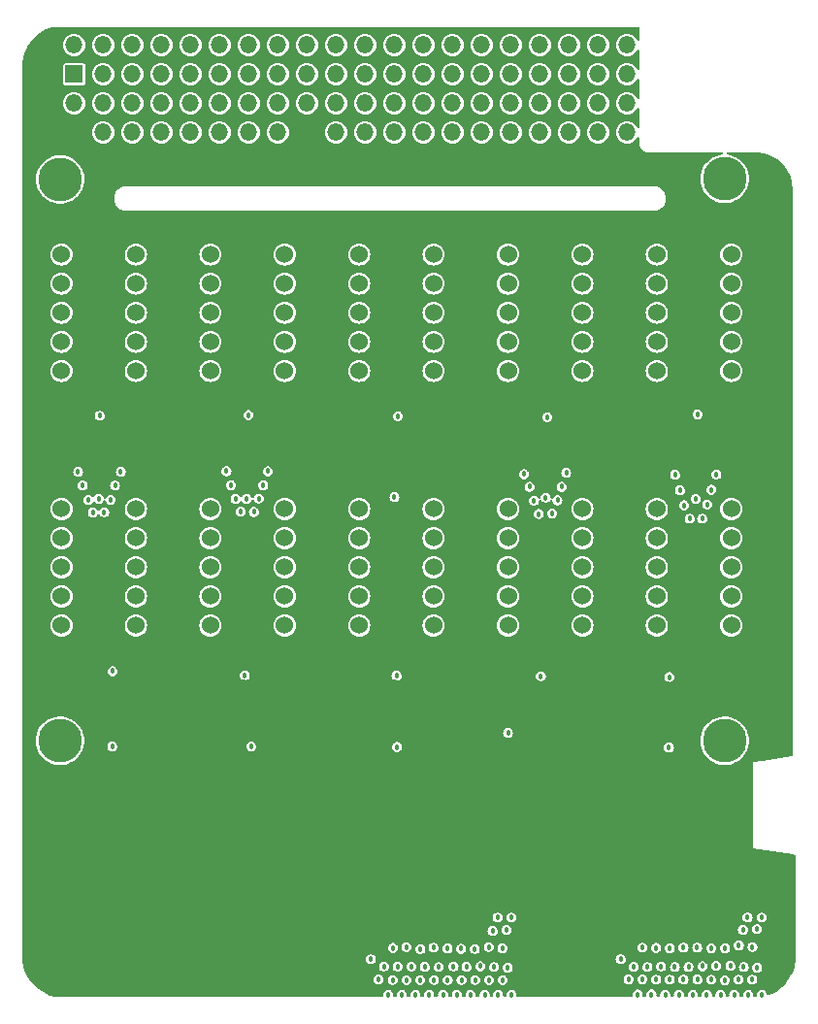
<source format=gbr>
%TF.GenerationSoftware,KiCad,Pcbnew,8.0.1*%
%TF.CreationDate,2024-12-13T12:15:52+05:30*%
%TF.ProjectId,GPIO HAT 1,4750494f-2048-4415-9420-312e6b696361,rev?*%
%TF.SameCoordinates,Original*%
%TF.FileFunction,Copper,L3,Inr*%
%TF.FilePolarity,Positive*%
%FSLAX46Y46*%
G04 Gerber Fmt 4.6, Leading zero omitted, Abs format (unit mm)*
G04 Created by KiCad (PCBNEW 8.0.1) date 2024-12-13 12:15:52*
%MOMM*%
%LPD*%
G01*
G04 APERTURE LIST*
%TA.AperFunction,ComponentPad*%
%ADD10C,1.524000*%
%TD*%
%TA.AperFunction,ComponentPad*%
%ADD11R,1.500000X1.500000*%
%TD*%
%TA.AperFunction,ComponentPad*%
%ADD12O,1.500000X1.500000*%
%TD*%
%TA.AperFunction,ComponentPad*%
%ADD13C,3.810000*%
%TD*%
%TA.AperFunction,ViaPad*%
%ADD14C,0.457000*%
%TD*%
G04 APERTURE END LIST*
D10*
%TO.N,GND*%
%TO.C,J2*%
X87265933Y-102819200D03*
%TO.N,/GPIOT__RXN21*%
X87265933Y-105359200D03*
%TO.N,/GPIOT__RXP21*%
X87265933Y-107899200D03*
%TO.N,/GPIOT__RXP18*%
X87265933Y-110439200D03*
%TO.N,/GPIOT__RXN18*%
X87265933Y-112979200D03*
%TD*%
%TO.N,GND*%
%TO.C,J14*%
X126229531Y-80619600D03*
%TO.N,/GPIOB__TXP04*%
X126229531Y-83159600D03*
%TO.N,/GPIOB__TXN04*%
X126229531Y-85699600D03*
%TO.N,/GPIOB__TXN06*%
X126229531Y-88239600D03*
%TO.N,/GPIOB__TXP06*%
X126229531Y-90779600D03*
%TD*%
%TO.N,GND*%
%TO.C,J1*%
X80772000Y-102819200D03*
%TO.N,/GPIOT__RXP03*%
X80772000Y-105359200D03*
%TO.N,/GPIOT__RXN03*%
X80772000Y-107899200D03*
%TO.N,/GPIOT__RXP08*%
X80772000Y-110439200D03*
%TO.N,/GPIOT__RXN08*%
X80772000Y-112979200D03*
%TD*%
%TO.N,GND*%
%TO.C,J9*%
X106747732Y-102819200D03*
%TO.N,/GPIOT__RXP12*%
X106747732Y-105359200D03*
%TO.N,/GPIOT__RXN12*%
X106747732Y-107899200D03*
%TO.N,/GPIOT__RXP14*%
X106747732Y-110439200D03*
%TO.N,/GPIOT__RXN14*%
X106747732Y-112979200D03*
%TD*%
%TO.N,GND*%
%TO.C,J17*%
X132723464Y-80619600D03*
%TO.N,/GPIOB__TXP09*%
X132723464Y-83159600D03*
%TO.N,/GPIOB__TXN09*%
X132723464Y-85699600D03*
%TO.N,/GPIOB__TXN10*%
X132723464Y-88239600D03*
%TO.N,/GPIOB__TXP10*%
X132723464Y-90779600D03*
%TD*%
%TO.N,GND*%
%TO.C,J13*%
X119735598Y-80619600D03*
%TO.N,/GPIOB__TXN05*%
X119735598Y-83159600D03*
%TO.N,/GPIOB__TXP05*%
X119735598Y-85699600D03*
%TO.N,/GPIOB__TXP03*%
X119735598Y-88239600D03*
%TO.N,/GPIOB__TXN03*%
X119735598Y-90779600D03*
%TD*%
D11*
%TO.N,3.3V*%
%TO.C,J23*%
X81885400Y-69969700D03*
D12*
%TO.N,unconnected-(J23-Pin_2-Pad2)*%
X81885400Y-67429700D03*
%TO.N,unconnected-(J23-Pin_3-Pad3)*%
X84425400Y-69969700D03*
%TO.N,unconnected-(J23-Pin_4-Pad4)*%
X84425400Y-67429700D03*
%TO.N,unconnected-(J23-Pin_5-Pad5)*%
X86965400Y-69969700D03*
%TO.N,GND*%
X86965400Y-67429700D03*
%TO.N,unconnected-(J23-Pin_7-Pad7)*%
X89505400Y-69969700D03*
%TO.N,unconnected-(J23-Pin_8-Pad8)*%
X89505400Y-67429700D03*
%TO.N,GND*%
X92045400Y-69969700D03*
%TO.N,unconnected-(J23-Pin_10-Pad10)*%
X92045400Y-67429700D03*
%TO.N,unconnected-(J23-Pin_11-Pad11)*%
X94585400Y-69969700D03*
%TO.N,unconnected-(J23-Pin_12-Pad12)*%
X94585400Y-67429700D03*
%TO.N,unconnected-(J23-Pin_13-Pad13)*%
X97125400Y-69969700D03*
%TO.N,GND*%
X97125400Y-67429700D03*
%TO.N,unconnected-(J23-Pin_15-Pad15)*%
X99665400Y-69969700D03*
%TO.N,unconnected-(J23-Pin_16-Pad16)*%
X99665400Y-67429700D03*
%TO.N,3.3V*%
X102205400Y-69969700D03*
%TO.N,unconnected-(J23-Pin_18-Pad18)*%
X102205400Y-67429700D03*
%TO.N,unconnected-(J23-Pin_19-Pad19)*%
X104745400Y-69969700D03*
%TO.N,GND*%
X104745400Y-67429700D03*
X107285400Y-69969700D03*
%TO.N,unconnected-(J23-Pin_22-Pad22)*%
X107285400Y-67429700D03*
%TO.N,unconnected-(J23-Pin_23-Pad23)*%
X109825400Y-69969700D03*
%TO.N,GND*%
X109825400Y-67429700D03*
X112365400Y-69969700D03*
%TO.N,unconnected-(J23-Pin_26-Pad26)*%
X112365400Y-67429700D03*
%TO.N,unconnected-(J23-Pin_27-Pad27)*%
X114905400Y-69969700D03*
%TO.N,unconnected-(J23-Pin_28-Pad28)*%
X114905400Y-67429700D03*
%TO.N,unconnected-(J23-Pin_29-Pad29)*%
X117445400Y-69969700D03*
%TO.N,GND*%
X117445400Y-67429700D03*
%TO.N,unconnected-(J23-Pin_31-Pad31)*%
X119985400Y-69969700D03*
%TO.N,unconnected-(J23-Pin_32-Pad32)*%
X119985400Y-67429700D03*
%TO.N,unconnected-(J23-Pin_33-Pad33)*%
X122525400Y-69969700D03*
%TO.N,GND*%
X122525400Y-67429700D03*
%TO.N,unconnected-(J23-Pin_35-Pad35)*%
X125065400Y-69969700D03*
%TO.N,unconnected-(J23-Pin_36-Pad36)*%
X125065400Y-67429700D03*
%TO.N,unconnected-(J23-Pin_37-Pad37)*%
X127605400Y-69969700D03*
%TO.N,unconnected-(J23-Pin_38-Pad38)*%
X127605400Y-67429700D03*
%TO.N,GND*%
X130145400Y-69969700D03*
%TO.N,unconnected-(J23-Pin_40-Pad40)*%
X130145400Y-67429700D03*
%TD*%
D13*
%TO.N,*%
%TO.C,*%
X138640000Y-74009900D03*
%TD*%
D10*
%TO.N,GND*%
%TO.C,J10*%
X113241665Y-102819200D03*
%TO.N,/GPIOT__RXP11*%
X113241665Y-105359200D03*
%TO.N,/GPIOT__RXN11*%
X113241665Y-107899200D03*
%TO.N,/GPIOT__RXN13*%
X113241665Y-110439200D03*
%TO.N,/GPIOT__RXP13*%
X113241665Y-112979200D03*
%TD*%
%TO.N,GND*%
%TO.C,J7*%
X93759866Y-80619600D03*
%TO.N,/GPIOT__RXP15*%
X93759866Y-83159600D03*
%TO.N,/GPIOT__RXN15*%
X93759866Y-85699600D03*
%TO.N,/GPIOT__RXP16*%
X93759866Y-88239600D03*
%TO.N,/GPIOT__RXN16*%
X93759866Y-90779600D03*
%TD*%
%TO.N,GND*%
%TO.C,J12*%
X113241665Y-80619600D03*
%TO.N,/GPIOB__TXN00*%
X113241665Y-83159600D03*
%TO.N,/GPIOB__TXP00*%
X113241665Y-85699600D03*
%TO.N,/GPIOB__TXN01*%
X113241665Y-88239600D03*
%TO.N,/GPIOB__TXP01*%
X113241665Y-90779600D03*
%TD*%
%TO.N,GND*%
%TO.C,J15*%
X119735598Y-102819200D03*
%TO.N,/GPIOB__TXN08*%
X119735598Y-105359200D03*
%TO.N,/GPIOB__TXP08*%
X119735598Y-107899200D03*
%TO.N,/GPIOB__TXP07*%
X119735598Y-110439200D03*
%TO.N,/GPIOB__TXN07*%
X119735598Y-112979200D03*
%TD*%
%TO.N,GND*%
%TO.C,J8*%
X100253799Y-80619600D03*
%TO.N,/GPIOT__RXP09*%
X100253799Y-83159600D03*
%TO.N,/GPIOT__RXN09*%
X100253799Y-85699600D03*
%TO.N,/GPIOT__RXN17*%
X100253799Y-88239600D03*
%TO.N,/GPIOT__RXP17*%
X100253799Y-90779600D03*
%TD*%
%TO.N,GND*%
%TO.C,J16*%
X126229531Y-102819200D03*
%TO.N,/GPIOB__TXN11*%
X126229531Y-105359200D03*
%TO.N,/GPIOB__TXP11*%
X126229531Y-107899200D03*
%TO.N,/GPIOB__TXP15*%
X126229531Y-110439200D03*
%TO.N,/GPIOB__TXN15*%
X126229531Y-112979200D03*
%TD*%
%TO.N,GND*%
%TO.C,J5*%
X93759866Y-102819200D03*
%TO.N,/GPIOT__RXP19*%
X93759866Y-105359200D03*
%TO.N,/GPIOT__RXN19*%
X93759866Y-107899200D03*
%TO.N,/GPIOT__RXP02*%
X93759866Y-110439200D03*
%TO.N,/GPIOT__RXN02*%
X93759866Y-112979200D03*
%TD*%
%TO.N,GND*%
%TO.C,J19*%
X132723464Y-102819200D03*
%TO.N,/GPIOB__TXN17*%
X132723464Y-105359200D03*
%TO.N,/GPIOB__TXP17*%
X132723464Y-107899200D03*
%TO.N,/GPIOB__TXN16*%
X132723464Y-110439200D03*
%TO.N,/GPIOB__TXP16*%
X132723464Y-112979200D03*
%TD*%
%TO.N,GND*%
%TO.C,J3*%
X80772000Y-80619600D03*
%TO.N,/GPIOT__RXP06*%
X80772000Y-83159600D03*
%TO.N,/GPIOT__RXN06*%
X80772000Y-85699600D03*
%TO.N,/GPIOT__RXN01*%
X80772000Y-88239600D03*
%TO.N,/GPIOT__RXP01*%
X80772000Y-90779600D03*
%TD*%
%TO.N,GND*%
%TO.C,J11*%
X106747732Y-80619600D03*
%TO.N,/GPIOB__TXN13*%
X106747732Y-83159600D03*
%TO.N,/GPIOB__TXP13*%
X106747732Y-85699600D03*
%TO.N,/GPIOB__TXN02*%
X106747732Y-88239600D03*
%TO.N,/GPIOB__TXP02*%
X106747732Y-90779600D03*
%TD*%
D13*
%TO.N,*%
%TO.C,*%
X80665400Y-74060700D03*
%TD*%
%TO.N,*%
%TO.C,*%
X138640000Y-123031900D03*
%TD*%
D10*
%TO.N,GND*%
%TO.C,J4*%
X87265933Y-80619600D03*
%TO.N,/GPIOT__RXP05*%
X87265933Y-83159600D03*
%TO.N,/GPIOT__RXN05*%
X87265933Y-85699600D03*
%TO.N,/GPIOT__RXN20*%
X87265933Y-88239600D03*
%TO.N,/GPIOT__RXP20*%
X87265933Y-90779600D03*
%TD*%
D11*
%TO.N,unconnected-(J24-Pin_1-Pad1)*%
%TO.C,J24*%
X81885400Y-64889700D03*
D12*
%TO.N,unconnected-(J24-Pin_2-Pad2)*%
X81885400Y-62349700D03*
%TO.N,unconnected-(J24-Pin_3-Pad3)*%
X84425400Y-64889700D03*
%TO.N,unconnected-(J24-Pin_4-Pad4)*%
X84425400Y-62349700D03*
%TO.N,unconnected-(J24-Pin_5-Pad5)*%
X86965400Y-64889700D03*
%TO.N,unconnected-(J24-Pin_6-Pad6)*%
X86965400Y-62349700D03*
%TO.N,unconnected-(J24-Pin_7-Pad7)*%
X89505400Y-64889700D03*
%TO.N,unconnected-(J24-Pin_8-Pad8)*%
X89505400Y-62349700D03*
%TO.N,unconnected-(J24-Pin_9-Pad9)*%
X92045400Y-64889700D03*
%TO.N,unconnected-(J24-Pin_10-Pad10)*%
X92045400Y-62349700D03*
%TO.N,unconnected-(J24-Pin_11-Pad11)*%
X94585400Y-64889700D03*
%TO.N,unconnected-(J24-Pin_12-Pad12)*%
X94585400Y-62349700D03*
%TO.N,unconnected-(J24-Pin_13-Pad13)*%
X97125400Y-64889700D03*
%TO.N,unconnected-(J24-Pin_14-Pad14)*%
X97125400Y-62349700D03*
%TO.N,unconnected-(J24-Pin_15-Pad15)*%
X99665400Y-64889700D03*
%TO.N,unconnected-(J24-Pin_16-Pad16)*%
X99665400Y-62349700D03*
%TO.N,unconnected-(J24-Pin_17-Pad17)*%
X102205400Y-64889700D03*
%TO.N,unconnected-(J24-Pin_18-Pad18)*%
X102205400Y-62349700D03*
%TO.N,GND*%
X104745400Y-64889700D03*
X104745400Y-62349700D03*
X107285400Y-64889700D03*
X107285400Y-62349700D03*
%TO.N,unconnected-(J24-Pin_23-Pad23)*%
X109825400Y-64889700D03*
%TO.N,unconnected-(J24-Pin_24-Pad24)*%
X109825400Y-62349700D03*
%TO.N,unconnected-(J24-Pin_25-Pad25)*%
X112365400Y-64889700D03*
%TO.N,GND*%
X112365400Y-62349700D03*
X114905400Y-64889700D03*
X114905400Y-62349700D03*
%TO.N,unconnected-(J24-Pin_29-Pad29)*%
X117445400Y-64889700D03*
%TO.N,unconnected-(J24-Pin_30-Pad30)*%
X117445400Y-62349700D03*
%TO.N,unconnected-(J24-Pin_31-Pad31)*%
X119985400Y-64889700D03*
%TO.N,unconnected-(J24-Pin_32-Pad32)*%
X119985400Y-62349700D03*
%TO.N,unconnected-(J24-Pin_33-Pad33)*%
X122525400Y-64889700D03*
%TO.N,unconnected-(J24-Pin_34-Pad34)*%
X122525400Y-62349700D03*
%TO.N,unconnected-(J24-Pin_35-Pad35)*%
X125065400Y-64889700D03*
%TO.N,unconnected-(J24-Pin_36-Pad36)*%
X125065400Y-62349700D03*
%TO.N,GND*%
X127605400Y-64889700D03*
X127605400Y-62349700D03*
%TO.N,unconnected-(J24-Pin_39-Pad39)*%
X130145400Y-64889700D03*
%TO.N,unconnected-(J24-Pin_40-Pad40)*%
X130145400Y-62349700D03*
%TD*%
D10*
%TO.N,GND*%
%TO.C,J20*%
X139217400Y-102819200D03*
%TO.N,/GPIOB__TXN14*%
X139217400Y-105359200D03*
%TO.N,/GPIOB__TXP14*%
X139217400Y-107899200D03*
%TO.N,/GPIOB__TXN19*%
X139217400Y-110439200D03*
%TO.N,/GPIOB__TXP19*%
X139217400Y-112979200D03*
%TD*%
D13*
%TO.N,*%
%TO.C,*%
X80640000Y-123031900D03*
%TD*%
D10*
%TO.N,GND*%
%TO.C,J18*%
X139217400Y-80619600D03*
%TO.N,/GPIOB__TXN18*%
X139217400Y-83159600D03*
%TO.N,/GPIOB__TXP18*%
X139217400Y-85699600D03*
%TO.N,/GPIOB__TXP12*%
X139217400Y-88239600D03*
%TO.N,/GPIOB__TXN12*%
X139217400Y-90779600D03*
%TD*%
%TO.N,GND*%
%TO.C,J6*%
X100253799Y-102819200D03*
%TO.N,/GPIOT__RXP04*%
X100253799Y-105359200D03*
%TO.N,/GPIOT__RXN04*%
X100253799Y-107899200D03*
%TO.N,/GPIOT__RXP07*%
X100253799Y-110439200D03*
%TO.N,/GPIOT__RXN07*%
X100253799Y-112979200D03*
%TD*%
D14*
%TO.N,GND*%
X120040400Y-145186400D03*
X135046800Y-141074000D03*
X84023200Y-101930200D03*
X116835000Y-141201000D03*
X133853000Y-141124800D03*
X138277600Y-145186400D03*
X114472800Y-141150200D03*
X118054200Y-141023200D03*
X109824600Y-101780200D03*
X141066600Y-141023200D03*
X85216000Y-123522600D03*
X123012200Y-101828600D03*
X84109600Y-94676000D03*
X131465400Y-141074000D03*
X115265200Y-145186400D03*
X139872800Y-140870800D03*
X96926400Y-101930200D03*
X110129400Y-94719000D03*
X96769000Y-117325000D03*
X97327800Y-123522600D03*
X132659200Y-141099400D03*
X115641200Y-141175600D03*
X137459800Y-141124800D03*
X135864600Y-145186400D03*
X118872000Y-145186400D03*
X133451600Y-145186400D03*
X134645400Y-145186400D03*
X136118600Y-101930200D03*
X110866000Y-141023200D03*
X110464600Y-145186400D03*
X140690600Y-145186400D03*
X122605800Y-117398800D03*
X119248000Y-141124800D03*
X133776800Y-123624200D03*
X116459000Y-145186400D03*
X131062000Y-145163000D03*
X139471400Y-145186400D03*
X141884400Y-145186400D03*
X123151900Y-94805500D03*
X110053200Y-123573400D03*
X97078800Y-94615000D03*
X136240600Y-141074000D03*
X129560000Y-142090000D03*
X138679000Y-141124800D03*
X119735600Y-122351800D03*
X109270800Y-145186400D03*
X132257800Y-145161000D03*
X117703600Y-145186400D03*
X110002400Y-117350400D03*
X133807200Y-117480697D03*
X137083800Y-145186400D03*
X136271000Y-94564200D03*
X114071400Y-145186400D03*
X111658400Y-145186400D03*
X112085200Y-141201000D03*
X107770000Y-142090000D03*
X112852200Y-145186400D03*
X109697600Y-141099400D03*
X85224700Y-116956700D03*
X113228200Y-141074000D03*
%TO.N,/GPIOT_RXP03*%
X108440000Y-143860000D03*
%TO.N,/GPIOT_RXN03*%
X108911000Y-142725000D03*
%TO.N,3.3V*%
X84983400Y-121922400D03*
X138455400Y-118897400D03*
X135966200Y-95224600D03*
X122859800Y-95402400D03*
X109829600Y-117906800D03*
X96774000Y-117957600D03*
X109799200Y-95354000D03*
X122936000Y-99187000D03*
X127028200Y-99085400D03*
X122809000Y-97282000D03*
X100923000Y-99009200D03*
X83972400Y-99212400D03*
X88539400Y-122022000D03*
X122275600Y-119938800D03*
X83820000Y-97332800D03*
X100431600Y-121767600D03*
X133680200Y-119888000D03*
X109978000Y-121871600D03*
X122326400Y-122834400D03*
X126873000Y-121031000D03*
X133726000Y-118112400D03*
X96748600Y-95275400D03*
X83870800Y-95300800D03*
X113512600Y-121818400D03*
X96901000Y-99212400D03*
X109753400Y-119989600D03*
X140081000Y-99034600D03*
X135890000Y-97282000D03*
X84881800Y-117934600D03*
X109773800Y-97284400D03*
X96748600Y-97205800D03*
X87914800Y-99090800D03*
X136017000Y-99161600D03*
X96697800Y-119964200D03*
X133807200Y-121818400D03*
X96870600Y-121719200D03*
X84881800Y-119890400D03*
X122326400Y-118008400D03*
X109799200Y-99034600D03*
X114325400Y-98882200D03*
%TO.N,/GPIOT_RXN06*%
X82626200Y-100761800D03*
%TO.N,/GPIOT_RXN01*%
X83103800Y-102034200D03*
%TO.N,/GPIOT_RXP13*%
X119275000Y-143901400D03*
%TO.N,/GPIOT_RXN21*%
X110875000Y-143901400D03*
%TO.N,/GPIOT_RXP09*%
X97556400Y-103075600D03*
%TO.N,/GPIOT_RXP06*%
X82223200Y-99570400D03*
%TO.N,/GPIOT_RXN07*%
X117322600Y-142699600D03*
%TO.N,/GPIOT_RXP07*%
X116875000Y-143901400D03*
%TO.N,/GPIOT_RXN05*%
X85064600Y-102008800D03*
%TO.N,/GPIOT_RXN04*%
X116112600Y-142750400D03*
%TO.N,/GPIOT_RXN20*%
X85442670Y-100774400D03*
%TO.N,/GPIOT_RXP11*%
X118075000Y-143901400D03*
%TO.N,/GPIOT_RXN15*%
X95566730Y-100736400D03*
%TO.N,/GPIOT_RXP02*%
X114475000Y-143901400D03*
%TO.N,/GPIOT_RXP18*%
X112075000Y-143901400D03*
%TO.N,/GPIOT_RXN16*%
X96418400Y-103050200D03*
%TO.N,/GPIOT_RXP14*%
X119603600Y-139541900D03*
%TO.N,/GPIOT_RXN17*%
X98367400Y-100736400D03*
%TO.N,/GPIOT_RXP05*%
X84500800Y-103101000D03*
%TO.N,/GPIOT_RXP01*%
X83517300Y-103108100D03*
%TO.N,/GPIOT_RXP16*%
X95966730Y-101932600D03*
%TO.N,/GPIOT_RXP15*%
X95166730Y-99519600D03*
%TO.N,/GPIOT_RXN13*%
X119705200Y-142826600D03*
%TO.N,/GPIOT_RXN19*%
X113676600Y-142775800D03*
%TO.N,/GPIOT_RXN11*%
X118516800Y-142775800D03*
%TO.N,/GPIOT_RXP12*%
X118389400Y-139626200D03*
%TO.N,/GPIOT_RXN08*%
X110102800Y-142725000D03*
%TO.N,/GPIOT_RXP21*%
X111302800Y-142725000D03*
%TO.N,/GPIOT_RXN12*%
X118816200Y-138449700D03*
%TO.N,/GPIOT_RXN02*%
X114980800Y-142725000D03*
%TO.N,/GPIOT_RXN18*%
X112476600Y-142750400D03*
%TO.N,/GPIOT_RXP20*%
X85948600Y-99570400D03*
%TO.N,/GPIOT_RXN09*%
X97989335Y-101907200D03*
%TO.N,/GPIOT_RXP19*%
X113275000Y-143901400D03*
%TO.N,/GPIOT_RXN14*%
X120035400Y-138449700D03*
%TO.N,/GPIOT_RXP17*%
X98767400Y-99519600D03*
%TO.N,/GPIOT_RXP04*%
X115675000Y-143901400D03*
%TO.N,/GPIOT_RXP08*%
X109675000Y-143901400D03*
%TO.N,/GPIOB_TXN12*%
X137909000Y-99799000D03*
%TO.N,/GPIOB_TXP06*%
X124812400Y-99646600D03*
%TO.N,/GPIOB_TXP13*%
X130708400Y-142750400D03*
%TO.N,/GPIOB_TXP02*%
X131902200Y-142775800D03*
%TO.N,/GPIOB_TXN05*%
X121127600Y-99773600D03*
%TO.N,/GPIOB_TXN07*%
X136702800Y-142699600D03*
%TO.N,/GPIOB_TXP12*%
X137480979Y-101139400D03*
%TO.N,/GPIOB_TXN11*%
X137464800Y-143862200D03*
%TO.N,/GPIOB_TXN01*%
X133858000Y-143862200D03*
%TO.N,/GPIOB_TXN09*%
X134733330Y-101184881D03*
%TO.N,/GPIOB_TXN10*%
X135097660Y-102491400D03*
%TO.N,/GPIOB_TXN04*%
X124053600Y-102059600D03*
%TO.N,/GPIOB_TXP05*%
X121611730Y-100876000D03*
%TO.N,/GPIOB_TXN06*%
X124412400Y-100876000D03*
%TO.N,/GPIOB_TXP15*%
X138650000Y-143931400D03*
%TO.N,/GPIOB_TXN14*%
X139852400Y-143862200D03*
%TO.N,/GPIOB_TXP17*%
X140639800Y-138449700D03*
%TO.N,/GPIOB_TXN18*%
X136680649Y-103659800D03*
%TO.N,/GPIOB_TXP01*%
X134294000Y-142775800D03*
%TO.N,/GPIOB_TXP16*%
X141879400Y-138449700D03*
%TO.N,/GPIOB_TXP07*%
X136262000Y-143853200D03*
%TO.N,/GPIOB_TXP08*%
X135483600Y-142775800D03*
%TO.N,/GPIOB_TXN13*%
X130251200Y-143836800D03*
%TO.N,/GPIOB_TXP00*%
X133096000Y-142725000D03*
%TO.N,/GPIOB_TXP18*%
X137116649Y-102415200D03*
%TO.N,/GPIOB_TXP03*%
X121991200Y-102085000D03*
%TO.N,/GPIOB_TXP14*%
X140304600Y-142775800D03*
%TO.N,/GPIOB_TXP10*%
X135580200Y-103659800D03*
%TO.N,/GPIOB_TXN15*%
X139136200Y-142674200D03*
%TO.N,/GPIOB_TXN16*%
X141447600Y-139465700D03*
%TO.N,/GPIOB_TXN02*%
X131470400Y-143836800D03*
%TO.N,/GPIOB_TXN19*%
X141478000Y-142826600D03*
%TO.N,/GPIOB_TXP09*%
X134309000Y-99824400D03*
%TO.N,/GPIOB_TXP11*%
X137896600Y-142674200D03*
%TO.N,/GPIOB_TXN00*%
X132664200Y-143862200D03*
%TO.N,/GPIOB_TXP04*%
X123576421Y-103202600D03*
%TO.N,/GPIOB_TXN03*%
X122428000Y-103253400D03*
%TO.N,/GPIOB_TXN17*%
X140228400Y-139516500D03*
%TO.N,/GPIOB_TXP19*%
X141046200Y-143862200D03*
%TO.N,/GPIOB_TXN08*%
X135051800Y-143862200D03*
%TD*%
%TA.AperFunction,Conductor*%
%TO.N,3.3V*%
G36*
X131154439Y-60770785D02*
G01*
X131200194Y-60823589D01*
X131211400Y-60875100D01*
X131211400Y-61825871D01*
X131191715Y-61892910D01*
X131138911Y-61938665D01*
X131069753Y-61948609D01*
X131006197Y-61919584D01*
X130978042Y-61884324D01*
X130942214Y-61817294D01*
X130942209Y-61817287D01*
X130823031Y-61672068D01*
X130677812Y-61552890D01*
X130677805Y-61552886D01*
X130512135Y-61464333D01*
X130422244Y-61437065D01*
X130332358Y-61409799D01*
X130332356Y-61409798D01*
X130332358Y-61409798D01*
X130145400Y-61391385D01*
X129958443Y-61409798D01*
X129778664Y-61464333D01*
X129612994Y-61552886D01*
X129612987Y-61552890D01*
X129467768Y-61672068D01*
X129348590Y-61817287D01*
X129348586Y-61817294D01*
X129260033Y-61982964D01*
X129205498Y-62162743D01*
X129187085Y-62349700D01*
X129205498Y-62536656D01*
X129260033Y-62716435D01*
X129348586Y-62882105D01*
X129348590Y-62882112D01*
X129467768Y-63027331D01*
X129612987Y-63146509D01*
X129612994Y-63146513D01*
X129778664Y-63235066D01*
X129778666Y-63235066D01*
X129778669Y-63235068D01*
X129958442Y-63289601D01*
X129958441Y-63289601D01*
X129975204Y-63291251D01*
X130145400Y-63308015D01*
X130332358Y-63289601D01*
X130512131Y-63235068D01*
X130677811Y-63146510D01*
X130823031Y-63027331D01*
X130942210Y-62882111D01*
X130953811Y-62860405D01*
X130978042Y-62815075D01*
X131027004Y-62765231D01*
X131095141Y-62749770D01*
X131160821Y-62773601D01*
X131203190Y-62829159D01*
X131211400Y-62873528D01*
X131211400Y-64365871D01*
X131191715Y-64432910D01*
X131138911Y-64478665D01*
X131069753Y-64488609D01*
X131006197Y-64459584D01*
X130978042Y-64424324D01*
X130942214Y-64357294D01*
X130942209Y-64357287D01*
X130823031Y-64212068D01*
X130677812Y-64092890D01*
X130677805Y-64092886D01*
X130512135Y-64004333D01*
X130422244Y-63977065D01*
X130332358Y-63949799D01*
X130332356Y-63949798D01*
X130332358Y-63949798D01*
X130145400Y-63931385D01*
X129958443Y-63949798D01*
X129778664Y-64004333D01*
X129612994Y-64092886D01*
X129612987Y-64092890D01*
X129467768Y-64212068D01*
X129348590Y-64357287D01*
X129348586Y-64357294D01*
X129260033Y-64522964D01*
X129205498Y-64702743D01*
X129187085Y-64889700D01*
X129205498Y-65076656D01*
X129260033Y-65256435D01*
X129348586Y-65422105D01*
X129348590Y-65422112D01*
X129467768Y-65567331D01*
X129612987Y-65686509D01*
X129612994Y-65686513D01*
X129778664Y-65775066D01*
X129778666Y-65775066D01*
X129778669Y-65775068D01*
X129958442Y-65829601D01*
X129958441Y-65829601D01*
X129975204Y-65831251D01*
X130145400Y-65848015D01*
X130332358Y-65829601D01*
X130512131Y-65775068D01*
X130677811Y-65686510D01*
X130823031Y-65567331D01*
X130942210Y-65422111D01*
X130953811Y-65400405D01*
X130978042Y-65355075D01*
X131027004Y-65305231D01*
X131095141Y-65289770D01*
X131160821Y-65313601D01*
X131203190Y-65369159D01*
X131211400Y-65413528D01*
X131211400Y-66905871D01*
X131191715Y-66972910D01*
X131138911Y-67018665D01*
X131069753Y-67028609D01*
X131006197Y-66999584D01*
X130978042Y-66964324D01*
X130942214Y-66897294D01*
X130942209Y-66897287D01*
X130823031Y-66752068D01*
X130677812Y-66632890D01*
X130677805Y-66632886D01*
X130512135Y-66544333D01*
X130422244Y-66517065D01*
X130332358Y-66489799D01*
X130332356Y-66489798D01*
X130332358Y-66489798D01*
X130145400Y-66471385D01*
X129958443Y-66489798D01*
X129778664Y-66544333D01*
X129612994Y-66632886D01*
X129612987Y-66632890D01*
X129467768Y-66752068D01*
X129348590Y-66897287D01*
X129348586Y-66897294D01*
X129260033Y-67062964D01*
X129205498Y-67242743D01*
X129187085Y-67429700D01*
X129205498Y-67616656D01*
X129260033Y-67796435D01*
X129348586Y-67962105D01*
X129348590Y-67962112D01*
X129467768Y-68107331D01*
X129612987Y-68226509D01*
X129612994Y-68226513D01*
X129778664Y-68315066D01*
X129778666Y-68315066D01*
X129778669Y-68315068D01*
X129958442Y-68369601D01*
X129958441Y-68369601D01*
X129975204Y-68371251D01*
X130145400Y-68388015D01*
X130332358Y-68369601D01*
X130512131Y-68315068D01*
X130677811Y-68226510D01*
X130823031Y-68107331D01*
X130942210Y-67962111D01*
X130953811Y-67940405D01*
X130978042Y-67895075D01*
X131027004Y-67845231D01*
X131095141Y-67829770D01*
X131160821Y-67853601D01*
X131203190Y-67909159D01*
X131211400Y-67953528D01*
X131211400Y-69445871D01*
X131191715Y-69512910D01*
X131138911Y-69558665D01*
X131069753Y-69568609D01*
X131006197Y-69539584D01*
X130978042Y-69504324D01*
X130942214Y-69437294D01*
X130942209Y-69437287D01*
X130823031Y-69292068D01*
X130677812Y-69172890D01*
X130677805Y-69172886D01*
X130512135Y-69084333D01*
X130422244Y-69057065D01*
X130332358Y-69029799D01*
X130332356Y-69029798D01*
X130332358Y-69029798D01*
X130145400Y-69011385D01*
X129958443Y-69029798D01*
X129778664Y-69084333D01*
X129612994Y-69172886D01*
X129612987Y-69172890D01*
X129467768Y-69292068D01*
X129348590Y-69437287D01*
X129348586Y-69437294D01*
X129260033Y-69602964D01*
X129205498Y-69782743D01*
X129187085Y-69969700D01*
X129205498Y-70156656D01*
X129260033Y-70336435D01*
X129348586Y-70502105D01*
X129348590Y-70502112D01*
X129467768Y-70647331D01*
X129612987Y-70766509D01*
X129612994Y-70766513D01*
X129778664Y-70855066D01*
X129778666Y-70855066D01*
X129778669Y-70855068D01*
X129958442Y-70909601D01*
X129958441Y-70909601D01*
X129975204Y-70911251D01*
X130145400Y-70928015D01*
X130332358Y-70909601D01*
X130512131Y-70855068D01*
X130677811Y-70766510D01*
X130823031Y-70647331D01*
X130942210Y-70502111D01*
X130953811Y-70480405D01*
X130978042Y-70435075D01*
X131027004Y-70385231D01*
X131095141Y-70369770D01*
X131160821Y-70393601D01*
X131203190Y-70449159D01*
X131211400Y-70493528D01*
X131211400Y-71090778D01*
X131313000Y-71317500D01*
X131465400Y-71469900D01*
X131465403Y-71469902D01*
X131643200Y-71596900D01*
X131897199Y-71673100D01*
X131897200Y-71673100D01*
X138342496Y-71673100D01*
X138409535Y-71692785D01*
X138455290Y-71745589D01*
X138465234Y-71814747D01*
X138436209Y-71878303D01*
X138377431Y-71916077D01*
X138359381Y-71919945D01*
X138209970Y-71940481D01*
X138209964Y-71940482D01*
X137932185Y-72018313D01*
X137667595Y-72133240D01*
X137421117Y-72283127D01*
X137421106Y-72283134D01*
X137197344Y-72465178D01*
X137197338Y-72465183D01*
X137197337Y-72465185D01*
X137019119Y-72656010D01*
X137000437Y-72676014D01*
X136834076Y-72911692D01*
X136701356Y-73167830D01*
X136604753Y-73439644D01*
X136604748Y-73439661D01*
X136546059Y-73722091D01*
X136546058Y-73722093D01*
X136526373Y-74009900D01*
X136546058Y-74297706D01*
X136546059Y-74297708D01*
X136604748Y-74580138D01*
X136604753Y-74580155D01*
X136701356Y-74851969D01*
X136701357Y-74851971D01*
X136834076Y-75108107D01*
X137000436Y-75343785D01*
X137197337Y-75554615D01*
X137197342Y-75554619D01*
X137197344Y-75554621D01*
X137421106Y-75736665D01*
X137421109Y-75736667D01*
X137421113Y-75736670D01*
X137504654Y-75787472D01*
X137667595Y-75886559D01*
X137784547Y-75937358D01*
X137932189Y-76001488D01*
X138209970Y-76079319D01*
X138461225Y-76113853D01*
X138495760Y-76118600D01*
X138495761Y-76118600D01*
X138784240Y-76118600D01*
X138815050Y-76114364D01*
X139070030Y-76079319D01*
X139347811Y-76001488D01*
X139612406Y-75886558D01*
X139858887Y-75736670D01*
X140082663Y-75554615D01*
X140279564Y-75343785D01*
X140445924Y-75108107D01*
X140578643Y-74851971D01*
X140675248Y-74580150D01*
X140675249Y-74580143D01*
X140675251Y-74580138D01*
X140723384Y-74348508D01*
X140733941Y-74297706D01*
X140753627Y-74009900D01*
X140733941Y-73722094D01*
X140685807Y-73490461D01*
X140675251Y-73439661D01*
X140675246Y-73439644D01*
X140601207Y-73231319D01*
X140578643Y-73167829D01*
X140445924Y-72911693D01*
X140279564Y-72676015D01*
X140082663Y-72465185D01*
X140082656Y-72465180D01*
X140082655Y-72465178D01*
X139858893Y-72283134D01*
X139858882Y-72283127D01*
X139612404Y-72133240D01*
X139347814Y-72018313D01*
X139347812Y-72018312D01*
X139347811Y-72018312D01*
X139251337Y-71991281D01*
X139070035Y-71940482D01*
X139070031Y-71940481D01*
X139070030Y-71940481D01*
X138920618Y-71919944D01*
X138856885Y-71891315D01*
X138818746Y-71832773D01*
X138818312Y-71762904D01*
X138855721Y-71703893D01*
X138919095Y-71674474D01*
X138937504Y-71673100D01*
X141535289Y-71673100D01*
X141562769Y-71676183D01*
X142097874Y-71797798D01*
X142117597Y-71804051D01*
X142399052Y-71919945D01*
X142538423Y-71977333D01*
X142541150Y-71978494D01*
X142892845Y-72133240D01*
X143156941Y-72249442D01*
X143189382Y-72270262D01*
X143623349Y-72656010D01*
X143639081Y-72672864D01*
X143862885Y-72962492D01*
X144057664Y-73214559D01*
X144068577Y-73231319D01*
X144386197Y-73817695D01*
X144397793Y-73848033D01*
X144518884Y-74356616D01*
X144521790Y-74374595D01*
X144571334Y-74944341D01*
X144571800Y-74955083D01*
X144571800Y-124246377D01*
X144552115Y-124313416D01*
X144499311Y-124359171D01*
X144466723Y-124368925D01*
X141942693Y-124758665D01*
X141117400Y-124886100D01*
X141117400Y-132379100D01*
X144675977Y-132956166D01*
X144772155Y-132971763D01*
X144835179Y-133001925D01*
X144871891Y-133061372D01*
X144876306Y-133094507D01*
X144851233Y-142145997D01*
X144848825Y-142169972D01*
X144725714Y-142785527D01*
X144721759Y-142800421D01*
X144550865Y-143313102D01*
X144539035Y-143338550D01*
X144269721Y-143779246D01*
X144263908Y-143787915D01*
X143993207Y-144157053D01*
X143980894Y-144171405D01*
X143611740Y-144540559D01*
X143600895Y-144550203D01*
X143134858Y-144918127D01*
X143111522Y-144932667D01*
X142545012Y-145203606D01*
X142534380Y-145208095D01*
X142478535Y-145228670D01*
X142408824Y-145233376D01*
X142347636Y-145199646D01*
X142314396Y-145138189D01*
X142312931Y-145129977D01*
X142303357Y-145063383D01*
X142291755Y-145037979D01*
X142251730Y-144950335D01*
X142251728Y-144950333D01*
X142251728Y-144950332D01*
X142170341Y-144856406D01*
X142170338Y-144856404D01*
X142170338Y-144856403D01*
X142107609Y-144816091D01*
X142065788Y-144789215D01*
X142065786Y-144789214D01*
X141946541Y-144754200D01*
X141822259Y-144754200D01*
X141703013Y-144789214D01*
X141703009Y-144789217D01*
X141598461Y-144856403D01*
X141598461Y-144856404D01*
X141517072Y-144950332D01*
X141517069Y-144950335D01*
X141465444Y-145063379D01*
X141465442Y-145063387D01*
X141447755Y-145186400D01*
X141455786Y-145242254D01*
X141445842Y-145311412D01*
X141400087Y-145364216D01*
X141333048Y-145383900D01*
X141241952Y-145383900D01*
X141174913Y-145364215D01*
X141129158Y-145311411D01*
X141119214Y-145242254D01*
X141127244Y-145186400D01*
X141120312Y-145138189D01*
X141109557Y-145063383D01*
X141097955Y-145037979D01*
X141057930Y-144950335D01*
X141057928Y-144950333D01*
X141057928Y-144950332D01*
X140976541Y-144856406D01*
X140976538Y-144856404D01*
X140976538Y-144856403D01*
X140913809Y-144816091D01*
X140871988Y-144789215D01*
X140871986Y-144789214D01*
X140752741Y-144754200D01*
X140628459Y-144754200D01*
X140509213Y-144789214D01*
X140509209Y-144789217D01*
X140404661Y-144856403D01*
X140404661Y-144856404D01*
X140323272Y-144950332D01*
X140323269Y-144950335D01*
X140271644Y-145063379D01*
X140271642Y-145063387D01*
X140253956Y-145186400D01*
X140261986Y-145242254D01*
X140252042Y-145311412D01*
X140206287Y-145364216D01*
X140139248Y-145383900D01*
X140022752Y-145383900D01*
X139955713Y-145364215D01*
X139909958Y-145311411D01*
X139900014Y-145242254D01*
X139908044Y-145186400D01*
X139901112Y-145138189D01*
X139890357Y-145063383D01*
X139878755Y-145037979D01*
X139838730Y-144950335D01*
X139838728Y-144950333D01*
X139838728Y-144950332D01*
X139757341Y-144856406D01*
X139757338Y-144856404D01*
X139757338Y-144856403D01*
X139694609Y-144816091D01*
X139652788Y-144789215D01*
X139652786Y-144789214D01*
X139533541Y-144754200D01*
X139409259Y-144754200D01*
X139290013Y-144789214D01*
X139290009Y-144789217D01*
X139185461Y-144856403D01*
X139185461Y-144856404D01*
X139104072Y-144950332D01*
X139104069Y-144950335D01*
X139052444Y-145063379D01*
X139052442Y-145063387D01*
X139034755Y-145186400D01*
X139042786Y-145242254D01*
X139032842Y-145311412D01*
X138987087Y-145364216D01*
X138920048Y-145383900D01*
X138828952Y-145383900D01*
X138761913Y-145364215D01*
X138716158Y-145311411D01*
X138706214Y-145242254D01*
X138714244Y-145186400D01*
X138707312Y-145138189D01*
X138696557Y-145063383D01*
X138684955Y-145037979D01*
X138644930Y-144950335D01*
X138644928Y-144950333D01*
X138644928Y-144950332D01*
X138563541Y-144856406D01*
X138563538Y-144856404D01*
X138563538Y-144856403D01*
X138500809Y-144816091D01*
X138458988Y-144789215D01*
X138458986Y-144789214D01*
X138339741Y-144754200D01*
X138215459Y-144754200D01*
X138096213Y-144789214D01*
X138096209Y-144789217D01*
X137991661Y-144856403D01*
X137991661Y-144856404D01*
X137910272Y-144950332D01*
X137910269Y-144950335D01*
X137858644Y-145063379D01*
X137858642Y-145063387D01*
X137840955Y-145186400D01*
X137848986Y-145242254D01*
X137839042Y-145311412D01*
X137793287Y-145364216D01*
X137726248Y-145383900D01*
X137635152Y-145383900D01*
X137568113Y-145364215D01*
X137522358Y-145311411D01*
X137512414Y-145242254D01*
X137520444Y-145186400D01*
X137513512Y-145138189D01*
X137502757Y-145063383D01*
X137491155Y-145037979D01*
X137451130Y-144950335D01*
X137451128Y-144950333D01*
X137451128Y-144950332D01*
X137369741Y-144856406D01*
X137369738Y-144856404D01*
X137369738Y-144856403D01*
X137307009Y-144816091D01*
X137265188Y-144789215D01*
X137265186Y-144789214D01*
X137145941Y-144754200D01*
X137021659Y-144754200D01*
X136902413Y-144789214D01*
X136902409Y-144789217D01*
X136797861Y-144856403D01*
X136797861Y-144856404D01*
X136716472Y-144950332D01*
X136716469Y-144950335D01*
X136664844Y-145063379D01*
X136664842Y-145063387D01*
X136647155Y-145186400D01*
X136655186Y-145242254D01*
X136645242Y-145311412D01*
X136599487Y-145364216D01*
X136532448Y-145383900D01*
X136415952Y-145383900D01*
X136348913Y-145364215D01*
X136303158Y-145311411D01*
X136293214Y-145242254D01*
X136301244Y-145186400D01*
X136294312Y-145138189D01*
X136283557Y-145063383D01*
X136271955Y-145037979D01*
X136231930Y-144950335D01*
X136231928Y-144950333D01*
X136231928Y-144950332D01*
X136150541Y-144856406D01*
X136150538Y-144856404D01*
X136150538Y-144856403D01*
X136087809Y-144816091D01*
X136045988Y-144789215D01*
X136045986Y-144789214D01*
X135926741Y-144754200D01*
X135802459Y-144754200D01*
X135683213Y-144789214D01*
X135683209Y-144789217D01*
X135578661Y-144856403D01*
X135578661Y-144856404D01*
X135497272Y-144950332D01*
X135497269Y-144950335D01*
X135445644Y-145063379D01*
X135445642Y-145063387D01*
X135427955Y-145186400D01*
X135435986Y-145242254D01*
X135426042Y-145311412D01*
X135380287Y-145364216D01*
X135313248Y-145383900D01*
X135196752Y-145383900D01*
X135129713Y-145364215D01*
X135083958Y-145311411D01*
X135074014Y-145242254D01*
X135082044Y-145186400D01*
X135075112Y-145138189D01*
X135064357Y-145063383D01*
X135052755Y-145037979D01*
X135012730Y-144950335D01*
X135012728Y-144950333D01*
X135012728Y-144950332D01*
X134931341Y-144856406D01*
X134931338Y-144856404D01*
X134931338Y-144856403D01*
X134868609Y-144816091D01*
X134826788Y-144789215D01*
X134826786Y-144789214D01*
X134707541Y-144754200D01*
X134583259Y-144754200D01*
X134464013Y-144789214D01*
X134464009Y-144789217D01*
X134359461Y-144856403D01*
X134359461Y-144856404D01*
X134278072Y-144950332D01*
X134278069Y-144950335D01*
X134226444Y-145063379D01*
X134226442Y-145063387D01*
X134208756Y-145186400D01*
X134216786Y-145242254D01*
X134206842Y-145311412D01*
X134161087Y-145364216D01*
X134094048Y-145383900D01*
X134002952Y-145383900D01*
X133935913Y-145364215D01*
X133890158Y-145311411D01*
X133880214Y-145242254D01*
X133888244Y-145186400D01*
X133881312Y-145138189D01*
X133870557Y-145063383D01*
X133858955Y-145037979D01*
X133818930Y-144950335D01*
X133818928Y-144950333D01*
X133818928Y-144950332D01*
X133737541Y-144856406D01*
X133737538Y-144856404D01*
X133737538Y-144856403D01*
X133674809Y-144816091D01*
X133632988Y-144789215D01*
X133632986Y-144789214D01*
X133513741Y-144754200D01*
X133389459Y-144754200D01*
X133270213Y-144789214D01*
X133270209Y-144789217D01*
X133165661Y-144856403D01*
X133165661Y-144856404D01*
X133084272Y-144950332D01*
X133084269Y-144950335D01*
X133032644Y-145063379D01*
X133032642Y-145063387D01*
X133014955Y-145186400D01*
X133022986Y-145242254D01*
X133013042Y-145311412D01*
X132967287Y-145364216D01*
X132900248Y-145383900D01*
X132805500Y-145383900D01*
X132738461Y-145364215D01*
X132692706Y-145311411D01*
X132682762Y-145242254D01*
X132694444Y-145161000D01*
X132689981Y-145129962D01*
X132676757Y-145037983D01*
X132665619Y-145013595D01*
X132625130Y-144924935D01*
X132625128Y-144924933D01*
X132625128Y-144924932D01*
X132543741Y-144831006D01*
X132543738Y-144831004D01*
X132543738Y-144831003D01*
X132478710Y-144789214D01*
X132439188Y-144763815D01*
X132439186Y-144763814D01*
X132319941Y-144728800D01*
X132195659Y-144728800D01*
X132076413Y-144763814D01*
X132076409Y-144763817D01*
X131971861Y-144831003D01*
X131971861Y-144831004D01*
X131971859Y-144831005D01*
X131971859Y-144831006D01*
X131949852Y-144856404D01*
X131890472Y-144924932D01*
X131890469Y-144924935D01*
X131838844Y-145037979D01*
X131838842Y-145037987D01*
X131821156Y-145161000D01*
X131832838Y-145242254D01*
X131822894Y-145311412D01*
X131777139Y-145364216D01*
X131710100Y-145383900D01*
X131609987Y-145383900D01*
X131542948Y-145364215D01*
X131497193Y-145311411D01*
X131487249Y-145242253D01*
X131498644Y-145163000D01*
X131480957Y-145039983D01*
X131441512Y-144953611D01*
X131429330Y-144926935D01*
X131429328Y-144926933D01*
X131429328Y-144926932D01*
X131347941Y-144833006D01*
X131347938Y-144833004D01*
X131347938Y-144833003D01*
X131279798Y-144789214D01*
X131243388Y-144765815D01*
X131243386Y-144765814D01*
X131124141Y-144730800D01*
X130999859Y-144730800D01*
X130880613Y-144765814D01*
X130880609Y-144765817D01*
X130776061Y-144833003D01*
X130776061Y-144833004D01*
X130776059Y-144833005D01*
X130776059Y-144833006D01*
X130755785Y-144856404D01*
X130694672Y-144926932D01*
X130694669Y-144926935D01*
X130643044Y-145039979D01*
X130643042Y-145039987D01*
X130625356Y-145162999D01*
X130625356Y-145163000D01*
X130635474Y-145233376D01*
X130636751Y-145242253D01*
X130626807Y-145311411D01*
X130581053Y-145364215D01*
X130514013Y-145383900D01*
X120591752Y-145383900D01*
X120524713Y-145364215D01*
X120478958Y-145311411D01*
X120469014Y-145242254D01*
X120477044Y-145186400D01*
X120470112Y-145138189D01*
X120459357Y-145063383D01*
X120447755Y-145037979D01*
X120407730Y-144950335D01*
X120407728Y-144950333D01*
X120407728Y-144950332D01*
X120326341Y-144856406D01*
X120326338Y-144856404D01*
X120326338Y-144856403D01*
X120263609Y-144816091D01*
X120221788Y-144789215D01*
X120221786Y-144789214D01*
X120102541Y-144754200D01*
X119978259Y-144754200D01*
X119859013Y-144789214D01*
X119859009Y-144789217D01*
X119754461Y-144856403D01*
X119754461Y-144856404D01*
X119673072Y-144950332D01*
X119673069Y-144950335D01*
X119621444Y-145063379D01*
X119621442Y-145063387D01*
X119603756Y-145186400D01*
X119611786Y-145242254D01*
X119601842Y-145311412D01*
X119556087Y-145364216D01*
X119489048Y-145383900D01*
X119423352Y-145383900D01*
X119356313Y-145364215D01*
X119310558Y-145311411D01*
X119300614Y-145242254D01*
X119308644Y-145186400D01*
X119301712Y-145138189D01*
X119290957Y-145063383D01*
X119279355Y-145037979D01*
X119239330Y-144950335D01*
X119239328Y-144950333D01*
X119239328Y-144950332D01*
X119157941Y-144856406D01*
X119157938Y-144856404D01*
X119157938Y-144856403D01*
X119095209Y-144816091D01*
X119053388Y-144789215D01*
X119053386Y-144789214D01*
X118934141Y-144754200D01*
X118809859Y-144754200D01*
X118690613Y-144789214D01*
X118690609Y-144789217D01*
X118586061Y-144856403D01*
X118586061Y-144856404D01*
X118504672Y-144950332D01*
X118504669Y-144950335D01*
X118453044Y-145063379D01*
X118453042Y-145063387D01*
X118435355Y-145186400D01*
X118443386Y-145242254D01*
X118433442Y-145311412D01*
X118387687Y-145364216D01*
X118320648Y-145383900D01*
X118254952Y-145383900D01*
X118187913Y-145364215D01*
X118142158Y-145311411D01*
X118132214Y-145242254D01*
X118140244Y-145186400D01*
X118133312Y-145138189D01*
X118122557Y-145063383D01*
X118110955Y-145037979D01*
X118070930Y-144950335D01*
X118070928Y-144950333D01*
X118070928Y-144950332D01*
X117989541Y-144856406D01*
X117989538Y-144856404D01*
X117989538Y-144856403D01*
X117926809Y-144816091D01*
X117884988Y-144789215D01*
X117884986Y-144789214D01*
X117765741Y-144754200D01*
X117641459Y-144754200D01*
X117522213Y-144789214D01*
X117522209Y-144789217D01*
X117417661Y-144856403D01*
X117417661Y-144856404D01*
X117336272Y-144950332D01*
X117336269Y-144950335D01*
X117284644Y-145063379D01*
X117284642Y-145063387D01*
X117266955Y-145186400D01*
X117274986Y-145242254D01*
X117265042Y-145311412D01*
X117219287Y-145364216D01*
X117152248Y-145383900D01*
X117010352Y-145383900D01*
X116943313Y-145364215D01*
X116897558Y-145311411D01*
X116887614Y-145242254D01*
X116895644Y-145186400D01*
X116888712Y-145138189D01*
X116877957Y-145063383D01*
X116866355Y-145037979D01*
X116826330Y-144950335D01*
X116826328Y-144950333D01*
X116826328Y-144950332D01*
X116744941Y-144856406D01*
X116744938Y-144856404D01*
X116744938Y-144856403D01*
X116682209Y-144816091D01*
X116640388Y-144789215D01*
X116640386Y-144789214D01*
X116521141Y-144754200D01*
X116396859Y-144754200D01*
X116277613Y-144789214D01*
X116277609Y-144789217D01*
X116173061Y-144856403D01*
X116173061Y-144856404D01*
X116091672Y-144950332D01*
X116091669Y-144950335D01*
X116040044Y-145063379D01*
X116040042Y-145063387D01*
X116022355Y-145186400D01*
X116030386Y-145242254D01*
X116020442Y-145311412D01*
X115974687Y-145364216D01*
X115907648Y-145383900D01*
X115816552Y-145383900D01*
X115749513Y-145364215D01*
X115703758Y-145311411D01*
X115693814Y-145242254D01*
X115701844Y-145186400D01*
X115694912Y-145138189D01*
X115684157Y-145063383D01*
X115672555Y-145037979D01*
X115632530Y-144950335D01*
X115632528Y-144950333D01*
X115632528Y-144950332D01*
X115551141Y-144856406D01*
X115551138Y-144856404D01*
X115551138Y-144856403D01*
X115488409Y-144816091D01*
X115446588Y-144789215D01*
X115446586Y-144789214D01*
X115327341Y-144754200D01*
X115203059Y-144754200D01*
X115083813Y-144789214D01*
X115083809Y-144789217D01*
X114979261Y-144856403D01*
X114979261Y-144856404D01*
X114897872Y-144950332D01*
X114897869Y-144950335D01*
X114846244Y-145063379D01*
X114846242Y-145063387D01*
X114828556Y-145186400D01*
X114836586Y-145242254D01*
X114826642Y-145311412D01*
X114780887Y-145364216D01*
X114713848Y-145383900D01*
X114622752Y-145383900D01*
X114555713Y-145364215D01*
X114509958Y-145311411D01*
X114500014Y-145242254D01*
X114508044Y-145186400D01*
X114501112Y-145138189D01*
X114490357Y-145063383D01*
X114478755Y-145037979D01*
X114438730Y-144950335D01*
X114438728Y-144950333D01*
X114438728Y-144950332D01*
X114357341Y-144856406D01*
X114357338Y-144856404D01*
X114357338Y-144856403D01*
X114294609Y-144816091D01*
X114252788Y-144789215D01*
X114252786Y-144789214D01*
X114133541Y-144754200D01*
X114009259Y-144754200D01*
X113890013Y-144789214D01*
X113890009Y-144789217D01*
X113785461Y-144856403D01*
X113785461Y-144856404D01*
X113704072Y-144950332D01*
X113704069Y-144950335D01*
X113652444Y-145063379D01*
X113652442Y-145063387D01*
X113634756Y-145186400D01*
X113642786Y-145242254D01*
X113632842Y-145311412D01*
X113587087Y-145364216D01*
X113520048Y-145383900D01*
X113403552Y-145383900D01*
X113336513Y-145364215D01*
X113290758Y-145311411D01*
X113280814Y-145242254D01*
X113288844Y-145186400D01*
X113281912Y-145138189D01*
X113271157Y-145063383D01*
X113259555Y-145037979D01*
X113219530Y-144950335D01*
X113219528Y-144950333D01*
X113219528Y-144950332D01*
X113138141Y-144856406D01*
X113138138Y-144856404D01*
X113138138Y-144856403D01*
X113075409Y-144816091D01*
X113033588Y-144789215D01*
X113033586Y-144789214D01*
X112914341Y-144754200D01*
X112790059Y-144754200D01*
X112670813Y-144789214D01*
X112670809Y-144789217D01*
X112566261Y-144856403D01*
X112566261Y-144856404D01*
X112484872Y-144950332D01*
X112484869Y-144950335D01*
X112433244Y-145063379D01*
X112433242Y-145063387D01*
X112415556Y-145186400D01*
X112423586Y-145242254D01*
X112413642Y-145311412D01*
X112367887Y-145364216D01*
X112300848Y-145383900D01*
X112209752Y-145383900D01*
X112142713Y-145364215D01*
X112096958Y-145311411D01*
X112087014Y-145242254D01*
X112095044Y-145186400D01*
X112088112Y-145138189D01*
X112077357Y-145063383D01*
X112065755Y-145037979D01*
X112025730Y-144950335D01*
X112025728Y-144950333D01*
X112025728Y-144950332D01*
X111944341Y-144856406D01*
X111944338Y-144856404D01*
X111944338Y-144856403D01*
X111881609Y-144816091D01*
X111839788Y-144789215D01*
X111839786Y-144789214D01*
X111720541Y-144754200D01*
X111596259Y-144754200D01*
X111477013Y-144789214D01*
X111477009Y-144789217D01*
X111372461Y-144856403D01*
X111372461Y-144856404D01*
X111291072Y-144950332D01*
X111291069Y-144950335D01*
X111239444Y-145063379D01*
X111239442Y-145063387D01*
X111221756Y-145186400D01*
X111229786Y-145242254D01*
X111219842Y-145311412D01*
X111174087Y-145364216D01*
X111107048Y-145383900D01*
X111015952Y-145383900D01*
X110948913Y-145364215D01*
X110903158Y-145311411D01*
X110893214Y-145242254D01*
X110901244Y-145186400D01*
X110894312Y-145138189D01*
X110883557Y-145063383D01*
X110871955Y-145037979D01*
X110831930Y-144950335D01*
X110831928Y-144950333D01*
X110831928Y-144950332D01*
X110750541Y-144856406D01*
X110750538Y-144856404D01*
X110750538Y-144856403D01*
X110687809Y-144816091D01*
X110645988Y-144789215D01*
X110645986Y-144789214D01*
X110526741Y-144754200D01*
X110402459Y-144754200D01*
X110283213Y-144789214D01*
X110283209Y-144789217D01*
X110178661Y-144856403D01*
X110178661Y-144856404D01*
X110097272Y-144950332D01*
X110097269Y-144950335D01*
X110045644Y-145063379D01*
X110045642Y-145063387D01*
X110027956Y-145186400D01*
X110035986Y-145242254D01*
X110026042Y-145311412D01*
X109980287Y-145364216D01*
X109913248Y-145383900D01*
X109822152Y-145383900D01*
X109755113Y-145364215D01*
X109709358Y-145311411D01*
X109699414Y-145242254D01*
X109707444Y-145186400D01*
X109700512Y-145138189D01*
X109689757Y-145063383D01*
X109678155Y-145037979D01*
X109638130Y-144950335D01*
X109638128Y-144950333D01*
X109638128Y-144950332D01*
X109556741Y-144856406D01*
X109556738Y-144856404D01*
X109556738Y-144856403D01*
X109494009Y-144816091D01*
X109452188Y-144789215D01*
X109452186Y-144789214D01*
X109332941Y-144754200D01*
X109208659Y-144754200D01*
X109089413Y-144789214D01*
X109089409Y-144789217D01*
X108984861Y-144856403D01*
X108984861Y-144856404D01*
X108903472Y-144950332D01*
X108903469Y-144950335D01*
X108851844Y-145063379D01*
X108851842Y-145063387D01*
X108834156Y-145186400D01*
X108842186Y-145242254D01*
X108832242Y-145311412D01*
X108786487Y-145364216D01*
X108719448Y-145383900D01*
X80398781Y-145383900D01*
X80373492Y-145381294D01*
X80207700Y-145346754D01*
X79793227Y-145260405D01*
X79761160Y-145248948D01*
X79195096Y-144953611D01*
X79189390Y-144950439D01*
X78649373Y-144631339D01*
X78620886Y-144608194D01*
X78105767Y-144044016D01*
X78095158Y-144030657D01*
X77977831Y-143860000D01*
X108003356Y-143860000D01*
X108021042Y-143983012D01*
X108021044Y-143983020D01*
X108072669Y-144096064D01*
X108072671Y-144096066D01*
X108072672Y-144096068D01*
X108154059Y-144189994D01*
X108154061Y-144189995D01*
X108154061Y-144189996D01*
X108195880Y-144216870D01*
X108258612Y-144257185D01*
X108377859Y-144292200D01*
X108502141Y-144292200D01*
X108621388Y-144257185D01*
X108725941Y-144189994D01*
X108807328Y-144096068D01*
X108810434Y-144089268D01*
X108826352Y-144054412D01*
X108858957Y-143983017D01*
X108870692Y-143901400D01*
X109238356Y-143901400D01*
X109256042Y-144024412D01*
X109256044Y-144024420D01*
X109307669Y-144137464D01*
X109307671Y-144137466D01*
X109307672Y-144137468D01*
X109389059Y-144231394D01*
X109389061Y-144231395D01*
X109389061Y-144231396D01*
X109418605Y-144250382D01*
X109493612Y-144298585D01*
X109612859Y-144333600D01*
X109737141Y-144333600D01*
X109856388Y-144298585D01*
X109960941Y-144231394D01*
X110042328Y-144137468D01*
X110093957Y-144024417D01*
X110111644Y-143901400D01*
X110438356Y-143901400D01*
X110456042Y-144024412D01*
X110456044Y-144024420D01*
X110507669Y-144137464D01*
X110507671Y-144137466D01*
X110507672Y-144137468D01*
X110589059Y-144231394D01*
X110589061Y-144231395D01*
X110589061Y-144231396D01*
X110618605Y-144250382D01*
X110693612Y-144298585D01*
X110812859Y-144333600D01*
X110937141Y-144333600D01*
X111056388Y-144298585D01*
X111160941Y-144231394D01*
X111242328Y-144137468D01*
X111293957Y-144024417D01*
X111311644Y-143901400D01*
X111638356Y-143901400D01*
X111656042Y-144024412D01*
X111656044Y-144024420D01*
X111707669Y-144137464D01*
X111707671Y-144137466D01*
X111707672Y-144137468D01*
X111789059Y-144231394D01*
X111789061Y-144231395D01*
X111789061Y-144231396D01*
X111818605Y-144250382D01*
X111893612Y-144298585D01*
X112012859Y-144333600D01*
X112137141Y-144333600D01*
X112256388Y-144298585D01*
X112360941Y-144231394D01*
X112442328Y-144137468D01*
X112493957Y-144024417D01*
X112511644Y-143901400D01*
X112838356Y-143901400D01*
X112856042Y-144024412D01*
X112856044Y-144024420D01*
X112907669Y-144137464D01*
X112907671Y-144137466D01*
X112907672Y-144137468D01*
X112989059Y-144231394D01*
X112989061Y-144231395D01*
X112989061Y-144231396D01*
X113018605Y-144250382D01*
X113093612Y-144298585D01*
X113212859Y-144333600D01*
X113337141Y-144333600D01*
X113456388Y-144298585D01*
X113560941Y-144231394D01*
X113642328Y-144137468D01*
X113693957Y-144024417D01*
X113711644Y-143901400D01*
X114038356Y-143901400D01*
X114056042Y-144024412D01*
X114056044Y-144024420D01*
X114107669Y-144137464D01*
X114107671Y-144137466D01*
X114107672Y-144137468D01*
X114189059Y-144231394D01*
X114189061Y-144231395D01*
X114189061Y-144231396D01*
X114218605Y-144250382D01*
X114293612Y-144298585D01*
X114412859Y-144333600D01*
X114537141Y-144333600D01*
X114656388Y-144298585D01*
X114760941Y-144231394D01*
X114842328Y-144137468D01*
X114893957Y-144024417D01*
X114911644Y-143901400D01*
X115238356Y-143901400D01*
X115256042Y-144024412D01*
X115256044Y-144024420D01*
X115307669Y-144137464D01*
X115307671Y-144137466D01*
X115307672Y-144137468D01*
X115389059Y-144231394D01*
X115389061Y-144231395D01*
X115389061Y-144231396D01*
X115418605Y-144250382D01*
X115493612Y-144298585D01*
X115612859Y-144333600D01*
X115737141Y-144333600D01*
X115856388Y-144298585D01*
X115960941Y-144231394D01*
X116042328Y-144137468D01*
X116093957Y-144024417D01*
X116111644Y-143901400D01*
X116438356Y-143901400D01*
X116456042Y-144024412D01*
X116456044Y-144024420D01*
X116507669Y-144137464D01*
X116507671Y-144137466D01*
X116507672Y-144137468D01*
X116589059Y-144231394D01*
X116589061Y-144231395D01*
X116589061Y-144231396D01*
X116618605Y-144250382D01*
X116693612Y-144298585D01*
X116812859Y-144333600D01*
X116937141Y-144333600D01*
X117056388Y-144298585D01*
X117160941Y-144231394D01*
X117242328Y-144137468D01*
X117293957Y-144024417D01*
X117311644Y-143901400D01*
X117638356Y-143901400D01*
X117656042Y-144024412D01*
X117656044Y-144024420D01*
X117707669Y-144137464D01*
X117707671Y-144137466D01*
X117707672Y-144137468D01*
X117789059Y-144231394D01*
X117789061Y-144231395D01*
X117789061Y-144231396D01*
X117818605Y-144250382D01*
X117893612Y-144298585D01*
X118012859Y-144333600D01*
X118137141Y-144333600D01*
X118256388Y-144298585D01*
X118360941Y-144231394D01*
X118442328Y-144137468D01*
X118493957Y-144024417D01*
X118511644Y-143901400D01*
X118838356Y-143901400D01*
X118856042Y-144024412D01*
X118856044Y-144024420D01*
X118907669Y-144137464D01*
X118907671Y-144137466D01*
X118907672Y-144137468D01*
X118989059Y-144231394D01*
X118989061Y-144231395D01*
X118989061Y-144231396D01*
X119018605Y-144250382D01*
X119093612Y-144298585D01*
X119212859Y-144333600D01*
X119337141Y-144333600D01*
X119456388Y-144298585D01*
X119560941Y-144231394D01*
X119642328Y-144137468D01*
X119693957Y-144024417D01*
X119711644Y-143901400D01*
X119702356Y-143836800D01*
X129814556Y-143836800D01*
X129832242Y-143959812D01*
X129832244Y-143959820D01*
X129883869Y-144072864D01*
X129883871Y-144072866D01*
X129883872Y-144072868D01*
X129965259Y-144166794D01*
X129965261Y-144166795D01*
X129965261Y-144166796D01*
X130004783Y-144192194D01*
X130069812Y-144233985D01*
X130189059Y-144269000D01*
X130313341Y-144269000D01*
X130432588Y-144233985D01*
X130536094Y-144167467D01*
X130537138Y-144166796D01*
X130537138Y-144166795D01*
X130537141Y-144166794D01*
X130618528Y-144072868D01*
X130670157Y-143959817D01*
X130687844Y-143836800D01*
X131033756Y-143836800D01*
X131051442Y-143959812D01*
X131051444Y-143959820D01*
X131103069Y-144072864D01*
X131103071Y-144072866D01*
X131103072Y-144072868D01*
X131184459Y-144166794D01*
X131184461Y-144166795D01*
X131184461Y-144166796D01*
X131223983Y-144192194D01*
X131289012Y-144233985D01*
X131408259Y-144269000D01*
X131532541Y-144269000D01*
X131651788Y-144233985D01*
X131755294Y-144167467D01*
X131756338Y-144166796D01*
X131756338Y-144166795D01*
X131756341Y-144166794D01*
X131837728Y-144072868D01*
X131889357Y-143959817D01*
X131903392Y-143862200D01*
X132227556Y-143862200D01*
X132245242Y-143985212D01*
X132245244Y-143985220D01*
X132296869Y-144098264D01*
X132296871Y-144098266D01*
X132296872Y-144098268D01*
X132378259Y-144192194D01*
X132378261Y-144192195D01*
X132378261Y-144192196D01*
X132420080Y-144219070D01*
X132482812Y-144259385D01*
X132602059Y-144294400D01*
X132726341Y-144294400D01*
X132845588Y-144259385D01*
X132950141Y-144192194D01*
X133031528Y-144098268D01*
X133083157Y-143985217D01*
X133100844Y-143862200D01*
X133421356Y-143862200D01*
X133439042Y-143985212D01*
X133439044Y-143985220D01*
X133490669Y-144098264D01*
X133490671Y-144098266D01*
X133490672Y-144098268D01*
X133572059Y-144192194D01*
X133572061Y-144192195D01*
X133572061Y-144192196D01*
X133613880Y-144219070D01*
X133676612Y-144259385D01*
X133795859Y-144294400D01*
X133920141Y-144294400D01*
X134039388Y-144259385D01*
X134143941Y-144192194D01*
X134225328Y-144098268D01*
X134276957Y-143985217D01*
X134294644Y-143862200D01*
X134615156Y-143862200D01*
X134632842Y-143985212D01*
X134632844Y-143985220D01*
X134684469Y-144098264D01*
X134684471Y-144098266D01*
X134684472Y-144098268D01*
X134765859Y-144192194D01*
X134765861Y-144192195D01*
X134765861Y-144192196D01*
X134807680Y-144219070D01*
X134870412Y-144259385D01*
X134989659Y-144294400D01*
X135113941Y-144294400D01*
X135233188Y-144259385D01*
X135337741Y-144192194D01*
X135419128Y-144098268D01*
X135470757Y-143985217D01*
X135488444Y-143862200D01*
X135487150Y-143853200D01*
X135825356Y-143853200D01*
X135843042Y-143976212D01*
X135843044Y-143976220D01*
X135894669Y-144089264D01*
X135894671Y-144089266D01*
X135894672Y-144089268D01*
X135976059Y-144183194D01*
X135976061Y-144183195D01*
X135976061Y-144183196D01*
X136017880Y-144210070D01*
X136080612Y-144250385D01*
X136199859Y-144285400D01*
X136324141Y-144285400D01*
X136443388Y-144250385D01*
X136547941Y-144183194D01*
X136629328Y-144089268D01*
X136680957Y-143976217D01*
X136697350Y-143862200D01*
X137028156Y-143862200D01*
X137045842Y-143985212D01*
X137045844Y-143985220D01*
X137097469Y-144098264D01*
X137097471Y-144098266D01*
X137097472Y-144098268D01*
X137178859Y-144192194D01*
X137178861Y-144192195D01*
X137178861Y-144192196D01*
X137220680Y-144219070D01*
X137283412Y-144259385D01*
X137402659Y-144294400D01*
X137526941Y-144294400D01*
X137646188Y-144259385D01*
X137750741Y-144192194D01*
X137832128Y-144098268D01*
X137883757Y-143985217D01*
X137891495Y-143931400D01*
X138213356Y-143931400D01*
X138231042Y-144054412D01*
X138231044Y-144054420D01*
X138282669Y-144167464D01*
X138282671Y-144167466D01*
X138282672Y-144167468D01*
X138364059Y-144261394D01*
X138364061Y-144261395D01*
X138364061Y-144261396D01*
X138375894Y-144269000D01*
X138468612Y-144328585D01*
X138587859Y-144363600D01*
X138712141Y-144363600D01*
X138831388Y-144328585D01*
X138935941Y-144261394D01*
X139017328Y-144167468D01*
X139017636Y-144166795D01*
X139031030Y-144137464D01*
X139068957Y-144054417D01*
X139086644Y-143931400D01*
X139076695Y-143862200D01*
X139415756Y-143862200D01*
X139433442Y-143985212D01*
X139433444Y-143985220D01*
X139485069Y-144098264D01*
X139485071Y-144098266D01*
X139485072Y-144098268D01*
X139566459Y-144192194D01*
X139566461Y-144192195D01*
X139566461Y-144192196D01*
X139608280Y-144219070D01*
X139671012Y-144259385D01*
X139790259Y-144294400D01*
X139914541Y-144294400D01*
X140033788Y-144259385D01*
X140138341Y-144192194D01*
X140219728Y-144098268D01*
X140271357Y-143985217D01*
X140289044Y-143862200D01*
X140609556Y-143862200D01*
X140627242Y-143985212D01*
X140627244Y-143985220D01*
X140678869Y-144098264D01*
X140678871Y-144098266D01*
X140678872Y-144098268D01*
X140760259Y-144192194D01*
X140760261Y-144192195D01*
X140760261Y-144192196D01*
X140802080Y-144219070D01*
X140864812Y-144259385D01*
X140984059Y-144294400D01*
X141108341Y-144294400D01*
X141227588Y-144259385D01*
X141332141Y-144192194D01*
X141413528Y-144098268D01*
X141465157Y-143985217D01*
X141482844Y-143862200D01*
X141465157Y-143739183D01*
X141431432Y-143665335D01*
X141413530Y-143626135D01*
X141413528Y-143626133D01*
X141413528Y-143626132D01*
X141332141Y-143532206D01*
X141332138Y-143532204D01*
X141332138Y-143532203D01*
X141269409Y-143491891D01*
X141227588Y-143465015D01*
X141227586Y-143465014D01*
X141108341Y-143430000D01*
X140984059Y-143430000D01*
X140864813Y-143465014D01*
X140864809Y-143465017D01*
X140760261Y-143532203D01*
X140760261Y-143532204D01*
X140760259Y-143532205D01*
X140760259Y-143532206D01*
X140726295Y-143571403D01*
X140678872Y-143626132D01*
X140678869Y-143626135D01*
X140627244Y-143739179D01*
X140627242Y-143739187D01*
X140609556Y-143862200D01*
X140289044Y-143862200D01*
X140271357Y-143739183D01*
X140237632Y-143665335D01*
X140219730Y-143626135D01*
X140219728Y-143626133D01*
X140219728Y-143626132D01*
X140138341Y-143532206D01*
X140138338Y-143532204D01*
X140138338Y-143532203D01*
X140075609Y-143491891D01*
X140033788Y-143465015D01*
X140033786Y-143465014D01*
X139914541Y-143430000D01*
X139790259Y-143430000D01*
X139671013Y-143465014D01*
X139671009Y-143465017D01*
X139566461Y-143532203D01*
X139566461Y-143532204D01*
X139566459Y-143532205D01*
X139566459Y-143532206D01*
X139532495Y-143571403D01*
X139485072Y-143626132D01*
X139485069Y-143626135D01*
X139433444Y-143739179D01*
X139433442Y-143739187D01*
X139415756Y-143862200D01*
X139076695Y-143862200D01*
X139068957Y-143808383D01*
X139057819Y-143783995D01*
X139017330Y-143695335D01*
X139017328Y-143695333D01*
X139017328Y-143695332D01*
X138935941Y-143601406D01*
X138935938Y-143601404D01*
X138935938Y-143601403D01*
X138873209Y-143561091D01*
X138831388Y-143534215D01*
X138831386Y-143534214D01*
X138712141Y-143499200D01*
X138587859Y-143499200D01*
X138468613Y-143534214D01*
X138468609Y-143534217D01*
X138364061Y-143601403D01*
X138364061Y-143601404D01*
X138364059Y-143601405D01*
X138364059Y-143601406D01*
X138282672Y-143695332D01*
X138282669Y-143695335D01*
X138231044Y-143808379D01*
X138231042Y-143808387D01*
X138213356Y-143931400D01*
X137891495Y-143931400D01*
X137901444Y-143862200D01*
X137883757Y-143739183D01*
X137850032Y-143665335D01*
X137832130Y-143626135D01*
X137832128Y-143626133D01*
X137832128Y-143626132D01*
X137750741Y-143532206D01*
X137750738Y-143532204D01*
X137750738Y-143532203D01*
X137688009Y-143491891D01*
X137646188Y-143465015D01*
X137646186Y-143465014D01*
X137526941Y-143430000D01*
X137402659Y-143430000D01*
X137283413Y-143465014D01*
X137283409Y-143465017D01*
X137178861Y-143532203D01*
X137178861Y-143532204D01*
X137178859Y-143532205D01*
X137178859Y-143532206D01*
X137144895Y-143571403D01*
X137097472Y-143626132D01*
X137097469Y-143626135D01*
X137045844Y-143739179D01*
X137045842Y-143739187D01*
X137028156Y-143862200D01*
X136697350Y-143862200D01*
X136698644Y-143853200D01*
X136680957Y-143730183D01*
X136651342Y-143665335D01*
X136629330Y-143617135D01*
X136629328Y-143617133D01*
X136629328Y-143617132D01*
X136547941Y-143523206D01*
X136547938Y-143523204D01*
X136547938Y-143523203D01*
X136485209Y-143482891D01*
X136443388Y-143456015D01*
X136443386Y-143456014D01*
X136324141Y-143421000D01*
X136199859Y-143421000D01*
X136080613Y-143456014D01*
X136080609Y-143456017D01*
X135976061Y-143523203D01*
X135976061Y-143523204D01*
X135976059Y-143523205D01*
X135976059Y-143523206D01*
X135934294Y-143571406D01*
X135894672Y-143617132D01*
X135894669Y-143617135D01*
X135843044Y-143730179D01*
X135843042Y-143730187D01*
X135825356Y-143853200D01*
X135487150Y-143853200D01*
X135470757Y-143739183D01*
X135437032Y-143665335D01*
X135419130Y-143626135D01*
X135419128Y-143626133D01*
X135419128Y-143626132D01*
X135337741Y-143532206D01*
X135337738Y-143532204D01*
X135337738Y-143532203D01*
X135275009Y-143491891D01*
X135233188Y-143465015D01*
X135233186Y-143465014D01*
X135113941Y-143430000D01*
X134989659Y-143430000D01*
X134870413Y-143465014D01*
X134870409Y-143465017D01*
X134765861Y-143532203D01*
X134765861Y-143532204D01*
X134765859Y-143532205D01*
X134765859Y-143532206D01*
X134731895Y-143571403D01*
X134684472Y-143626132D01*
X134684469Y-143626135D01*
X134632844Y-143739179D01*
X134632842Y-143739187D01*
X134615156Y-143862200D01*
X134294644Y-143862200D01*
X134276957Y-143739183D01*
X134243232Y-143665335D01*
X134225330Y-143626135D01*
X134225328Y-143626133D01*
X134225328Y-143626132D01*
X134143941Y-143532206D01*
X134143938Y-143532204D01*
X134143938Y-143532203D01*
X134081209Y-143491891D01*
X134039388Y-143465015D01*
X134039386Y-143465014D01*
X133920141Y-143430000D01*
X133795859Y-143430000D01*
X133676613Y-143465014D01*
X133676609Y-143465017D01*
X133572061Y-143532203D01*
X133572061Y-143532204D01*
X133572059Y-143532205D01*
X133572059Y-143532206D01*
X133538095Y-143571403D01*
X133490672Y-143626132D01*
X133490669Y-143626135D01*
X133439044Y-143739179D01*
X133439042Y-143739187D01*
X133421356Y-143862200D01*
X133100844Y-143862200D01*
X133083157Y-143739183D01*
X133049432Y-143665335D01*
X133031530Y-143626135D01*
X133031528Y-143626133D01*
X133031528Y-143626132D01*
X132950141Y-143532206D01*
X132950138Y-143532204D01*
X132950138Y-143532203D01*
X132887409Y-143491891D01*
X132845588Y-143465015D01*
X132845586Y-143465014D01*
X132726341Y-143430000D01*
X132602059Y-143430000D01*
X132482813Y-143465014D01*
X132482809Y-143465017D01*
X132378261Y-143532203D01*
X132378261Y-143532204D01*
X132378259Y-143532205D01*
X132378259Y-143532206D01*
X132344295Y-143571403D01*
X132296872Y-143626132D01*
X132296869Y-143626135D01*
X132245244Y-143739179D01*
X132245242Y-143739187D01*
X132227556Y-143862200D01*
X131903392Y-143862200D01*
X131907044Y-143836800D01*
X131889357Y-143713783D01*
X131878219Y-143689395D01*
X131837730Y-143600735D01*
X131837728Y-143600733D01*
X131837728Y-143600732D01*
X131756341Y-143506806D01*
X131756338Y-143506804D01*
X131756338Y-143506803D01*
X131691310Y-143465014D01*
X131651788Y-143439615D01*
X131651786Y-143439614D01*
X131532541Y-143404600D01*
X131408259Y-143404600D01*
X131289013Y-143439614D01*
X131289009Y-143439617D01*
X131184461Y-143506803D01*
X131184461Y-143506804D01*
X131184459Y-143506805D01*
X131184459Y-143506806D01*
X131128486Y-143571403D01*
X131103072Y-143600732D01*
X131103069Y-143600735D01*
X131051444Y-143713779D01*
X131051442Y-143713787D01*
X131033756Y-143836800D01*
X130687844Y-143836800D01*
X130670157Y-143713783D01*
X130659019Y-143689395D01*
X130618530Y-143600735D01*
X130618528Y-143600733D01*
X130618528Y-143600732D01*
X130537141Y-143506806D01*
X130537138Y-143506804D01*
X130537138Y-143506803D01*
X130472110Y-143465014D01*
X130432588Y-143439615D01*
X130432586Y-143439614D01*
X130313341Y-143404600D01*
X130189059Y-143404600D01*
X130069813Y-143439614D01*
X130069809Y-143439617D01*
X129965261Y-143506803D01*
X129965261Y-143506804D01*
X129965259Y-143506805D01*
X129965259Y-143506806D01*
X129909286Y-143571403D01*
X129883872Y-143600732D01*
X129883869Y-143600735D01*
X129832244Y-143713779D01*
X129832242Y-143713787D01*
X129814556Y-143836800D01*
X119702356Y-143836800D01*
X119693957Y-143778383D01*
X119675048Y-143736979D01*
X119642330Y-143665335D01*
X119642328Y-143665333D01*
X119642328Y-143665332D01*
X119560941Y-143571406D01*
X119560938Y-143571404D01*
X119560938Y-143571403D01*
X119485934Y-143523203D01*
X119456388Y-143504215D01*
X119456386Y-143504214D01*
X119337141Y-143469200D01*
X119212859Y-143469200D01*
X119093613Y-143504214D01*
X119093609Y-143504217D01*
X118989061Y-143571403D01*
X118989061Y-143571404D01*
X118989059Y-143571405D01*
X118989059Y-143571406D01*
X118963067Y-143601403D01*
X118907672Y-143665332D01*
X118907669Y-143665335D01*
X118856044Y-143778379D01*
X118856042Y-143778387D01*
X118838356Y-143901400D01*
X118511644Y-143901400D01*
X118493957Y-143778383D01*
X118475048Y-143736979D01*
X118442330Y-143665335D01*
X118442328Y-143665333D01*
X118442328Y-143665332D01*
X118360941Y-143571406D01*
X118360938Y-143571404D01*
X118360938Y-143571403D01*
X118285934Y-143523203D01*
X118256388Y-143504215D01*
X118256386Y-143504214D01*
X118137141Y-143469200D01*
X118012859Y-143469200D01*
X117893613Y-143504214D01*
X117893609Y-143504217D01*
X117789061Y-143571403D01*
X117789061Y-143571404D01*
X117789059Y-143571405D01*
X117789059Y-143571406D01*
X117763067Y-143601403D01*
X117707672Y-143665332D01*
X117707669Y-143665335D01*
X117656044Y-143778379D01*
X117656042Y-143778387D01*
X117638356Y-143901400D01*
X117311644Y-143901400D01*
X117293957Y-143778383D01*
X117275048Y-143736979D01*
X117242330Y-143665335D01*
X117242328Y-143665333D01*
X117242328Y-143665332D01*
X117160941Y-143571406D01*
X117160938Y-143571404D01*
X117160938Y-143571403D01*
X117085934Y-143523203D01*
X117056388Y-143504215D01*
X117056386Y-143504214D01*
X116937141Y-143469200D01*
X116812859Y-143469200D01*
X116693613Y-143504214D01*
X116693609Y-143504217D01*
X116589061Y-143571403D01*
X116589061Y-143571404D01*
X116589059Y-143571405D01*
X116589059Y-143571406D01*
X116563067Y-143601403D01*
X116507672Y-143665332D01*
X116507669Y-143665335D01*
X116456044Y-143778379D01*
X116456042Y-143778387D01*
X116438356Y-143901400D01*
X116111644Y-143901400D01*
X116093957Y-143778383D01*
X116075048Y-143736979D01*
X116042330Y-143665335D01*
X116042328Y-143665333D01*
X116042328Y-143665332D01*
X115960941Y-143571406D01*
X115960938Y-143571404D01*
X115960938Y-143571403D01*
X115885934Y-143523203D01*
X115856388Y-143504215D01*
X115856386Y-143504214D01*
X115737141Y-143469200D01*
X115612859Y-143469200D01*
X115493613Y-143504214D01*
X115493609Y-143504217D01*
X115389061Y-143571403D01*
X115389061Y-143571404D01*
X115389059Y-143571405D01*
X115389059Y-143571406D01*
X115363067Y-143601403D01*
X115307672Y-143665332D01*
X115307669Y-143665335D01*
X115256044Y-143778379D01*
X115256042Y-143778387D01*
X115238356Y-143901400D01*
X114911644Y-143901400D01*
X114893957Y-143778383D01*
X114875048Y-143736979D01*
X114842330Y-143665335D01*
X114842328Y-143665333D01*
X114842328Y-143665332D01*
X114760941Y-143571406D01*
X114760938Y-143571404D01*
X114760938Y-143571403D01*
X114685934Y-143523203D01*
X114656388Y-143504215D01*
X114656386Y-143504214D01*
X114537141Y-143469200D01*
X114412859Y-143469200D01*
X114293613Y-143504214D01*
X114293609Y-143504217D01*
X114189061Y-143571403D01*
X114189061Y-143571404D01*
X114189059Y-143571405D01*
X114189059Y-143571406D01*
X114163067Y-143601403D01*
X114107672Y-143665332D01*
X114107669Y-143665335D01*
X114056044Y-143778379D01*
X114056042Y-143778387D01*
X114038356Y-143901400D01*
X113711644Y-143901400D01*
X113693957Y-143778383D01*
X113675048Y-143736979D01*
X113642330Y-143665335D01*
X113642328Y-143665333D01*
X113642328Y-143665332D01*
X113560941Y-143571406D01*
X113560938Y-143571404D01*
X113560938Y-143571403D01*
X113485934Y-143523203D01*
X113456388Y-143504215D01*
X113456386Y-143504214D01*
X113337141Y-143469200D01*
X113212859Y-143469200D01*
X113093613Y-143504214D01*
X113093609Y-143504217D01*
X112989061Y-143571403D01*
X112989061Y-143571404D01*
X112989059Y-143571405D01*
X112989059Y-143571406D01*
X112963067Y-143601403D01*
X112907672Y-143665332D01*
X112907669Y-143665335D01*
X112856044Y-143778379D01*
X112856042Y-143778387D01*
X112838356Y-143901400D01*
X112511644Y-143901400D01*
X112493957Y-143778383D01*
X112475048Y-143736979D01*
X112442330Y-143665335D01*
X112442328Y-143665333D01*
X112442328Y-143665332D01*
X112360941Y-143571406D01*
X112360938Y-143571404D01*
X112360938Y-143571403D01*
X112285934Y-143523203D01*
X112256388Y-143504215D01*
X112256386Y-143504214D01*
X112137141Y-143469200D01*
X112012859Y-143469200D01*
X111893613Y-143504214D01*
X111893609Y-143504217D01*
X111789061Y-143571403D01*
X111789061Y-143571404D01*
X111789059Y-143571405D01*
X111789059Y-143571406D01*
X111763067Y-143601403D01*
X111707672Y-143665332D01*
X111707669Y-143665335D01*
X111656044Y-143778379D01*
X111656042Y-143778387D01*
X111638356Y-143901400D01*
X111311644Y-143901400D01*
X111293957Y-143778383D01*
X111275048Y-143736979D01*
X111242330Y-143665335D01*
X111242328Y-143665333D01*
X111242328Y-143665332D01*
X111160941Y-143571406D01*
X111160938Y-143571404D01*
X111160938Y-143571403D01*
X111085934Y-143523203D01*
X111056388Y-143504215D01*
X111056386Y-143504214D01*
X110937141Y-143469200D01*
X110812859Y-143469200D01*
X110693613Y-143504214D01*
X110693609Y-143504217D01*
X110589061Y-143571403D01*
X110589061Y-143571404D01*
X110589059Y-143571405D01*
X110589059Y-143571406D01*
X110563067Y-143601403D01*
X110507672Y-143665332D01*
X110507669Y-143665335D01*
X110456044Y-143778379D01*
X110456042Y-143778387D01*
X110438356Y-143901400D01*
X110111644Y-143901400D01*
X110093957Y-143778383D01*
X110075048Y-143736979D01*
X110042330Y-143665335D01*
X110042328Y-143665333D01*
X110042328Y-143665332D01*
X109960941Y-143571406D01*
X109960938Y-143571404D01*
X109960938Y-143571403D01*
X109885934Y-143523203D01*
X109856388Y-143504215D01*
X109856386Y-143504214D01*
X109737141Y-143469200D01*
X109612859Y-143469200D01*
X109493613Y-143504214D01*
X109493609Y-143504217D01*
X109389061Y-143571403D01*
X109389061Y-143571404D01*
X109389059Y-143571405D01*
X109389059Y-143571406D01*
X109363067Y-143601403D01*
X109307672Y-143665332D01*
X109307669Y-143665335D01*
X109256044Y-143778379D01*
X109256042Y-143778387D01*
X109238356Y-143901400D01*
X108870692Y-143901400D01*
X108876644Y-143860000D01*
X108858957Y-143736983D01*
X108839936Y-143695332D01*
X108807330Y-143623935D01*
X108807328Y-143623933D01*
X108807328Y-143623932D01*
X108725941Y-143530006D01*
X108725938Y-143530004D01*
X108725938Y-143530003D01*
X108631323Y-143469200D01*
X108621388Y-143462815D01*
X108621386Y-143462814D01*
X108502141Y-143427800D01*
X108377859Y-143427800D01*
X108258613Y-143462814D01*
X108258609Y-143462817D01*
X108154061Y-143530003D01*
X108154061Y-143530004D01*
X108154059Y-143530005D01*
X108154059Y-143530006D01*
X108118188Y-143571404D01*
X108072672Y-143623932D01*
X108072669Y-143623935D01*
X108021044Y-143736979D01*
X108021042Y-143736987D01*
X108003356Y-143860000D01*
X77977831Y-143860000D01*
X77824219Y-143636564D01*
X77817541Y-143625692D01*
X77804292Y-143601403D01*
X77705891Y-143421000D01*
X77524833Y-143089060D01*
X77512100Y-143054000D01*
X77446300Y-142725000D01*
X108474356Y-142725000D01*
X108492042Y-142848012D01*
X108492044Y-142848020D01*
X108543669Y-142961064D01*
X108543671Y-142961066D01*
X108543672Y-142961068D01*
X108625059Y-143054994D01*
X108625061Y-143054995D01*
X108625061Y-143054996D01*
X108650564Y-143071385D01*
X108729612Y-143122185D01*
X108848859Y-143157200D01*
X108973141Y-143157200D01*
X109092388Y-143122185D01*
X109196941Y-143054994D01*
X109278328Y-142961068D01*
X109329957Y-142848017D01*
X109347644Y-142725000D01*
X109666156Y-142725000D01*
X109683842Y-142848012D01*
X109683844Y-142848020D01*
X109735469Y-142961064D01*
X109735471Y-142961066D01*
X109735472Y-142961068D01*
X109816859Y-143054994D01*
X109816861Y-143054995D01*
X109816861Y-143054996D01*
X109842364Y-143071385D01*
X109921412Y-143122185D01*
X110040659Y-143157200D01*
X110164941Y-143157200D01*
X110284188Y-143122185D01*
X110388741Y-143054994D01*
X110470128Y-142961068D01*
X110521757Y-142848017D01*
X110539444Y-142725000D01*
X110866156Y-142725000D01*
X110883842Y-142848012D01*
X110883844Y-142848020D01*
X110935469Y-142961064D01*
X110935471Y-142961066D01*
X110935472Y-142961068D01*
X111016859Y-143054994D01*
X111016861Y-143054995D01*
X111016861Y-143054996D01*
X111042364Y-143071385D01*
X111121412Y-143122185D01*
X111240659Y-143157200D01*
X111364941Y-143157200D01*
X111484188Y-143122185D01*
X111588741Y-143054994D01*
X111670128Y-142961068D01*
X111721757Y-142848017D01*
X111735792Y-142750400D01*
X112039956Y-142750400D01*
X112057642Y-142873412D01*
X112057644Y-142873420D01*
X112109269Y-142986464D01*
X112109271Y-142986466D01*
X112109272Y-142986468D01*
X112190659Y-143080394D01*
X112190661Y-143080395D01*
X112190661Y-143080396D01*
X112216164Y-143096785D01*
X112295212Y-143147585D01*
X112414459Y-143182600D01*
X112538741Y-143182600D01*
X112657988Y-143147585D01*
X112762541Y-143080394D01*
X112843928Y-142986468D01*
X112895557Y-142873417D01*
X112909592Y-142775800D01*
X113239956Y-142775800D01*
X113257642Y-142898812D01*
X113257644Y-142898820D01*
X113309269Y-143011864D01*
X113309271Y-143011866D01*
X113309272Y-143011868D01*
X113390659Y-143105794D01*
X113390661Y-143105795D01*
X113390661Y-143105796D01*
X113416164Y-143122185D01*
X113495212Y-143172985D01*
X113614459Y-143208000D01*
X113738741Y-143208000D01*
X113857988Y-143172985D01*
X113962541Y-143105794D01*
X114043928Y-143011868D01*
X114095557Y-142898817D01*
X114113244Y-142775800D01*
X114105940Y-142725000D01*
X114544156Y-142725000D01*
X114561842Y-142848012D01*
X114561844Y-142848020D01*
X114613469Y-142961064D01*
X114613471Y-142961066D01*
X114613472Y-142961068D01*
X114694859Y-143054994D01*
X114694861Y-143054995D01*
X114694861Y-143054996D01*
X114720364Y-143071385D01*
X114799412Y-143122185D01*
X114918659Y-143157200D01*
X115042941Y-143157200D01*
X115162188Y-143122185D01*
X115266741Y-143054994D01*
X115348128Y-142961068D01*
X115399757Y-142848017D01*
X115413792Y-142750400D01*
X115675956Y-142750400D01*
X115693642Y-142873412D01*
X115693644Y-142873420D01*
X115745269Y-142986464D01*
X115745271Y-142986466D01*
X115745272Y-142986468D01*
X115826659Y-143080394D01*
X115826661Y-143080395D01*
X115826661Y-143080396D01*
X115852164Y-143096785D01*
X115931212Y-143147585D01*
X116050459Y-143182600D01*
X116174741Y-143182600D01*
X116293988Y-143147585D01*
X116398541Y-143080394D01*
X116479928Y-142986468D01*
X116531557Y-142873417D01*
X116549244Y-142750400D01*
X116541940Y-142699600D01*
X116885956Y-142699600D01*
X116903642Y-142822612D01*
X116903644Y-142822620D01*
X116955269Y-142935664D01*
X116955271Y-142935666D01*
X116955272Y-142935668D01*
X117036659Y-143029594D01*
X117036661Y-143029595D01*
X117036661Y-143029596D01*
X117074636Y-143054000D01*
X117141212Y-143096785D01*
X117260459Y-143131800D01*
X117384741Y-143131800D01*
X117503988Y-143096785D01*
X117608541Y-143029594D01*
X117689928Y-142935668D01*
X117741557Y-142822617D01*
X117748288Y-142775800D01*
X118080156Y-142775800D01*
X118097842Y-142898812D01*
X118097844Y-142898820D01*
X118149469Y-143011864D01*
X118149471Y-143011866D01*
X118149472Y-143011868D01*
X118230859Y-143105794D01*
X118230861Y-143105795D01*
X118230861Y-143105796D01*
X118256364Y-143122185D01*
X118335412Y-143172985D01*
X118454659Y-143208000D01*
X118578941Y-143208000D01*
X118698188Y-143172985D01*
X118802741Y-143105794D01*
X118884128Y-143011868D01*
X118935757Y-142898817D01*
X118946140Y-142826600D01*
X119268556Y-142826600D01*
X119286242Y-142949612D01*
X119286244Y-142949620D01*
X119337869Y-143062664D01*
X119337871Y-143062666D01*
X119337872Y-143062668D01*
X119419259Y-143156594D01*
X119419261Y-143156595D01*
X119419261Y-143156596D01*
X119444764Y-143172985D01*
X119523812Y-143223785D01*
X119643059Y-143258800D01*
X119767341Y-143258800D01*
X119886588Y-143223785D01*
X119991141Y-143156594D01*
X120072528Y-143062668D01*
X120124157Y-142949617D01*
X120141844Y-142826600D01*
X120130888Y-142750400D01*
X130271756Y-142750400D01*
X130289442Y-142873412D01*
X130289444Y-142873420D01*
X130341069Y-142986464D01*
X130341071Y-142986466D01*
X130341072Y-142986468D01*
X130422459Y-143080394D01*
X130422461Y-143080395D01*
X130422461Y-143080396D01*
X130447964Y-143096785D01*
X130527012Y-143147585D01*
X130646259Y-143182600D01*
X130770541Y-143182600D01*
X130889788Y-143147585D01*
X130994341Y-143080394D01*
X131075728Y-142986468D01*
X131127357Y-142873417D01*
X131141392Y-142775800D01*
X131465556Y-142775800D01*
X131483242Y-142898812D01*
X131483244Y-142898820D01*
X131534869Y-143011864D01*
X131534871Y-143011866D01*
X131534872Y-143011868D01*
X131616259Y-143105794D01*
X131616261Y-143105795D01*
X131616261Y-143105796D01*
X131641764Y-143122185D01*
X131720812Y-143172985D01*
X131840059Y-143208000D01*
X131964341Y-143208000D01*
X132083588Y-143172985D01*
X132188141Y-143105794D01*
X132269528Y-143011868D01*
X132321157Y-142898817D01*
X132338844Y-142775800D01*
X132331540Y-142725000D01*
X132659356Y-142725000D01*
X132677042Y-142848012D01*
X132677044Y-142848020D01*
X132728669Y-142961064D01*
X132728671Y-142961066D01*
X132728672Y-142961068D01*
X132810059Y-143054994D01*
X132810061Y-143054995D01*
X132810061Y-143054996D01*
X132835564Y-143071385D01*
X132914612Y-143122185D01*
X133033859Y-143157200D01*
X133158141Y-143157200D01*
X133277388Y-143122185D01*
X133381941Y-143054994D01*
X133463328Y-142961068D01*
X133514957Y-142848017D01*
X133525340Y-142775800D01*
X133857356Y-142775800D01*
X133875042Y-142898812D01*
X133875044Y-142898820D01*
X133926669Y-143011864D01*
X133926671Y-143011866D01*
X133926672Y-143011868D01*
X134008059Y-143105794D01*
X134008061Y-143105795D01*
X134008061Y-143105796D01*
X134033564Y-143122185D01*
X134112612Y-143172985D01*
X134231859Y-143208000D01*
X134356141Y-143208000D01*
X134475388Y-143172985D01*
X134579941Y-143105794D01*
X134661328Y-143011868D01*
X134712957Y-142898817D01*
X134730644Y-142775800D01*
X135046956Y-142775800D01*
X135064642Y-142898812D01*
X135064644Y-142898820D01*
X135116269Y-143011864D01*
X135116271Y-143011866D01*
X135116272Y-143011868D01*
X135197659Y-143105794D01*
X135197661Y-143105795D01*
X135197661Y-143105796D01*
X135223164Y-143122185D01*
X135302212Y-143172985D01*
X135421459Y-143208000D01*
X135545741Y-143208000D01*
X135664988Y-143172985D01*
X135769541Y-143105794D01*
X135850928Y-143011868D01*
X135902557Y-142898817D01*
X135920244Y-142775800D01*
X135909288Y-142699600D01*
X136266156Y-142699600D01*
X136283842Y-142822612D01*
X136283844Y-142822620D01*
X136335469Y-142935664D01*
X136335471Y-142935666D01*
X136335472Y-142935668D01*
X136416859Y-143029594D01*
X136416861Y-143029595D01*
X136416861Y-143029596D01*
X136454836Y-143054000D01*
X136521412Y-143096785D01*
X136640659Y-143131800D01*
X136764941Y-143131800D01*
X136884188Y-143096785D01*
X136988741Y-143029594D01*
X137070128Y-142935668D01*
X137121757Y-142822617D01*
X137139444Y-142699600D01*
X137135792Y-142674200D01*
X137459956Y-142674200D01*
X137477642Y-142797212D01*
X137477644Y-142797220D01*
X137529269Y-142910264D01*
X137529271Y-142910266D01*
X137529272Y-142910268D01*
X137610659Y-143004194D01*
X137610661Y-143004195D01*
X137610661Y-143004196D01*
X137650183Y-143029594D01*
X137715212Y-143071385D01*
X137834459Y-143106400D01*
X137958741Y-143106400D01*
X138077988Y-143071385D01*
X138182541Y-143004194D01*
X138263928Y-142910268D01*
X138315557Y-142797217D01*
X138333244Y-142674200D01*
X138699556Y-142674200D01*
X138717242Y-142797212D01*
X138717244Y-142797220D01*
X138768869Y-142910264D01*
X138768871Y-142910266D01*
X138768872Y-142910268D01*
X138850259Y-143004194D01*
X138850261Y-143004195D01*
X138850261Y-143004196D01*
X138889783Y-143029594D01*
X138954812Y-143071385D01*
X139074059Y-143106400D01*
X139198341Y-143106400D01*
X139317588Y-143071385D01*
X139422141Y-143004194D01*
X139503528Y-142910268D01*
X139555157Y-142797217D01*
X139558236Y-142775800D01*
X139867956Y-142775800D01*
X139885642Y-142898812D01*
X139885644Y-142898820D01*
X139937269Y-143011864D01*
X139937271Y-143011866D01*
X139937272Y-143011868D01*
X140018659Y-143105794D01*
X140018661Y-143105795D01*
X140018661Y-143105796D01*
X140044164Y-143122185D01*
X140123212Y-143172985D01*
X140242459Y-143208000D01*
X140366741Y-143208000D01*
X140485988Y-143172985D01*
X140590541Y-143105794D01*
X140671928Y-143011868D01*
X140723557Y-142898817D01*
X140733940Y-142826600D01*
X141041356Y-142826600D01*
X141059042Y-142949612D01*
X141059044Y-142949620D01*
X141110669Y-143062664D01*
X141110671Y-143062666D01*
X141110672Y-143062668D01*
X141192059Y-143156594D01*
X141192061Y-143156595D01*
X141192061Y-143156596D01*
X141217564Y-143172985D01*
X141296612Y-143223785D01*
X141415859Y-143258800D01*
X141540141Y-143258800D01*
X141659388Y-143223785D01*
X141763941Y-143156594D01*
X141845328Y-143062668D01*
X141896957Y-142949617D01*
X141914644Y-142826600D01*
X141896957Y-142703583D01*
X141873757Y-142652783D01*
X141845330Y-142590535D01*
X141845328Y-142590533D01*
X141845328Y-142590532D01*
X141763941Y-142496606D01*
X141763938Y-142496604D01*
X141763938Y-142496603D01*
X141684890Y-142445804D01*
X141659388Y-142429415D01*
X141659386Y-142429414D01*
X141540141Y-142394400D01*
X141415859Y-142394400D01*
X141296613Y-142429414D01*
X141296609Y-142429417D01*
X141192061Y-142496603D01*
X141192061Y-142496604D01*
X141192059Y-142496605D01*
X141192059Y-142496606D01*
X141122762Y-142576579D01*
X141110672Y-142590532D01*
X141110669Y-142590535D01*
X141059044Y-142703579D01*
X141059042Y-142703587D01*
X141041356Y-142826600D01*
X140733940Y-142826600D01*
X140741244Y-142775800D01*
X140723557Y-142652783D01*
X140700357Y-142601983D01*
X140671930Y-142539735D01*
X140671928Y-142539733D01*
X140671928Y-142539732D01*
X140590541Y-142445806D01*
X140590538Y-142445804D01*
X140590538Y-142445803D01*
X140511490Y-142395004D01*
X140485988Y-142378615D01*
X140485986Y-142378614D01*
X140366741Y-142343600D01*
X140242459Y-142343600D01*
X140123213Y-142378614D01*
X140123209Y-142378617D01*
X140018661Y-142445803D01*
X140018661Y-142445804D01*
X140018659Y-142445805D01*
X140018659Y-142445806D01*
X139974641Y-142496606D01*
X139937272Y-142539732D01*
X139937269Y-142539735D01*
X139885644Y-142652779D01*
X139885642Y-142652787D01*
X139867956Y-142775800D01*
X139558236Y-142775800D01*
X139572844Y-142674200D01*
X139555157Y-142551183D01*
X139538328Y-142514332D01*
X139503530Y-142438135D01*
X139503528Y-142438133D01*
X139503528Y-142438132D01*
X139422141Y-142344206D01*
X139422138Y-142344204D01*
X139422138Y-142344203D01*
X139342150Y-142292800D01*
X139317588Y-142277015D01*
X139317586Y-142277014D01*
X139198341Y-142242000D01*
X139074059Y-142242000D01*
X138954813Y-142277014D01*
X138954809Y-142277017D01*
X138850261Y-142344203D01*
X138850261Y-142344204D01*
X138850259Y-142344205D01*
X138850259Y-142344206D01*
X138806241Y-142395006D01*
X138768872Y-142438132D01*
X138768869Y-142438135D01*
X138717244Y-142551179D01*
X138717242Y-142551187D01*
X138699556Y-142674200D01*
X138333244Y-142674200D01*
X138315557Y-142551183D01*
X138298728Y-142514332D01*
X138263930Y-142438135D01*
X138263928Y-142438133D01*
X138263928Y-142438132D01*
X138182541Y-142344206D01*
X138182538Y-142344204D01*
X138182538Y-142344203D01*
X138102550Y-142292800D01*
X138077988Y-142277015D01*
X138077986Y-142277014D01*
X137958741Y-142242000D01*
X137834459Y-142242000D01*
X137715213Y-142277014D01*
X137715209Y-142277017D01*
X137610661Y-142344203D01*
X137610661Y-142344204D01*
X137610659Y-142344205D01*
X137610659Y-142344206D01*
X137566641Y-142395006D01*
X137529272Y-142438132D01*
X137529269Y-142438135D01*
X137477644Y-142551179D01*
X137477642Y-142551187D01*
X137459956Y-142674200D01*
X137135792Y-142674200D01*
X137121757Y-142576583D01*
X137093328Y-142514332D01*
X137070130Y-142463535D01*
X137070128Y-142463533D01*
X137070128Y-142463532D01*
X136988741Y-142369606D01*
X136988738Y-142369604D01*
X136988738Y-142369603D01*
X136908750Y-142318200D01*
X136884188Y-142302415D01*
X136884186Y-142302414D01*
X136764941Y-142267400D01*
X136640659Y-142267400D01*
X136521413Y-142302414D01*
X136521409Y-142302417D01*
X136416861Y-142369603D01*
X136416861Y-142369604D01*
X136416859Y-142369605D01*
X136416859Y-142369606D01*
X136365033Y-142429417D01*
X136335472Y-142463532D01*
X136335469Y-142463535D01*
X136283844Y-142576579D01*
X136283842Y-142576587D01*
X136266156Y-142699600D01*
X135909288Y-142699600D01*
X135902557Y-142652783D01*
X135879357Y-142601983D01*
X135850930Y-142539735D01*
X135850928Y-142539733D01*
X135850928Y-142539732D01*
X135769541Y-142445806D01*
X135769538Y-142445804D01*
X135769538Y-142445803D01*
X135690490Y-142395004D01*
X135664988Y-142378615D01*
X135664986Y-142378614D01*
X135545741Y-142343600D01*
X135421459Y-142343600D01*
X135302213Y-142378614D01*
X135302209Y-142378617D01*
X135197661Y-142445803D01*
X135197661Y-142445804D01*
X135197659Y-142445805D01*
X135197659Y-142445806D01*
X135153641Y-142496606D01*
X135116272Y-142539732D01*
X135116269Y-142539735D01*
X135064644Y-142652779D01*
X135064642Y-142652787D01*
X135046956Y-142775800D01*
X134730644Y-142775800D01*
X134712957Y-142652783D01*
X134689757Y-142601983D01*
X134661330Y-142539735D01*
X134661328Y-142539733D01*
X134661328Y-142539732D01*
X134579941Y-142445806D01*
X134579938Y-142445804D01*
X134579938Y-142445803D01*
X134500890Y-142395004D01*
X134475388Y-142378615D01*
X134475386Y-142378614D01*
X134356141Y-142343600D01*
X134231859Y-142343600D01*
X134112613Y-142378614D01*
X134112609Y-142378617D01*
X134008061Y-142445803D01*
X134008061Y-142445804D01*
X134008059Y-142445805D01*
X134008059Y-142445806D01*
X133964041Y-142496606D01*
X133926672Y-142539732D01*
X133926669Y-142539735D01*
X133875044Y-142652779D01*
X133875042Y-142652787D01*
X133857356Y-142775800D01*
X133525340Y-142775800D01*
X133532644Y-142725000D01*
X133514957Y-142601983D01*
X133491757Y-142551183D01*
X133463330Y-142488935D01*
X133463328Y-142488933D01*
X133463328Y-142488932D01*
X133381941Y-142395006D01*
X133381938Y-142395004D01*
X133381938Y-142395003D01*
X133302890Y-142344204D01*
X133277388Y-142327815D01*
X133277386Y-142327814D01*
X133158141Y-142292800D01*
X133033859Y-142292800D01*
X132914613Y-142327814D01*
X132914609Y-142327817D01*
X132810061Y-142395003D01*
X132810061Y-142395004D01*
X132810059Y-142395005D01*
X132810059Y-142395006D01*
X132766041Y-142445806D01*
X132728672Y-142488932D01*
X132728669Y-142488935D01*
X132677044Y-142601979D01*
X132677042Y-142601987D01*
X132659356Y-142725000D01*
X132331540Y-142725000D01*
X132321157Y-142652783D01*
X132297957Y-142601983D01*
X132269530Y-142539735D01*
X132269528Y-142539733D01*
X132269528Y-142539732D01*
X132188141Y-142445806D01*
X132188138Y-142445804D01*
X132188138Y-142445803D01*
X132109090Y-142395004D01*
X132083588Y-142378615D01*
X132083586Y-142378614D01*
X131964341Y-142343600D01*
X131840059Y-142343600D01*
X131720813Y-142378614D01*
X131720809Y-142378617D01*
X131616261Y-142445803D01*
X131616261Y-142445804D01*
X131616259Y-142445805D01*
X131616259Y-142445806D01*
X131572241Y-142496606D01*
X131534872Y-142539732D01*
X131534869Y-142539735D01*
X131483244Y-142652779D01*
X131483242Y-142652787D01*
X131465556Y-142775800D01*
X131141392Y-142775800D01*
X131145044Y-142750400D01*
X131127357Y-142627383D01*
X131104157Y-142576583D01*
X131075730Y-142514335D01*
X131075728Y-142514333D01*
X131075728Y-142514332D01*
X130994341Y-142420406D01*
X130994338Y-142420404D01*
X130994338Y-142420403D01*
X130915290Y-142369604D01*
X130889788Y-142353215D01*
X130889786Y-142353214D01*
X130770541Y-142318200D01*
X130646259Y-142318200D01*
X130527013Y-142353214D01*
X130527009Y-142353217D01*
X130422461Y-142420403D01*
X130422461Y-142420404D01*
X130422459Y-142420405D01*
X130422459Y-142420406D01*
X130400452Y-142445804D01*
X130341072Y-142514332D01*
X130341069Y-142514335D01*
X130289444Y-142627379D01*
X130289442Y-142627387D01*
X130271756Y-142750400D01*
X120130888Y-142750400D01*
X120124157Y-142703583D01*
X120100957Y-142652783D01*
X120072530Y-142590535D01*
X120072528Y-142590533D01*
X120072528Y-142590532D01*
X119991141Y-142496606D01*
X119991138Y-142496604D01*
X119991138Y-142496603D01*
X119912090Y-142445804D01*
X119886588Y-142429415D01*
X119886586Y-142429414D01*
X119767341Y-142394400D01*
X119643059Y-142394400D01*
X119523813Y-142429414D01*
X119523809Y-142429417D01*
X119419261Y-142496603D01*
X119419261Y-142496604D01*
X119419259Y-142496605D01*
X119419259Y-142496606D01*
X119349962Y-142576579D01*
X119337872Y-142590532D01*
X119337869Y-142590535D01*
X119286244Y-142703579D01*
X119286242Y-142703587D01*
X119268556Y-142826600D01*
X118946140Y-142826600D01*
X118953444Y-142775800D01*
X118935757Y-142652783D01*
X118912557Y-142601983D01*
X118884130Y-142539735D01*
X118884128Y-142539733D01*
X118884128Y-142539732D01*
X118802741Y-142445806D01*
X118802738Y-142445804D01*
X118802738Y-142445803D01*
X118723690Y-142395004D01*
X118698188Y-142378615D01*
X118698186Y-142378614D01*
X118578941Y-142343600D01*
X118454659Y-142343600D01*
X118335413Y-142378614D01*
X118335409Y-142378617D01*
X118230861Y-142445803D01*
X118230861Y-142445804D01*
X118230859Y-142445805D01*
X118230859Y-142445806D01*
X118186841Y-142496606D01*
X118149472Y-142539732D01*
X118149469Y-142539735D01*
X118097844Y-142652779D01*
X118097842Y-142652787D01*
X118080156Y-142775800D01*
X117748288Y-142775800D01*
X117759244Y-142699600D01*
X117741557Y-142576583D01*
X117713128Y-142514332D01*
X117689930Y-142463535D01*
X117689928Y-142463533D01*
X117689928Y-142463532D01*
X117608541Y-142369606D01*
X117608538Y-142369604D01*
X117608538Y-142369603D01*
X117528550Y-142318200D01*
X117503988Y-142302415D01*
X117503986Y-142302414D01*
X117384741Y-142267400D01*
X117260459Y-142267400D01*
X117141213Y-142302414D01*
X117141209Y-142302417D01*
X117036661Y-142369603D01*
X117036661Y-142369604D01*
X117036659Y-142369605D01*
X117036659Y-142369606D01*
X116984833Y-142429417D01*
X116955272Y-142463532D01*
X116955269Y-142463535D01*
X116903644Y-142576579D01*
X116903642Y-142576587D01*
X116885956Y-142699600D01*
X116541940Y-142699600D01*
X116531557Y-142627383D01*
X116508357Y-142576583D01*
X116479930Y-142514335D01*
X116479928Y-142514333D01*
X116479928Y-142514332D01*
X116398541Y-142420406D01*
X116398538Y-142420404D01*
X116398538Y-142420403D01*
X116319490Y-142369604D01*
X116293988Y-142353215D01*
X116293986Y-142353214D01*
X116174741Y-142318200D01*
X116050459Y-142318200D01*
X115931213Y-142353214D01*
X115931209Y-142353217D01*
X115826661Y-142420403D01*
X115826661Y-142420404D01*
X115826659Y-142420405D01*
X115826659Y-142420406D01*
X115804652Y-142445804D01*
X115745272Y-142514332D01*
X115745269Y-142514335D01*
X115693644Y-142627379D01*
X115693642Y-142627387D01*
X115675956Y-142750400D01*
X115413792Y-142750400D01*
X115417444Y-142725000D01*
X115399757Y-142601983D01*
X115376557Y-142551183D01*
X115348130Y-142488935D01*
X115348128Y-142488933D01*
X115348128Y-142488932D01*
X115266741Y-142395006D01*
X115266738Y-142395004D01*
X115266738Y-142395003D01*
X115187690Y-142344204D01*
X115162188Y-142327815D01*
X115162186Y-142327814D01*
X115042941Y-142292800D01*
X114918659Y-142292800D01*
X114799413Y-142327814D01*
X114799409Y-142327817D01*
X114694861Y-142395003D01*
X114694861Y-142395004D01*
X114694859Y-142395005D01*
X114694859Y-142395006D01*
X114650841Y-142445806D01*
X114613472Y-142488932D01*
X114613469Y-142488935D01*
X114561844Y-142601979D01*
X114561842Y-142601987D01*
X114544156Y-142725000D01*
X114105940Y-142725000D01*
X114095557Y-142652783D01*
X114072357Y-142601983D01*
X114043930Y-142539735D01*
X114043928Y-142539733D01*
X114043928Y-142539732D01*
X113962541Y-142445806D01*
X113962538Y-142445804D01*
X113962538Y-142445803D01*
X113883490Y-142395004D01*
X113857988Y-142378615D01*
X113857986Y-142378614D01*
X113738741Y-142343600D01*
X113614459Y-142343600D01*
X113495213Y-142378614D01*
X113495209Y-142378617D01*
X113390661Y-142445803D01*
X113390661Y-142445804D01*
X113390659Y-142445805D01*
X113390659Y-142445806D01*
X113346641Y-142496606D01*
X113309272Y-142539732D01*
X113309269Y-142539735D01*
X113257644Y-142652779D01*
X113257642Y-142652787D01*
X113239956Y-142775800D01*
X112909592Y-142775800D01*
X112913244Y-142750400D01*
X112895557Y-142627383D01*
X112872357Y-142576583D01*
X112843930Y-142514335D01*
X112843928Y-142514333D01*
X112843928Y-142514332D01*
X112762541Y-142420406D01*
X112762538Y-142420404D01*
X112762538Y-142420403D01*
X112683490Y-142369604D01*
X112657988Y-142353215D01*
X112657986Y-142353214D01*
X112538741Y-142318200D01*
X112414459Y-142318200D01*
X112295213Y-142353214D01*
X112295209Y-142353217D01*
X112190661Y-142420403D01*
X112190661Y-142420404D01*
X112190659Y-142420405D01*
X112190659Y-142420406D01*
X112168652Y-142445804D01*
X112109272Y-142514332D01*
X112109269Y-142514335D01*
X112057644Y-142627379D01*
X112057642Y-142627387D01*
X112039956Y-142750400D01*
X111735792Y-142750400D01*
X111739444Y-142725000D01*
X111721757Y-142601983D01*
X111698557Y-142551183D01*
X111670130Y-142488935D01*
X111670128Y-142488933D01*
X111670128Y-142488932D01*
X111588741Y-142395006D01*
X111588738Y-142395004D01*
X111588738Y-142395003D01*
X111509690Y-142344204D01*
X111484188Y-142327815D01*
X111484186Y-142327814D01*
X111364941Y-142292800D01*
X111240659Y-142292800D01*
X111121413Y-142327814D01*
X111121409Y-142327817D01*
X111016861Y-142395003D01*
X111016861Y-142395004D01*
X111016859Y-142395005D01*
X111016859Y-142395006D01*
X110972841Y-142445806D01*
X110935472Y-142488932D01*
X110935469Y-142488935D01*
X110883844Y-142601979D01*
X110883842Y-142601987D01*
X110866156Y-142725000D01*
X110539444Y-142725000D01*
X110521757Y-142601983D01*
X110498557Y-142551183D01*
X110470130Y-142488935D01*
X110470128Y-142488933D01*
X110470128Y-142488932D01*
X110388741Y-142395006D01*
X110388738Y-142395004D01*
X110388738Y-142395003D01*
X110309690Y-142344204D01*
X110284188Y-142327815D01*
X110284186Y-142327814D01*
X110164941Y-142292800D01*
X110040659Y-142292800D01*
X109921413Y-142327814D01*
X109921409Y-142327817D01*
X109816861Y-142395003D01*
X109816861Y-142395004D01*
X109816859Y-142395005D01*
X109816859Y-142395006D01*
X109772841Y-142445806D01*
X109735472Y-142488932D01*
X109735469Y-142488935D01*
X109683844Y-142601979D01*
X109683842Y-142601987D01*
X109666156Y-142725000D01*
X109347644Y-142725000D01*
X109329957Y-142601983D01*
X109306757Y-142551183D01*
X109278330Y-142488935D01*
X109278328Y-142488933D01*
X109278328Y-142488932D01*
X109196941Y-142395006D01*
X109196938Y-142395004D01*
X109196938Y-142395003D01*
X109117890Y-142344204D01*
X109092388Y-142327815D01*
X109092386Y-142327814D01*
X108973141Y-142292800D01*
X108848859Y-142292800D01*
X108729613Y-142327814D01*
X108729609Y-142327817D01*
X108625061Y-142395003D01*
X108625061Y-142395004D01*
X108625059Y-142395005D01*
X108625059Y-142395006D01*
X108581041Y-142445806D01*
X108543672Y-142488932D01*
X108543669Y-142488935D01*
X108492044Y-142601979D01*
X108492042Y-142601987D01*
X108474356Y-142725000D01*
X77446300Y-142725000D01*
X77440388Y-142695440D01*
X77439068Y-142687510D01*
X77389072Y-142312540D01*
X77388599Y-142308490D01*
X77366750Y-142090000D01*
X107333356Y-142090000D01*
X107351042Y-142213012D01*
X107351044Y-142213020D01*
X107402669Y-142326064D01*
X107402671Y-142326066D01*
X107402672Y-142326068D01*
X107484059Y-142419994D01*
X107484061Y-142419995D01*
X107484061Y-142419996D01*
X107512287Y-142438135D01*
X107588612Y-142487185D01*
X107707859Y-142522200D01*
X107832141Y-142522200D01*
X107951388Y-142487185D01*
X108055941Y-142419994D01*
X108137328Y-142326068D01*
X108188957Y-142213017D01*
X108206644Y-142090000D01*
X129123356Y-142090000D01*
X129141042Y-142213012D01*
X129141044Y-142213020D01*
X129192669Y-142326064D01*
X129192671Y-142326066D01*
X129192672Y-142326068D01*
X129274059Y-142419994D01*
X129274061Y-142419995D01*
X129274061Y-142419996D01*
X129302287Y-142438135D01*
X129378612Y-142487185D01*
X129497859Y-142522200D01*
X129622141Y-142522200D01*
X129741388Y-142487185D01*
X129845941Y-142419994D01*
X129927328Y-142326068D01*
X129978957Y-142213017D01*
X129996644Y-142090000D01*
X129978957Y-141966983D01*
X129967819Y-141942595D01*
X129927330Y-141853935D01*
X129927328Y-141853933D01*
X129927328Y-141853932D01*
X129845941Y-141760006D01*
X129845938Y-141760004D01*
X129845938Y-141760003D01*
X129783209Y-141719691D01*
X129741388Y-141692815D01*
X129741386Y-141692814D01*
X129622141Y-141657800D01*
X129497859Y-141657800D01*
X129378613Y-141692814D01*
X129378609Y-141692817D01*
X129274061Y-141760003D01*
X129274061Y-141760004D01*
X129192672Y-141853932D01*
X129192669Y-141853935D01*
X129141044Y-141966979D01*
X129141042Y-141966987D01*
X129123356Y-142090000D01*
X108206644Y-142090000D01*
X108188957Y-141966983D01*
X108177819Y-141942595D01*
X108137330Y-141853935D01*
X108137328Y-141853933D01*
X108137328Y-141853932D01*
X108055941Y-141760006D01*
X108055938Y-141760004D01*
X108055938Y-141760003D01*
X107993209Y-141719691D01*
X107951388Y-141692815D01*
X107951386Y-141692814D01*
X107832141Y-141657800D01*
X107707859Y-141657800D01*
X107588613Y-141692814D01*
X107588609Y-141692817D01*
X107484061Y-141760003D01*
X107484061Y-141760004D01*
X107402672Y-141853932D01*
X107402669Y-141853935D01*
X107351044Y-141966979D01*
X107351042Y-141966987D01*
X107333356Y-142090000D01*
X77366750Y-142090000D01*
X77343144Y-141853935D01*
X77338615Y-141808650D01*
X77338000Y-141796312D01*
X77338000Y-141099400D01*
X109260956Y-141099400D01*
X109278642Y-141222412D01*
X109278644Y-141222420D01*
X109330269Y-141335464D01*
X109330271Y-141335466D01*
X109330272Y-141335468D01*
X109411659Y-141429394D01*
X109411661Y-141429395D01*
X109411661Y-141429396D01*
X109451183Y-141454794D01*
X109516212Y-141496585D01*
X109635459Y-141531600D01*
X109759741Y-141531600D01*
X109878988Y-141496585D01*
X109983541Y-141429394D01*
X110064928Y-141335468D01*
X110116557Y-141222417D01*
X110134244Y-141099400D01*
X110123288Y-141023200D01*
X110429356Y-141023200D01*
X110447042Y-141146212D01*
X110447044Y-141146220D01*
X110498669Y-141259264D01*
X110498671Y-141259266D01*
X110498672Y-141259268D01*
X110580059Y-141353194D01*
X110580061Y-141353195D01*
X110580061Y-141353196D01*
X110621880Y-141380070D01*
X110684612Y-141420385D01*
X110803859Y-141455400D01*
X110928141Y-141455400D01*
X111047388Y-141420385D01*
X111151941Y-141353194D01*
X111233328Y-141259268D01*
X111259938Y-141201000D01*
X111648556Y-141201000D01*
X111666242Y-141324012D01*
X111666244Y-141324020D01*
X111717869Y-141437064D01*
X111717871Y-141437066D01*
X111717872Y-141437068D01*
X111799259Y-141530994D01*
X111799261Y-141530995D01*
X111799261Y-141530996D01*
X111824764Y-141547385D01*
X111903812Y-141598185D01*
X112023059Y-141633200D01*
X112147341Y-141633200D01*
X112266588Y-141598185D01*
X112371141Y-141530994D01*
X112452528Y-141437068D01*
X112504157Y-141324017D01*
X112521844Y-141201000D01*
X112504157Y-141077983D01*
X112502338Y-141074000D01*
X112791556Y-141074000D01*
X112809242Y-141197012D01*
X112809244Y-141197020D01*
X112860869Y-141310064D01*
X112860871Y-141310066D01*
X112860872Y-141310068D01*
X112942259Y-141403994D01*
X112942261Y-141403995D01*
X112942261Y-141403996D01*
X112967764Y-141420385D01*
X113046812Y-141471185D01*
X113166059Y-141506200D01*
X113290341Y-141506200D01*
X113409588Y-141471185D01*
X113514141Y-141403994D01*
X113595528Y-141310068D01*
X113647157Y-141197017D01*
X113653888Y-141150200D01*
X114036156Y-141150200D01*
X114053842Y-141273212D01*
X114053844Y-141273220D01*
X114105469Y-141386264D01*
X114105471Y-141386266D01*
X114105472Y-141386268D01*
X114186859Y-141480194D01*
X114186861Y-141480195D01*
X114186861Y-141480196D01*
X114212364Y-141496585D01*
X114291412Y-141547385D01*
X114410659Y-141582400D01*
X114534941Y-141582400D01*
X114654188Y-141547385D01*
X114758741Y-141480194D01*
X114840128Y-141386268D01*
X114891757Y-141273217D01*
X114905792Y-141175600D01*
X115204556Y-141175600D01*
X115222242Y-141298612D01*
X115222244Y-141298620D01*
X115273869Y-141411664D01*
X115273871Y-141411666D01*
X115273872Y-141411668D01*
X115355259Y-141505594D01*
X115355261Y-141505595D01*
X115355261Y-141505596D01*
X115380764Y-141521985D01*
X115459812Y-141572785D01*
X115579059Y-141607800D01*
X115703341Y-141607800D01*
X115822588Y-141572785D01*
X115927141Y-141505594D01*
X116008528Y-141411668D01*
X116060157Y-141298617D01*
X116074192Y-141201000D01*
X116398356Y-141201000D01*
X116416042Y-141324012D01*
X116416044Y-141324020D01*
X116467669Y-141437064D01*
X116467671Y-141437066D01*
X116467672Y-141437068D01*
X116549059Y-141530994D01*
X116549061Y-141530995D01*
X116549061Y-141530996D01*
X116574564Y-141547385D01*
X116653612Y-141598185D01*
X116772859Y-141633200D01*
X116897141Y-141633200D01*
X117016388Y-141598185D01*
X117120941Y-141530994D01*
X117202328Y-141437068D01*
X117253957Y-141324017D01*
X117271644Y-141201000D01*
X117253957Y-141077983D01*
X117230757Y-141027183D01*
X117228938Y-141023200D01*
X117617556Y-141023200D01*
X117635242Y-141146212D01*
X117635244Y-141146220D01*
X117686869Y-141259264D01*
X117686871Y-141259266D01*
X117686872Y-141259268D01*
X117768259Y-141353194D01*
X117768261Y-141353195D01*
X117768261Y-141353196D01*
X117810080Y-141380070D01*
X117872812Y-141420385D01*
X117992059Y-141455400D01*
X118116341Y-141455400D01*
X118235588Y-141420385D01*
X118340141Y-141353194D01*
X118421528Y-141259268D01*
X118473157Y-141146217D01*
X118476236Y-141124800D01*
X118811356Y-141124800D01*
X118829042Y-141247812D01*
X118829044Y-141247820D01*
X118880669Y-141360864D01*
X118880671Y-141360866D01*
X118880672Y-141360868D01*
X118962059Y-141454794D01*
X118962061Y-141454795D01*
X118962061Y-141454796D01*
X118987564Y-141471185D01*
X119066612Y-141521985D01*
X119185859Y-141557000D01*
X119310141Y-141557000D01*
X119429388Y-141521985D01*
X119533941Y-141454794D01*
X119615328Y-141360868D01*
X119666957Y-141247817D01*
X119684644Y-141124800D01*
X119677340Y-141074000D01*
X131028756Y-141074000D01*
X131046442Y-141197012D01*
X131046444Y-141197020D01*
X131098069Y-141310064D01*
X131098071Y-141310066D01*
X131098072Y-141310068D01*
X131179459Y-141403994D01*
X131179461Y-141403995D01*
X131179461Y-141403996D01*
X131204964Y-141420385D01*
X131284012Y-141471185D01*
X131403259Y-141506200D01*
X131527541Y-141506200D01*
X131646788Y-141471185D01*
X131751341Y-141403994D01*
X131832728Y-141310068D01*
X131884357Y-141197017D01*
X131898392Y-141099400D01*
X132222556Y-141099400D01*
X132240242Y-141222412D01*
X132240244Y-141222420D01*
X132291869Y-141335464D01*
X132291871Y-141335466D01*
X132291872Y-141335468D01*
X132373259Y-141429394D01*
X132373261Y-141429395D01*
X132373261Y-141429396D01*
X132412783Y-141454794D01*
X132477812Y-141496585D01*
X132597059Y-141531600D01*
X132721341Y-141531600D01*
X132840588Y-141496585D01*
X132945141Y-141429394D01*
X133026528Y-141335468D01*
X133078157Y-141222417D01*
X133092192Y-141124800D01*
X133416356Y-141124800D01*
X133434042Y-141247812D01*
X133434044Y-141247820D01*
X133485669Y-141360864D01*
X133485671Y-141360866D01*
X133485672Y-141360868D01*
X133567059Y-141454794D01*
X133567061Y-141454795D01*
X133567061Y-141454796D01*
X133592564Y-141471185D01*
X133671612Y-141521985D01*
X133790859Y-141557000D01*
X133915141Y-141557000D01*
X134034388Y-141521985D01*
X134138941Y-141454794D01*
X134220328Y-141360868D01*
X134271957Y-141247817D01*
X134289644Y-141124800D01*
X134282340Y-141074000D01*
X134610156Y-141074000D01*
X134627842Y-141197012D01*
X134627844Y-141197020D01*
X134679469Y-141310064D01*
X134679471Y-141310066D01*
X134679472Y-141310068D01*
X134760859Y-141403994D01*
X134760861Y-141403995D01*
X134760861Y-141403996D01*
X134786364Y-141420385D01*
X134865412Y-141471185D01*
X134984659Y-141506200D01*
X135108941Y-141506200D01*
X135228188Y-141471185D01*
X135332741Y-141403994D01*
X135414128Y-141310068D01*
X135465757Y-141197017D01*
X135483444Y-141074000D01*
X135803956Y-141074000D01*
X135821642Y-141197012D01*
X135821644Y-141197020D01*
X135873269Y-141310064D01*
X135873271Y-141310066D01*
X135873272Y-141310068D01*
X135954659Y-141403994D01*
X135954661Y-141403995D01*
X135954661Y-141403996D01*
X135980164Y-141420385D01*
X136059212Y-141471185D01*
X136178459Y-141506200D01*
X136302741Y-141506200D01*
X136421988Y-141471185D01*
X136526541Y-141403994D01*
X136607928Y-141310068D01*
X136659557Y-141197017D01*
X136669940Y-141124800D01*
X137023156Y-141124800D01*
X137040842Y-141247812D01*
X137040844Y-141247820D01*
X137092469Y-141360864D01*
X137092471Y-141360866D01*
X137092472Y-141360868D01*
X137173859Y-141454794D01*
X137173861Y-141454795D01*
X137173861Y-141454796D01*
X137199364Y-141471185D01*
X137278412Y-141521985D01*
X137397659Y-141557000D01*
X137521941Y-141557000D01*
X137641188Y-141521985D01*
X137745741Y-141454794D01*
X137827128Y-141360868D01*
X137878757Y-141247817D01*
X137896444Y-141124800D01*
X138242356Y-141124800D01*
X138260042Y-141247812D01*
X138260044Y-141247820D01*
X138311669Y-141360864D01*
X138311671Y-141360866D01*
X138311672Y-141360868D01*
X138393059Y-141454794D01*
X138393061Y-141454795D01*
X138393061Y-141454796D01*
X138418564Y-141471185D01*
X138497612Y-141521985D01*
X138616859Y-141557000D01*
X138741141Y-141557000D01*
X138860388Y-141521985D01*
X138964941Y-141454794D01*
X139046328Y-141360868D01*
X139097957Y-141247817D01*
X139115644Y-141124800D01*
X139097957Y-141001783D01*
X139074757Y-140950983D01*
X139046330Y-140888735D01*
X139046328Y-140888733D01*
X139046328Y-140888732D01*
X139030790Y-140870800D01*
X139436156Y-140870800D01*
X139453842Y-140993812D01*
X139453844Y-140993820D01*
X139505469Y-141106864D01*
X139505471Y-141106866D01*
X139505472Y-141106868D01*
X139586859Y-141200794D01*
X139586861Y-141200795D01*
X139586861Y-141200796D01*
X139620510Y-141222420D01*
X139691412Y-141267985D01*
X139810659Y-141303000D01*
X139934941Y-141303000D01*
X140054188Y-141267985D01*
X140154522Y-141203505D01*
X140158738Y-141200796D01*
X140158738Y-141200795D01*
X140158741Y-141200794D01*
X140240128Y-141106868D01*
X140278338Y-141023200D01*
X140629956Y-141023200D01*
X140647642Y-141146212D01*
X140647644Y-141146220D01*
X140699269Y-141259264D01*
X140699271Y-141259266D01*
X140699272Y-141259268D01*
X140780659Y-141353194D01*
X140780661Y-141353195D01*
X140780661Y-141353196D01*
X140822480Y-141380070D01*
X140885212Y-141420385D01*
X141004459Y-141455400D01*
X141128741Y-141455400D01*
X141247988Y-141420385D01*
X141352541Y-141353194D01*
X141433928Y-141259268D01*
X141485557Y-141146217D01*
X141503244Y-141023200D01*
X141485557Y-140900183D01*
X141468728Y-140863332D01*
X141433930Y-140787135D01*
X141433928Y-140787133D01*
X141433928Y-140787132D01*
X141352541Y-140693206D01*
X141352538Y-140693204D01*
X141352538Y-140693203D01*
X141272550Y-140641800D01*
X141247988Y-140626015D01*
X141247986Y-140626014D01*
X141128741Y-140591000D01*
X141004459Y-140591000D01*
X140885213Y-140626014D01*
X140885209Y-140626017D01*
X140780661Y-140693203D01*
X140780661Y-140693204D01*
X140780659Y-140693205D01*
X140780659Y-140693206D01*
X140728833Y-140753017D01*
X140699272Y-140787132D01*
X140699269Y-140787135D01*
X140647644Y-140900179D01*
X140647642Y-140900187D01*
X140629956Y-141023200D01*
X140278338Y-141023200D01*
X140291757Y-140993817D01*
X140309444Y-140870800D01*
X140291757Y-140747783D01*
X140280619Y-140723395D01*
X140240130Y-140634735D01*
X140240128Y-140634733D01*
X140240128Y-140634732D01*
X140158741Y-140540806D01*
X140158738Y-140540804D01*
X140158738Y-140540803D01*
X140096009Y-140500491D01*
X140054188Y-140473615D01*
X140054186Y-140473614D01*
X139934941Y-140438600D01*
X139810659Y-140438600D01*
X139691413Y-140473614D01*
X139691409Y-140473617D01*
X139586861Y-140540803D01*
X139586861Y-140540804D01*
X139505472Y-140634732D01*
X139505469Y-140634735D01*
X139453844Y-140747779D01*
X139453842Y-140747787D01*
X139436156Y-140870800D01*
X139030790Y-140870800D01*
X138964941Y-140794806D01*
X138964938Y-140794804D01*
X138964938Y-140794803D01*
X138899910Y-140753014D01*
X138860388Y-140727615D01*
X138860386Y-140727614D01*
X138741141Y-140692600D01*
X138616859Y-140692600D01*
X138497613Y-140727614D01*
X138497609Y-140727617D01*
X138393061Y-140794803D01*
X138393061Y-140794804D01*
X138393059Y-140794805D01*
X138393059Y-140794806D01*
X138349041Y-140845606D01*
X138311672Y-140888732D01*
X138311669Y-140888735D01*
X138260044Y-141001779D01*
X138260042Y-141001787D01*
X138242356Y-141124800D01*
X137896444Y-141124800D01*
X137878757Y-141001783D01*
X137855557Y-140950983D01*
X137827130Y-140888735D01*
X137827128Y-140888733D01*
X137827128Y-140888732D01*
X137745741Y-140794806D01*
X137745738Y-140794804D01*
X137745738Y-140794803D01*
X137680710Y-140753014D01*
X137641188Y-140727615D01*
X137641186Y-140727614D01*
X137521941Y-140692600D01*
X137397659Y-140692600D01*
X137278413Y-140727614D01*
X137278409Y-140727617D01*
X137173861Y-140794803D01*
X137173861Y-140794804D01*
X137173859Y-140794805D01*
X137173859Y-140794806D01*
X137129841Y-140845606D01*
X137092472Y-140888732D01*
X137092469Y-140888735D01*
X137040844Y-141001779D01*
X137040842Y-141001787D01*
X137023156Y-141124800D01*
X136669940Y-141124800D01*
X136677244Y-141074000D01*
X136659557Y-140950983D01*
X136636357Y-140900183D01*
X136607930Y-140837935D01*
X136607928Y-140837933D01*
X136607928Y-140837932D01*
X136526541Y-140744006D01*
X136526538Y-140744004D01*
X136526538Y-140744003D01*
X136447490Y-140693204D01*
X136421988Y-140676815D01*
X136421986Y-140676814D01*
X136302741Y-140641800D01*
X136178459Y-140641800D01*
X136059213Y-140676814D01*
X136059209Y-140676817D01*
X135954661Y-140744003D01*
X135954661Y-140744004D01*
X135954659Y-140744005D01*
X135954659Y-140744006D01*
X135902833Y-140803817D01*
X135873272Y-140837932D01*
X135873269Y-140837935D01*
X135821644Y-140950979D01*
X135821642Y-140950987D01*
X135803956Y-141074000D01*
X135483444Y-141074000D01*
X135465757Y-140950983D01*
X135442557Y-140900183D01*
X135414130Y-140837935D01*
X135414128Y-140837933D01*
X135414128Y-140837932D01*
X135332741Y-140744006D01*
X135332738Y-140744004D01*
X135332738Y-140744003D01*
X135253690Y-140693204D01*
X135228188Y-140676815D01*
X135228186Y-140676814D01*
X135108941Y-140641800D01*
X134984659Y-140641800D01*
X134865413Y-140676814D01*
X134865409Y-140676817D01*
X134760861Y-140744003D01*
X134760861Y-140744004D01*
X134760859Y-140744005D01*
X134760859Y-140744006D01*
X134709033Y-140803817D01*
X134679472Y-140837932D01*
X134679469Y-140837935D01*
X134627844Y-140950979D01*
X134627842Y-140950987D01*
X134610156Y-141074000D01*
X134282340Y-141074000D01*
X134271957Y-141001783D01*
X134248757Y-140950983D01*
X134220330Y-140888735D01*
X134220328Y-140888733D01*
X134220328Y-140888732D01*
X134138941Y-140794806D01*
X134138938Y-140794804D01*
X134138938Y-140794803D01*
X134073910Y-140753014D01*
X134034388Y-140727615D01*
X134034386Y-140727614D01*
X133915141Y-140692600D01*
X133790859Y-140692600D01*
X133671613Y-140727614D01*
X133671609Y-140727617D01*
X133567061Y-140794803D01*
X133567061Y-140794804D01*
X133567059Y-140794805D01*
X133567059Y-140794806D01*
X133523041Y-140845606D01*
X133485672Y-140888732D01*
X133485669Y-140888735D01*
X133434044Y-141001779D01*
X133434042Y-141001787D01*
X133416356Y-141124800D01*
X133092192Y-141124800D01*
X133095844Y-141099400D01*
X133078157Y-140976383D01*
X133049728Y-140914132D01*
X133026530Y-140863335D01*
X133026528Y-140863333D01*
X133026528Y-140863332D01*
X132945141Y-140769406D01*
X132945138Y-140769404D01*
X132945138Y-140769403D01*
X132865150Y-140718000D01*
X132840588Y-140702215D01*
X132840586Y-140702214D01*
X132721341Y-140667200D01*
X132597059Y-140667200D01*
X132477813Y-140702214D01*
X132477809Y-140702217D01*
X132373261Y-140769403D01*
X132373261Y-140769404D01*
X132373259Y-140769405D01*
X132373259Y-140769406D01*
X132329241Y-140820206D01*
X132291872Y-140863332D01*
X132291869Y-140863335D01*
X132240244Y-140976379D01*
X132240242Y-140976387D01*
X132222556Y-141099400D01*
X131898392Y-141099400D01*
X131902044Y-141074000D01*
X131884357Y-140950983D01*
X131861157Y-140900183D01*
X131832730Y-140837935D01*
X131832728Y-140837933D01*
X131832728Y-140837932D01*
X131751341Y-140744006D01*
X131751338Y-140744004D01*
X131751338Y-140744003D01*
X131672290Y-140693204D01*
X131646788Y-140676815D01*
X131646786Y-140676814D01*
X131527541Y-140641800D01*
X131403259Y-140641800D01*
X131284013Y-140676814D01*
X131284009Y-140676817D01*
X131179461Y-140744003D01*
X131179461Y-140744004D01*
X131179459Y-140744005D01*
X131179459Y-140744006D01*
X131127633Y-140803817D01*
X131098072Y-140837932D01*
X131098069Y-140837935D01*
X131046444Y-140950979D01*
X131046442Y-140950987D01*
X131028756Y-141074000D01*
X119677340Y-141074000D01*
X119666957Y-141001783D01*
X119643757Y-140950983D01*
X119615330Y-140888735D01*
X119615328Y-140888733D01*
X119615328Y-140888732D01*
X119533941Y-140794806D01*
X119533938Y-140794804D01*
X119533938Y-140794803D01*
X119468910Y-140753014D01*
X119429388Y-140727615D01*
X119429386Y-140727614D01*
X119310141Y-140692600D01*
X119185859Y-140692600D01*
X119066613Y-140727614D01*
X119066609Y-140727617D01*
X118962061Y-140794803D01*
X118962061Y-140794804D01*
X118962059Y-140794805D01*
X118962059Y-140794806D01*
X118918041Y-140845606D01*
X118880672Y-140888732D01*
X118880669Y-140888735D01*
X118829044Y-141001779D01*
X118829042Y-141001787D01*
X118811356Y-141124800D01*
X118476236Y-141124800D01*
X118490844Y-141023200D01*
X118473157Y-140900183D01*
X118456328Y-140863332D01*
X118421530Y-140787135D01*
X118421528Y-140787133D01*
X118421528Y-140787132D01*
X118340141Y-140693206D01*
X118340138Y-140693204D01*
X118340138Y-140693203D01*
X118260150Y-140641800D01*
X118235588Y-140626015D01*
X118235586Y-140626014D01*
X118116341Y-140591000D01*
X117992059Y-140591000D01*
X117872813Y-140626014D01*
X117872809Y-140626017D01*
X117768261Y-140693203D01*
X117768261Y-140693204D01*
X117768259Y-140693205D01*
X117768259Y-140693206D01*
X117716433Y-140753017D01*
X117686872Y-140787132D01*
X117686869Y-140787135D01*
X117635244Y-140900179D01*
X117635242Y-140900187D01*
X117617556Y-141023200D01*
X117228938Y-141023200D01*
X117202330Y-140964935D01*
X117202328Y-140964933D01*
X117202328Y-140964932D01*
X117120941Y-140871006D01*
X117120938Y-140871004D01*
X117120938Y-140871003D01*
X117041890Y-140820204D01*
X117016388Y-140803815D01*
X117016386Y-140803814D01*
X116897141Y-140768800D01*
X116772859Y-140768800D01*
X116653613Y-140803814D01*
X116653609Y-140803817D01*
X116549061Y-140871003D01*
X116549061Y-140871004D01*
X116549059Y-140871005D01*
X116549059Y-140871006D01*
X116533697Y-140888735D01*
X116467672Y-140964932D01*
X116467669Y-140964935D01*
X116416044Y-141077979D01*
X116416042Y-141077987D01*
X116398356Y-141201000D01*
X116074192Y-141201000D01*
X116077844Y-141175600D01*
X116060157Y-141052583D01*
X116036957Y-141001783D01*
X116008530Y-140939535D01*
X116008528Y-140939533D01*
X116008528Y-140939532D01*
X115927141Y-140845606D01*
X115927138Y-140845604D01*
X115927138Y-140845603D01*
X115848090Y-140794804D01*
X115822588Y-140778415D01*
X115822586Y-140778414D01*
X115703341Y-140743400D01*
X115579059Y-140743400D01*
X115459813Y-140778414D01*
X115459809Y-140778417D01*
X115355261Y-140845603D01*
X115355261Y-140845604D01*
X115355259Y-140845605D01*
X115355259Y-140845606D01*
X115295881Y-140914132D01*
X115273872Y-140939532D01*
X115273869Y-140939535D01*
X115222244Y-141052579D01*
X115222242Y-141052587D01*
X115204556Y-141175600D01*
X114905792Y-141175600D01*
X114909444Y-141150200D01*
X114891757Y-141027183D01*
X114868557Y-140976383D01*
X114840130Y-140914135D01*
X114840128Y-140914133D01*
X114840128Y-140914132D01*
X114758741Y-140820206D01*
X114758738Y-140820204D01*
X114758738Y-140820203D01*
X114679690Y-140769404D01*
X114654188Y-140753015D01*
X114654186Y-140753014D01*
X114534941Y-140718000D01*
X114410659Y-140718000D01*
X114291413Y-140753014D01*
X114291409Y-140753017D01*
X114186861Y-140820203D01*
X114186861Y-140820204D01*
X114186859Y-140820205D01*
X114186859Y-140820206D01*
X114142841Y-140871006D01*
X114105472Y-140914132D01*
X114105469Y-140914135D01*
X114053844Y-141027179D01*
X114053842Y-141027187D01*
X114036156Y-141150200D01*
X113653888Y-141150200D01*
X113664844Y-141074000D01*
X113647157Y-140950983D01*
X113623957Y-140900183D01*
X113595530Y-140837935D01*
X113595528Y-140837933D01*
X113595528Y-140837932D01*
X113514141Y-140744006D01*
X113514138Y-140744004D01*
X113514138Y-140744003D01*
X113435090Y-140693204D01*
X113409588Y-140676815D01*
X113409586Y-140676814D01*
X113290341Y-140641800D01*
X113166059Y-140641800D01*
X113046813Y-140676814D01*
X113046809Y-140676817D01*
X112942261Y-140744003D01*
X112942261Y-140744004D01*
X112942259Y-140744005D01*
X112942259Y-140744006D01*
X112890433Y-140803817D01*
X112860872Y-140837932D01*
X112860869Y-140837935D01*
X112809244Y-140950979D01*
X112809242Y-140950987D01*
X112791556Y-141074000D01*
X112502338Y-141074000D01*
X112480957Y-141027183D01*
X112452530Y-140964935D01*
X112452528Y-140964933D01*
X112452528Y-140964932D01*
X112371141Y-140871006D01*
X112371138Y-140871004D01*
X112371138Y-140871003D01*
X112292090Y-140820204D01*
X112266588Y-140803815D01*
X112266586Y-140803814D01*
X112147341Y-140768800D01*
X112023059Y-140768800D01*
X111903813Y-140803814D01*
X111903809Y-140803817D01*
X111799261Y-140871003D01*
X111799261Y-140871004D01*
X111799259Y-140871005D01*
X111799259Y-140871006D01*
X111783897Y-140888735D01*
X111717872Y-140964932D01*
X111717869Y-140964935D01*
X111666244Y-141077979D01*
X111666242Y-141077987D01*
X111648556Y-141201000D01*
X111259938Y-141201000D01*
X111284957Y-141146217D01*
X111302644Y-141023200D01*
X111284957Y-140900183D01*
X111268128Y-140863332D01*
X111233330Y-140787135D01*
X111233328Y-140787133D01*
X111233328Y-140787132D01*
X111151941Y-140693206D01*
X111151938Y-140693204D01*
X111151938Y-140693203D01*
X111071950Y-140641800D01*
X111047388Y-140626015D01*
X111047386Y-140626014D01*
X110928141Y-140591000D01*
X110803859Y-140591000D01*
X110684613Y-140626014D01*
X110684609Y-140626017D01*
X110580061Y-140693203D01*
X110580061Y-140693204D01*
X110580059Y-140693205D01*
X110580059Y-140693206D01*
X110528233Y-140753017D01*
X110498672Y-140787132D01*
X110498669Y-140787135D01*
X110447044Y-140900179D01*
X110447042Y-140900187D01*
X110429356Y-141023200D01*
X110123288Y-141023200D01*
X110116557Y-140976383D01*
X110088128Y-140914132D01*
X110064930Y-140863335D01*
X110064928Y-140863333D01*
X110064928Y-140863332D01*
X109983541Y-140769406D01*
X109983538Y-140769404D01*
X109983538Y-140769403D01*
X109903550Y-140718000D01*
X109878988Y-140702215D01*
X109878986Y-140702214D01*
X109759741Y-140667200D01*
X109635459Y-140667200D01*
X109516213Y-140702214D01*
X109516209Y-140702217D01*
X109411661Y-140769403D01*
X109411661Y-140769404D01*
X109411659Y-140769405D01*
X109411659Y-140769406D01*
X109367641Y-140820206D01*
X109330272Y-140863332D01*
X109330269Y-140863335D01*
X109278644Y-140976379D01*
X109278642Y-140976387D01*
X109260956Y-141099400D01*
X77338000Y-141099400D01*
X77338000Y-139626200D01*
X117952756Y-139626200D01*
X117970442Y-139749212D01*
X117970444Y-139749220D01*
X118022069Y-139862264D01*
X118022071Y-139862266D01*
X118022072Y-139862268D01*
X118103459Y-139956194D01*
X118103461Y-139956195D01*
X118103461Y-139956196D01*
X118145280Y-139983070D01*
X118208012Y-140023385D01*
X118327259Y-140058400D01*
X118451541Y-140058400D01*
X118570788Y-140023385D01*
X118675341Y-139956194D01*
X118756728Y-139862268D01*
X118808357Y-139749217D01*
X118826044Y-139626200D01*
X118813924Y-139541900D01*
X119166956Y-139541900D01*
X119184642Y-139664912D01*
X119184644Y-139664920D01*
X119236269Y-139777964D01*
X119236271Y-139777966D01*
X119236272Y-139777968D01*
X119317659Y-139871894D01*
X119317661Y-139871895D01*
X119317661Y-139871896D01*
X119358126Y-139897900D01*
X119422212Y-139939085D01*
X119541459Y-139974100D01*
X119665741Y-139974100D01*
X119784988Y-139939085D01*
X119889541Y-139871894D01*
X119970928Y-139777968D01*
X120022557Y-139664917D01*
X120040244Y-139541900D01*
X120036592Y-139516500D01*
X139791756Y-139516500D01*
X139809442Y-139639512D01*
X139809444Y-139639520D01*
X139861069Y-139752564D01*
X139861071Y-139752566D01*
X139861072Y-139752568D01*
X139942459Y-139846494D01*
X139942461Y-139846495D01*
X139942461Y-139846496D01*
X139967964Y-139862885D01*
X140047012Y-139913685D01*
X140166259Y-139948700D01*
X140290541Y-139948700D01*
X140409788Y-139913685D01*
X140514341Y-139846494D01*
X140595728Y-139752568D01*
X140597259Y-139749217D01*
X140618928Y-139701767D01*
X140647357Y-139639517D01*
X140665044Y-139516500D01*
X140657740Y-139465700D01*
X141010956Y-139465700D01*
X141028642Y-139588712D01*
X141028644Y-139588720D01*
X141080269Y-139701764D01*
X141080271Y-139701766D01*
X141080272Y-139701768D01*
X141161659Y-139795694D01*
X141161661Y-139795695D01*
X141161661Y-139795696D01*
X141203480Y-139822570D01*
X141266212Y-139862885D01*
X141385459Y-139897900D01*
X141509741Y-139897900D01*
X141628988Y-139862885D01*
X141733541Y-139795694D01*
X141814928Y-139701768D01*
X141866557Y-139588717D01*
X141884244Y-139465700D01*
X141866557Y-139342683D01*
X141838128Y-139280432D01*
X141814930Y-139229635D01*
X141814928Y-139229633D01*
X141814928Y-139229632D01*
X141733541Y-139135706D01*
X141733538Y-139135704D01*
X141733538Y-139135703D01*
X141661474Y-139089392D01*
X141626732Y-139049300D01*
X141563554Y-139049301D01*
X141563552Y-139049300D01*
X141509743Y-139033500D01*
X141509741Y-139033500D01*
X141385459Y-139033500D01*
X141266213Y-139068514D01*
X141266209Y-139068517D01*
X141161661Y-139135703D01*
X141161661Y-139135704D01*
X141161659Y-139135705D01*
X141161659Y-139135706D01*
X141117641Y-139186506D01*
X141080272Y-139229632D01*
X141080269Y-139229635D01*
X141028644Y-139342679D01*
X141028642Y-139342687D01*
X141010956Y-139465700D01*
X140657740Y-139465700D01*
X140647357Y-139393483D01*
X140624157Y-139342683D01*
X140595730Y-139280435D01*
X140595728Y-139280433D01*
X140595728Y-139280432D01*
X140514341Y-139186506D01*
X140514338Y-139186504D01*
X140514338Y-139186503D01*
X140435290Y-139135704D01*
X140409788Y-139119315D01*
X140409786Y-139119314D01*
X140290541Y-139084300D01*
X140166259Y-139084300D01*
X140047013Y-139119314D01*
X140047009Y-139119317D01*
X139942461Y-139186503D01*
X139942461Y-139186504D01*
X139942459Y-139186505D01*
X139942459Y-139186506D01*
X139920452Y-139211904D01*
X139861072Y-139280432D01*
X139861069Y-139280435D01*
X139809444Y-139393479D01*
X139809442Y-139393487D01*
X139791756Y-139516500D01*
X120036592Y-139516500D01*
X120022557Y-139418883D01*
X120009427Y-139390132D01*
X119970930Y-139305835D01*
X119970928Y-139305833D01*
X119970928Y-139305832D01*
X119889541Y-139211906D01*
X119889538Y-139211904D01*
X119889538Y-139211903D01*
X119826809Y-139171591D01*
X119784988Y-139144715D01*
X119784986Y-139144714D01*
X119665741Y-139109700D01*
X119541459Y-139109700D01*
X119422213Y-139144714D01*
X119422209Y-139144717D01*
X119317661Y-139211903D01*
X119317661Y-139211904D01*
X119317659Y-139211905D01*
X119317659Y-139211906D01*
X119302297Y-139229635D01*
X119236272Y-139305832D01*
X119236269Y-139305835D01*
X119184644Y-139418879D01*
X119184642Y-139418887D01*
X119166956Y-139541900D01*
X118813924Y-139541900D01*
X118808357Y-139503183D01*
X118769860Y-139418887D01*
X118756730Y-139390135D01*
X118756728Y-139390133D01*
X118756728Y-139390132D01*
X118675341Y-139296206D01*
X118675338Y-139296204D01*
X118675338Y-139296203D01*
X118612609Y-139255891D01*
X118570788Y-139229015D01*
X118570786Y-139229014D01*
X118451541Y-139194000D01*
X118327259Y-139194000D01*
X118208013Y-139229014D01*
X118208009Y-139229017D01*
X118103461Y-139296203D01*
X118103461Y-139296204D01*
X118103459Y-139296205D01*
X118103459Y-139296206D01*
X118063190Y-139342679D01*
X118022072Y-139390132D01*
X118022069Y-139390135D01*
X117970444Y-139503179D01*
X117970442Y-139503187D01*
X117952756Y-139626200D01*
X77338000Y-139626200D01*
X77338000Y-138449700D01*
X118379556Y-138449700D01*
X118397242Y-138572712D01*
X118397244Y-138572720D01*
X118448869Y-138685764D01*
X118448871Y-138685766D01*
X118448872Y-138685768D01*
X118530259Y-138779694D01*
X118530261Y-138779695D01*
X118530261Y-138779696D01*
X118572080Y-138806570D01*
X118634812Y-138846885D01*
X118754059Y-138881900D01*
X118878341Y-138881900D01*
X118997588Y-138846885D01*
X119102141Y-138779694D01*
X119183528Y-138685768D01*
X119235157Y-138572717D01*
X119252844Y-138449700D01*
X119598756Y-138449700D01*
X119616442Y-138572712D01*
X119616444Y-138572720D01*
X119668069Y-138685764D01*
X119668071Y-138685766D01*
X119668072Y-138685768D01*
X119749459Y-138779694D01*
X119749461Y-138779695D01*
X119749461Y-138779696D01*
X119791280Y-138806570D01*
X119854012Y-138846885D01*
X119973259Y-138881900D01*
X120097541Y-138881900D01*
X120216788Y-138846885D01*
X120321341Y-138779694D01*
X120402728Y-138685768D01*
X120454357Y-138572717D01*
X120472044Y-138449700D01*
X140203156Y-138449700D01*
X140220842Y-138572712D01*
X140220844Y-138572720D01*
X140272469Y-138685764D01*
X140272471Y-138685766D01*
X140272472Y-138685768D01*
X140353859Y-138779694D01*
X140353861Y-138779695D01*
X140353861Y-138779696D01*
X140395680Y-138806570D01*
X140458412Y-138846885D01*
X140577659Y-138881900D01*
X140701941Y-138881900D01*
X140821188Y-138846885D01*
X140925741Y-138779694D01*
X141007128Y-138685768D01*
X141058757Y-138572717D01*
X141076444Y-138449700D01*
X141442756Y-138449700D01*
X141460442Y-138572712D01*
X141460444Y-138572720D01*
X141512069Y-138685764D01*
X141512071Y-138685766D01*
X141512072Y-138685768D01*
X141593459Y-138779694D01*
X141665525Y-138826007D01*
X141700266Y-138866099D01*
X141763447Y-138866099D01*
X141817259Y-138881900D01*
X141941541Y-138881900D01*
X142060788Y-138846885D01*
X142165341Y-138779694D01*
X142246728Y-138685768D01*
X142298357Y-138572717D01*
X142316044Y-138449700D01*
X142298357Y-138326683D01*
X142287219Y-138302295D01*
X142246730Y-138213635D01*
X142246728Y-138213633D01*
X142246728Y-138213632D01*
X142165341Y-138119706D01*
X142165338Y-138119704D01*
X142165338Y-138119703D01*
X142102609Y-138079391D01*
X142060788Y-138052515D01*
X142060786Y-138052514D01*
X141941541Y-138017500D01*
X141817259Y-138017500D01*
X141698013Y-138052514D01*
X141698009Y-138052517D01*
X141593461Y-138119703D01*
X141593461Y-138119704D01*
X141512072Y-138213632D01*
X141512069Y-138213635D01*
X141460444Y-138326679D01*
X141460442Y-138326687D01*
X141442756Y-138449700D01*
X141076444Y-138449700D01*
X141058757Y-138326683D01*
X141047619Y-138302295D01*
X141007130Y-138213635D01*
X141007128Y-138213633D01*
X141007128Y-138213632D01*
X140925741Y-138119706D01*
X140925738Y-138119704D01*
X140925738Y-138119703D01*
X140863009Y-138079391D01*
X140821188Y-138052515D01*
X140821186Y-138052514D01*
X140701941Y-138017500D01*
X140577659Y-138017500D01*
X140458413Y-138052514D01*
X140458409Y-138052517D01*
X140353861Y-138119703D01*
X140353861Y-138119704D01*
X140272472Y-138213632D01*
X140272469Y-138213635D01*
X140220844Y-138326679D01*
X140220842Y-138326687D01*
X140203156Y-138449700D01*
X120472044Y-138449700D01*
X120454357Y-138326683D01*
X120443219Y-138302295D01*
X120402730Y-138213635D01*
X120402728Y-138213633D01*
X120402728Y-138213632D01*
X120321341Y-138119706D01*
X120321338Y-138119704D01*
X120321338Y-138119703D01*
X120258609Y-138079391D01*
X120216788Y-138052515D01*
X120216786Y-138052514D01*
X120097541Y-138017500D01*
X119973259Y-138017500D01*
X119854013Y-138052514D01*
X119854009Y-138052517D01*
X119749461Y-138119703D01*
X119749461Y-138119704D01*
X119668072Y-138213632D01*
X119668069Y-138213635D01*
X119616444Y-138326679D01*
X119616442Y-138326687D01*
X119598756Y-138449700D01*
X119252844Y-138449700D01*
X119235157Y-138326683D01*
X119224019Y-138302295D01*
X119183530Y-138213635D01*
X119183528Y-138213633D01*
X119183528Y-138213632D01*
X119102141Y-138119706D01*
X119102138Y-138119704D01*
X119102138Y-138119703D01*
X119039409Y-138079391D01*
X118997588Y-138052515D01*
X118997586Y-138052514D01*
X118878341Y-138017500D01*
X118754059Y-138017500D01*
X118634813Y-138052514D01*
X118634809Y-138052517D01*
X118530261Y-138119703D01*
X118530261Y-138119704D01*
X118448872Y-138213632D01*
X118448869Y-138213635D01*
X118397244Y-138326679D01*
X118397242Y-138326687D01*
X118379556Y-138449700D01*
X77338000Y-138449700D01*
X77338000Y-123031900D01*
X78526373Y-123031900D01*
X78546058Y-123319706D01*
X78546059Y-123319708D01*
X78604748Y-123602138D01*
X78604753Y-123602155D01*
X78696487Y-123860268D01*
X78701357Y-123873971D01*
X78834076Y-124130107D01*
X79000436Y-124365785D01*
X79197337Y-124576615D01*
X79197342Y-124576619D01*
X79197344Y-124576621D01*
X79421106Y-124758665D01*
X79421109Y-124758667D01*
X79421113Y-124758670D01*
X79550419Y-124837302D01*
X79667595Y-124908559D01*
X79848304Y-124987051D01*
X79932189Y-125023488D01*
X80209970Y-125101319D01*
X80461225Y-125135853D01*
X80495760Y-125140600D01*
X80495761Y-125140600D01*
X80784240Y-125140600D01*
X80815050Y-125136364D01*
X81070030Y-125101319D01*
X81347811Y-125023488D01*
X81612406Y-124908558D01*
X81858887Y-124758670D01*
X82082663Y-124576615D01*
X82279564Y-124365785D01*
X82445924Y-124130107D01*
X82578643Y-123873971D01*
X82675248Y-123602150D01*
X82675249Y-123602143D01*
X82675251Y-123602138D01*
X82691779Y-123522600D01*
X84779356Y-123522600D01*
X84797042Y-123645612D01*
X84797044Y-123645620D01*
X84848669Y-123758664D01*
X84848671Y-123758666D01*
X84848672Y-123758668D01*
X84930059Y-123852594D01*
X84930061Y-123852595D01*
X84930061Y-123852596D01*
X84963323Y-123873971D01*
X85034612Y-123919785D01*
X85153859Y-123954800D01*
X85278141Y-123954800D01*
X85397388Y-123919785D01*
X85501941Y-123852594D01*
X85583328Y-123758668D01*
X85634957Y-123645617D01*
X85652644Y-123522600D01*
X96891156Y-123522600D01*
X96908842Y-123645612D01*
X96908844Y-123645620D01*
X96960469Y-123758664D01*
X96960471Y-123758666D01*
X96960472Y-123758668D01*
X97041859Y-123852594D01*
X97041861Y-123852595D01*
X97041861Y-123852596D01*
X97075123Y-123873971D01*
X97146412Y-123919785D01*
X97265659Y-123954800D01*
X97389941Y-123954800D01*
X97509188Y-123919785D01*
X97613741Y-123852594D01*
X97695128Y-123758668D01*
X97746757Y-123645617D01*
X97757140Y-123573400D01*
X109616556Y-123573400D01*
X109634242Y-123696412D01*
X109634244Y-123696420D01*
X109685869Y-123809464D01*
X109685871Y-123809466D01*
X109685872Y-123809468D01*
X109767259Y-123903394D01*
X109767261Y-123903395D01*
X109767261Y-123903396D01*
X109792764Y-123919785D01*
X109871812Y-123970585D01*
X109991059Y-124005600D01*
X110115341Y-124005600D01*
X110234588Y-123970585D01*
X110339141Y-123903394D01*
X110420528Y-123809468D01*
X110472157Y-123696417D01*
X110482540Y-123624200D01*
X133340156Y-123624200D01*
X133357842Y-123747212D01*
X133357844Y-123747220D01*
X133409469Y-123860264D01*
X133409471Y-123860266D01*
X133409472Y-123860268D01*
X133490859Y-123954194D01*
X133490861Y-123954195D01*
X133490861Y-123954196D01*
X133516364Y-123970585D01*
X133595412Y-124021385D01*
X133714659Y-124056400D01*
X133838941Y-124056400D01*
X133958188Y-124021385D01*
X134062741Y-123954194D01*
X134144128Y-123860268D01*
X134195757Y-123747217D01*
X134213444Y-123624200D01*
X134195757Y-123501183D01*
X134172557Y-123450383D01*
X134144130Y-123388135D01*
X134144128Y-123388133D01*
X134144128Y-123388132D01*
X134062741Y-123294206D01*
X134062738Y-123294204D01*
X134062738Y-123294203D01*
X133983690Y-123243404D01*
X133958188Y-123227015D01*
X133958186Y-123227014D01*
X133838941Y-123192000D01*
X133714659Y-123192000D01*
X133595413Y-123227014D01*
X133595409Y-123227017D01*
X133490861Y-123294203D01*
X133490861Y-123294204D01*
X133490859Y-123294205D01*
X133490859Y-123294206D01*
X133453490Y-123337332D01*
X133409472Y-123388132D01*
X133409469Y-123388135D01*
X133357844Y-123501179D01*
X133357842Y-123501187D01*
X133340156Y-123624200D01*
X110482540Y-123624200D01*
X110489844Y-123573400D01*
X110472157Y-123450383D01*
X110448957Y-123399583D01*
X110420530Y-123337335D01*
X110420528Y-123337333D01*
X110420528Y-123337332D01*
X110339141Y-123243406D01*
X110339138Y-123243404D01*
X110339138Y-123243403D01*
X110260090Y-123192604D01*
X110234588Y-123176215D01*
X110234586Y-123176214D01*
X110115341Y-123141200D01*
X109991059Y-123141200D01*
X109871813Y-123176214D01*
X109871809Y-123176217D01*
X109767261Y-123243403D01*
X109767261Y-123243404D01*
X109767259Y-123243405D01*
X109767259Y-123243406D01*
X109723241Y-123294206D01*
X109685872Y-123337332D01*
X109685869Y-123337335D01*
X109634244Y-123450379D01*
X109634242Y-123450387D01*
X109616556Y-123573400D01*
X97757140Y-123573400D01*
X97764444Y-123522600D01*
X97746757Y-123399583D01*
X97710279Y-123319708D01*
X97695130Y-123286535D01*
X97695128Y-123286533D01*
X97695128Y-123286532D01*
X97613741Y-123192606D01*
X97613738Y-123192604D01*
X97613738Y-123192603D01*
X97533750Y-123141200D01*
X97509188Y-123125415D01*
X97509186Y-123125414D01*
X97389941Y-123090400D01*
X97265659Y-123090400D01*
X97146413Y-123125414D01*
X97146409Y-123125417D01*
X97041861Y-123192603D01*
X97041861Y-123192604D01*
X97041859Y-123192605D01*
X97041859Y-123192606D01*
X96997841Y-123243406D01*
X96960472Y-123286532D01*
X96960469Y-123286535D01*
X96908844Y-123399579D01*
X96908842Y-123399587D01*
X96891156Y-123522600D01*
X85652644Y-123522600D01*
X85634957Y-123399583D01*
X85598479Y-123319708D01*
X85583330Y-123286535D01*
X85583328Y-123286533D01*
X85583328Y-123286532D01*
X85501941Y-123192606D01*
X85501938Y-123192604D01*
X85501938Y-123192603D01*
X85421950Y-123141200D01*
X85397388Y-123125415D01*
X85397386Y-123125414D01*
X85278141Y-123090400D01*
X85153859Y-123090400D01*
X85034613Y-123125414D01*
X85034609Y-123125417D01*
X84930061Y-123192603D01*
X84930061Y-123192604D01*
X84930059Y-123192605D01*
X84930059Y-123192606D01*
X84886041Y-123243406D01*
X84848672Y-123286532D01*
X84848669Y-123286535D01*
X84797044Y-123399579D01*
X84797042Y-123399587D01*
X84779356Y-123522600D01*
X82691779Y-123522600D01*
X82719721Y-123388135D01*
X82733941Y-123319706D01*
X82753627Y-123031900D01*
X136526373Y-123031900D01*
X136546058Y-123319706D01*
X136546059Y-123319708D01*
X136604748Y-123602138D01*
X136604753Y-123602155D01*
X136696487Y-123860268D01*
X136701357Y-123873971D01*
X136834076Y-124130107D01*
X137000436Y-124365785D01*
X137197337Y-124576615D01*
X137197342Y-124576619D01*
X137197344Y-124576621D01*
X137421106Y-124758665D01*
X137421109Y-124758667D01*
X137421113Y-124758670D01*
X137550419Y-124837302D01*
X137667595Y-124908559D01*
X137848304Y-124987051D01*
X137932189Y-125023488D01*
X138209970Y-125101319D01*
X138461225Y-125135853D01*
X138495760Y-125140600D01*
X138495761Y-125140600D01*
X138784240Y-125140600D01*
X138815050Y-125136364D01*
X139070030Y-125101319D01*
X139347811Y-125023488D01*
X139612406Y-124908558D01*
X139858887Y-124758670D01*
X140082663Y-124576615D01*
X140279564Y-124365785D01*
X140445924Y-124130107D01*
X140578643Y-123873971D01*
X140675248Y-123602150D01*
X140675249Y-123602143D01*
X140675251Y-123602138D01*
X140719721Y-123388135D01*
X140733941Y-123319706D01*
X140753627Y-123031900D01*
X140733941Y-122744094D01*
X140701477Y-122587868D01*
X140675251Y-122461661D01*
X140675246Y-122461644D01*
X140636207Y-122351800D01*
X140578643Y-122189829D01*
X140445924Y-121933693D01*
X140279564Y-121698015D01*
X140082663Y-121487185D01*
X140082656Y-121487180D01*
X140082655Y-121487178D01*
X139858893Y-121305134D01*
X139858882Y-121305127D01*
X139612404Y-121155240D01*
X139347814Y-121040313D01*
X139347812Y-121040312D01*
X139347811Y-121040312D01*
X139268782Y-121018169D01*
X139070035Y-120962482D01*
X139070031Y-120962481D01*
X139070030Y-120962481D01*
X138927134Y-120942840D01*
X138784240Y-120923200D01*
X138784239Y-120923200D01*
X138495761Y-120923200D01*
X138495760Y-120923200D01*
X138209970Y-120962481D01*
X138209964Y-120962482D01*
X137932185Y-121040313D01*
X137667595Y-121155240D01*
X137421117Y-121305127D01*
X137421106Y-121305134D01*
X137197344Y-121487178D01*
X137000437Y-121698014D01*
X136834076Y-121933692D01*
X136701356Y-122189830D01*
X136604753Y-122461644D01*
X136604748Y-122461661D01*
X136546059Y-122744091D01*
X136546058Y-122744093D01*
X136526373Y-123031900D01*
X82753627Y-123031900D01*
X82733941Y-122744094D01*
X82701477Y-122587868D01*
X82675251Y-122461661D01*
X82675246Y-122461644D01*
X82636207Y-122351800D01*
X119298956Y-122351800D01*
X119316642Y-122474812D01*
X119316644Y-122474820D01*
X119368269Y-122587864D01*
X119368271Y-122587866D01*
X119368272Y-122587868D01*
X119449659Y-122681794D01*
X119449661Y-122681795D01*
X119449661Y-122681796D01*
X119491480Y-122708670D01*
X119554212Y-122748985D01*
X119673459Y-122784000D01*
X119797741Y-122784000D01*
X119916988Y-122748985D01*
X120021541Y-122681794D01*
X120102928Y-122587868D01*
X120154557Y-122474817D01*
X120172244Y-122351800D01*
X120154557Y-122228783D01*
X120136767Y-122189829D01*
X120102930Y-122115735D01*
X120102928Y-122115733D01*
X120102928Y-122115732D01*
X120021541Y-122021806D01*
X120021538Y-122021804D01*
X120021538Y-122021803D01*
X119958809Y-121981491D01*
X119916988Y-121954615D01*
X119916986Y-121954614D01*
X119797741Y-121919600D01*
X119673459Y-121919600D01*
X119554213Y-121954614D01*
X119554209Y-121954617D01*
X119449661Y-122021803D01*
X119449661Y-122021804D01*
X119368272Y-122115732D01*
X119368269Y-122115735D01*
X119316644Y-122228779D01*
X119316642Y-122228787D01*
X119298956Y-122351800D01*
X82636207Y-122351800D01*
X82578643Y-122189829D01*
X82445924Y-121933693D01*
X82279564Y-121698015D01*
X82082663Y-121487185D01*
X82082656Y-121487180D01*
X82082655Y-121487178D01*
X81858893Y-121305134D01*
X81858882Y-121305127D01*
X81612404Y-121155240D01*
X81347814Y-121040313D01*
X81347812Y-121040312D01*
X81347811Y-121040312D01*
X81268782Y-121018169D01*
X81070035Y-120962482D01*
X81070031Y-120962481D01*
X81070030Y-120962481D01*
X80927134Y-120942840D01*
X80784240Y-120923200D01*
X80784239Y-120923200D01*
X80495761Y-120923200D01*
X80495760Y-120923200D01*
X80209970Y-120962481D01*
X80209964Y-120962482D01*
X79932185Y-121040313D01*
X79667595Y-121155240D01*
X79421117Y-121305127D01*
X79421106Y-121305134D01*
X79197344Y-121487178D01*
X79000437Y-121698014D01*
X78834076Y-121933692D01*
X78701356Y-122189830D01*
X78604753Y-122461644D01*
X78604748Y-122461661D01*
X78546059Y-122744091D01*
X78546058Y-122744093D01*
X78526373Y-123031900D01*
X77338000Y-123031900D01*
X77338000Y-116956700D01*
X84788056Y-116956700D01*
X84805742Y-117079712D01*
X84805744Y-117079720D01*
X84857369Y-117192764D01*
X84857371Y-117192766D01*
X84857372Y-117192768D01*
X84938759Y-117286694D01*
X84938761Y-117286695D01*
X84938761Y-117286696D01*
X84980580Y-117313570D01*
X85043312Y-117353885D01*
X85162559Y-117388900D01*
X85286841Y-117388900D01*
X85406088Y-117353885D01*
X85451035Y-117325000D01*
X96332356Y-117325000D01*
X96350042Y-117448012D01*
X96350044Y-117448020D01*
X96401669Y-117561064D01*
X96401671Y-117561066D01*
X96401672Y-117561068D01*
X96483059Y-117654994D01*
X96483061Y-117654995D01*
X96483061Y-117654996D01*
X96522583Y-117680394D01*
X96587612Y-117722185D01*
X96706859Y-117757200D01*
X96831141Y-117757200D01*
X96950388Y-117722185D01*
X97054941Y-117654994D01*
X97136328Y-117561068D01*
X97187957Y-117448017D01*
X97201992Y-117350400D01*
X109565756Y-117350400D01*
X109583442Y-117473412D01*
X109583444Y-117473420D01*
X109635069Y-117586464D01*
X109635071Y-117586466D01*
X109635072Y-117586468D01*
X109716459Y-117680394D01*
X109716461Y-117680395D01*
X109716461Y-117680396D01*
X109758280Y-117707270D01*
X109821012Y-117747585D01*
X109940259Y-117782600D01*
X110064541Y-117782600D01*
X110183788Y-117747585D01*
X110288341Y-117680394D01*
X110369728Y-117586468D01*
X110421357Y-117473417D01*
X110432085Y-117398800D01*
X122169156Y-117398800D01*
X122186842Y-117521812D01*
X122186844Y-117521820D01*
X122238469Y-117634864D01*
X122238471Y-117634866D01*
X122238472Y-117634868D01*
X122319859Y-117728794D01*
X122319861Y-117728795D01*
X122319861Y-117728796D01*
X122349094Y-117747582D01*
X122424412Y-117795985D01*
X122543659Y-117831000D01*
X122667941Y-117831000D01*
X122787188Y-117795985D01*
X122891741Y-117728794D01*
X122973128Y-117634868D01*
X123024757Y-117521817D01*
X123030669Y-117480697D01*
X133370556Y-117480697D01*
X133388242Y-117603709D01*
X133388244Y-117603717D01*
X133439869Y-117716761D01*
X133439871Y-117716763D01*
X133439872Y-117716765D01*
X133521259Y-117810691D01*
X133521261Y-117810692D01*
X133521261Y-117810693D01*
X133552861Y-117831000D01*
X133625812Y-117877882D01*
X133745059Y-117912897D01*
X133869341Y-117912897D01*
X133988588Y-117877882D01*
X134093141Y-117810691D01*
X134174528Y-117716765D01*
X134226157Y-117603714D01*
X134243844Y-117480697D01*
X134226157Y-117357680D01*
X134215019Y-117333292D01*
X134174530Y-117244632D01*
X134174528Y-117244630D01*
X134174528Y-117244629D01*
X134093141Y-117150703D01*
X134093138Y-117150701D01*
X134093138Y-117150700D01*
X133997026Y-117088935D01*
X133988588Y-117083512D01*
X133988586Y-117083511D01*
X133869341Y-117048497D01*
X133745059Y-117048497D01*
X133625813Y-117083511D01*
X133625809Y-117083514D01*
X133521261Y-117150700D01*
X133521261Y-117150701D01*
X133521259Y-117150702D01*
X133521259Y-117150703D01*
X133484810Y-117192768D01*
X133439872Y-117244629D01*
X133439869Y-117244632D01*
X133388244Y-117357676D01*
X133388242Y-117357684D01*
X133370556Y-117480697D01*
X123030669Y-117480697D01*
X123042444Y-117398800D01*
X123024757Y-117275783D01*
X123002653Y-117227383D01*
X122973130Y-117162735D01*
X122973128Y-117162733D01*
X122973128Y-117162732D01*
X122891741Y-117068806D01*
X122891738Y-117068804D01*
X122891738Y-117068803D01*
X122816428Y-117020406D01*
X122787188Y-117001615D01*
X122787186Y-117001614D01*
X122667941Y-116966600D01*
X122543659Y-116966600D01*
X122424413Y-117001614D01*
X122424409Y-117001617D01*
X122319861Y-117068803D01*
X122319861Y-117068804D01*
X122319859Y-117068805D01*
X122319859Y-117068806D01*
X122302420Y-117088932D01*
X122238472Y-117162732D01*
X122238469Y-117162735D01*
X122186844Y-117275779D01*
X122186842Y-117275787D01*
X122169156Y-117398800D01*
X110432085Y-117398800D01*
X110439044Y-117350400D01*
X110421357Y-117227383D01*
X110391832Y-117162732D01*
X110369730Y-117114335D01*
X110369728Y-117114333D01*
X110369728Y-117114332D01*
X110288341Y-117020406D01*
X110288338Y-117020404D01*
X110288338Y-117020403D01*
X110225609Y-116980091D01*
X110183788Y-116953215D01*
X110183786Y-116953214D01*
X110064541Y-116918200D01*
X109940259Y-116918200D01*
X109821013Y-116953214D01*
X109821009Y-116953217D01*
X109716461Y-117020403D01*
X109716461Y-117020404D01*
X109716459Y-117020405D01*
X109716459Y-117020406D01*
X109661778Y-117083512D01*
X109635072Y-117114332D01*
X109635069Y-117114335D01*
X109583444Y-117227379D01*
X109583442Y-117227387D01*
X109565756Y-117350400D01*
X97201992Y-117350400D01*
X97205644Y-117325000D01*
X97187957Y-117201983D01*
X97164537Y-117150700D01*
X97136330Y-117088935D01*
X97136328Y-117088933D01*
X97136328Y-117088932D01*
X97054941Y-116995006D01*
X97054938Y-116995004D01*
X97054938Y-116995003D01*
X96989910Y-116953214D01*
X96950388Y-116927815D01*
X96950386Y-116927814D01*
X96831141Y-116892800D01*
X96706859Y-116892800D01*
X96587613Y-116927814D01*
X96587609Y-116927817D01*
X96483061Y-116995003D01*
X96483061Y-116995004D01*
X96483059Y-116995005D01*
X96483059Y-116995006D01*
X96461052Y-117020404D01*
X96401672Y-117088932D01*
X96401669Y-117088935D01*
X96350044Y-117201979D01*
X96350042Y-117201987D01*
X96332356Y-117325000D01*
X85451035Y-117325000D01*
X85510641Y-117286694D01*
X85592028Y-117192768D01*
X85643657Y-117079717D01*
X85661344Y-116956700D01*
X85643657Y-116833683D01*
X85632519Y-116809295D01*
X85592030Y-116720635D01*
X85592028Y-116720633D01*
X85592028Y-116720632D01*
X85510641Y-116626706D01*
X85510638Y-116626704D01*
X85510638Y-116626703D01*
X85447909Y-116586391D01*
X85406088Y-116559515D01*
X85406086Y-116559514D01*
X85286841Y-116524500D01*
X85162559Y-116524500D01*
X85043313Y-116559514D01*
X85043309Y-116559517D01*
X84938761Y-116626703D01*
X84938761Y-116626704D01*
X84857372Y-116720632D01*
X84857369Y-116720635D01*
X84805744Y-116833679D01*
X84805742Y-116833687D01*
X84788056Y-116956700D01*
X77338000Y-116956700D01*
X77338000Y-112979200D01*
X79801627Y-112979200D01*
X79820271Y-113168508D01*
X79875493Y-113350550D01*
X79965160Y-113518304D01*
X79965164Y-113518311D01*
X80085842Y-113665357D01*
X80232888Y-113786035D01*
X80232895Y-113786039D01*
X80400649Y-113875706D01*
X80400651Y-113875706D01*
X80400654Y-113875708D01*
X80582690Y-113930928D01*
X80772000Y-113949573D01*
X80961310Y-113930928D01*
X81143346Y-113875708D01*
X81311110Y-113786036D01*
X81458157Y-113665357D01*
X81578836Y-113518310D01*
X81668508Y-113350546D01*
X81723728Y-113168510D01*
X81742373Y-112979200D01*
X86295560Y-112979200D01*
X86314204Y-113168508D01*
X86369426Y-113350550D01*
X86459093Y-113518304D01*
X86459097Y-113518311D01*
X86579775Y-113665357D01*
X86726821Y-113786035D01*
X86726828Y-113786039D01*
X86894582Y-113875706D01*
X86894584Y-113875706D01*
X86894587Y-113875708D01*
X87076623Y-113930928D01*
X87265933Y-113949573D01*
X87455243Y-113930928D01*
X87637279Y-113875708D01*
X87805043Y-113786036D01*
X87952090Y-113665357D01*
X88072769Y-113518310D01*
X88162441Y-113350546D01*
X88217661Y-113168510D01*
X88236306Y-112979200D01*
X92789493Y-112979200D01*
X92808137Y-113168508D01*
X92863359Y-113350550D01*
X92953026Y-113518304D01*
X92953030Y-113518311D01*
X93073708Y-113665357D01*
X93220754Y-113786035D01*
X93220761Y-113786039D01*
X93388515Y-113875706D01*
X93388517Y-113875706D01*
X93388520Y-113875708D01*
X93570556Y-113930928D01*
X93759866Y-113949573D01*
X93949176Y-113930928D01*
X94131212Y-113875708D01*
X94298976Y-113786036D01*
X94446023Y-113665357D01*
X94566702Y-113518310D01*
X94656374Y-113350546D01*
X94711594Y-113168510D01*
X94730239Y-112979200D01*
X99283426Y-112979200D01*
X99302070Y-113168508D01*
X99357292Y-113350550D01*
X99446959Y-113518304D01*
X99446963Y-113518311D01*
X99567641Y-113665357D01*
X99714687Y-113786035D01*
X99714694Y-113786039D01*
X99882448Y-113875706D01*
X99882450Y-113875706D01*
X99882453Y-113875708D01*
X100064489Y-113930928D01*
X100253799Y-113949573D01*
X100443109Y-113930928D01*
X100625145Y-113875708D01*
X100792909Y-113786036D01*
X100939956Y-113665357D01*
X101060635Y-113518310D01*
X101150307Y-113350546D01*
X101205527Y-113168510D01*
X101224172Y-112979200D01*
X105777359Y-112979200D01*
X105796003Y-113168508D01*
X105851225Y-113350550D01*
X105940892Y-113518304D01*
X105940896Y-113518311D01*
X106061574Y-113665357D01*
X106208620Y-113786035D01*
X106208627Y-113786039D01*
X106376381Y-113875706D01*
X106376383Y-113875706D01*
X106376386Y-113875708D01*
X106558422Y-113930928D01*
X106747732Y-113949573D01*
X106937042Y-113930928D01*
X107119078Y-113875708D01*
X107286842Y-113786036D01*
X107433889Y-113665357D01*
X107554568Y-113518310D01*
X107644240Y-113350546D01*
X107699460Y-113168510D01*
X107718105Y-112979200D01*
X112271292Y-112979200D01*
X112289936Y-113168508D01*
X112345158Y-113350550D01*
X112434825Y-113518304D01*
X112434829Y-113518311D01*
X112555507Y-113665357D01*
X112702553Y-113786035D01*
X112702560Y-113786039D01*
X112870314Y-113875706D01*
X112870316Y-113875706D01*
X112870319Y-113875708D01*
X113052355Y-113930928D01*
X113241665Y-113949573D01*
X113430975Y-113930928D01*
X113613011Y-113875708D01*
X113780775Y-113786036D01*
X113927822Y-113665357D01*
X114048501Y-113518310D01*
X114138173Y-113350546D01*
X114193393Y-113168510D01*
X114212038Y-112979200D01*
X118765225Y-112979200D01*
X118783869Y-113168508D01*
X118839091Y-113350550D01*
X118928758Y-113518304D01*
X118928762Y-113518311D01*
X119049440Y-113665357D01*
X119196486Y-113786035D01*
X119196493Y-113786039D01*
X119364247Y-113875706D01*
X119364249Y-113875706D01*
X119364252Y-113875708D01*
X119546288Y-113930928D01*
X119735598Y-113949573D01*
X119924908Y-113930928D01*
X120106944Y-113875708D01*
X120274708Y-113786036D01*
X120421755Y-113665357D01*
X120542434Y-113518310D01*
X120632106Y-113350546D01*
X120687326Y-113168510D01*
X120705971Y-112979200D01*
X125259158Y-112979200D01*
X125277802Y-113168508D01*
X125333024Y-113350550D01*
X125422691Y-113518304D01*
X125422695Y-113518311D01*
X125543373Y-113665357D01*
X125690419Y-113786035D01*
X125690426Y-113786039D01*
X125858180Y-113875706D01*
X125858182Y-113875706D01*
X125858185Y-113875708D01*
X126040221Y-113930928D01*
X126229531Y-113949573D01*
X126418841Y-113930928D01*
X126600877Y-113875708D01*
X126768641Y-113786036D01*
X126915688Y-113665357D01*
X127036367Y-113518310D01*
X127126039Y-113350546D01*
X127181259Y-113168510D01*
X127199904Y-112979200D01*
X131753091Y-112979200D01*
X131771735Y-113168508D01*
X131826957Y-113350550D01*
X131916624Y-113518304D01*
X131916628Y-113518311D01*
X132037306Y-113665357D01*
X132184352Y-113786035D01*
X132184359Y-113786039D01*
X132352113Y-113875706D01*
X132352115Y-113875706D01*
X132352118Y-113875708D01*
X132534154Y-113930928D01*
X132723464Y-113949573D01*
X132912774Y-113930928D01*
X133094810Y-113875708D01*
X133262574Y-113786036D01*
X133409621Y-113665357D01*
X133530300Y-113518310D01*
X133619972Y-113350546D01*
X133675192Y-113168510D01*
X133693837Y-112979200D01*
X138247027Y-112979200D01*
X138265671Y-113168508D01*
X138320893Y-113350550D01*
X138410560Y-113518304D01*
X138410564Y-113518311D01*
X138531242Y-113665357D01*
X138678288Y-113786035D01*
X138678295Y-113786039D01*
X138846049Y-113875706D01*
X138846051Y-113875706D01*
X138846054Y-113875708D01*
X139028090Y-113930928D01*
X139217400Y-113949573D01*
X139406710Y-113930928D01*
X139588746Y-113875708D01*
X139756510Y-113786036D01*
X139903557Y-113665357D01*
X140024236Y-113518310D01*
X140113908Y-113350546D01*
X140169128Y-113168510D01*
X140187773Y-112979200D01*
X140169128Y-112789890D01*
X140113908Y-112607854D01*
X140113906Y-112607851D01*
X140113906Y-112607849D01*
X140024239Y-112440095D01*
X140024235Y-112440088D01*
X139903557Y-112293042D01*
X139756511Y-112172364D01*
X139756504Y-112172360D01*
X139588750Y-112082693D01*
X139406708Y-112027471D01*
X139217400Y-112008827D01*
X139028091Y-112027471D01*
X138846049Y-112082693D01*
X138678295Y-112172360D01*
X138678288Y-112172364D01*
X138531242Y-112293042D01*
X138410564Y-112440088D01*
X138410560Y-112440095D01*
X138320893Y-112607849D01*
X138265671Y-112789891D01*
X138247027Y-112979200D01*
X133693837Y-112979200D01*
X133675192Y-112789890D01*
X133619972Y-112607854D01*
X133619970Y-112607851D01*
X133619970Y-112607849D01*
X133530303Y-112440095D01*
X133530299Y-112440088D01*
X133409621Y-112293042D01*
X133262575Y-112172364D01*
X133262568Y-112172360D01*
X133094814Y-112082693D01*
X132912772Y-112027471D01*
X132723464Y-112008827D01*
X132534155Y-112027471D01*
X132352113Y-112082693D01*
X132184359Y-112172360D01*
X132184352Y-112172364D01*
X132037306Y-112293042D01*
X131916628Y-112440088D01*
X131916624Y-112440095D01*
X131826957Y-112607849D01*
X131771735Y-112789891D01*
X131753091Y-112979200D01*
X127199904Y-112979200D01*
X127181259Y-112789890D01*
X127126039Y-112607854D01*
X127126037Y-112607851D01*
X127126037Y-112607849D01*
X127036370Y-112440095D01*
X127036366Y-112440088D01*
X126915688Y-112293042D01*
X126768642Y-112172364D01*
X126768635Y-112172360D01*
X126600881Y-112082693D01*
X126418839Y-112027471D01*
X126229531Y-112008827D01*
X126040222Y-112027471D01*
X125858180Y-112082693D01*
X125690426Y-112172360D01*
X125690419Y-112172364D01*
X125543373Y-112293042D01*
X125422695Y-112440088D01*
X125422691Y-112440095D01*
X125333024Y-112607849D01*
X125277802Y-112789891D01*
X125259158Y-112979200D01*
X120705971Y-112979200D01*
X120687326Y-112789890D01*
X120632106Y-112607854D01*
X120632104Y-112607851D01*
X120632104Y-112607849D01*
X120542437Y-112440095D01*
X120542433Y-112440088D01*
X120421755Y-112293042D01*
X120274709Y-112172364D01*
X120274702Y-112172360D01*
X120106948Y-112082693D01*
X119924906Y-112027471D01*
X119735598Y-112008827D01*
X119546289Y-112027471D01*
X119364247Y-112082693D01*
X119196493Y-112172360D01*
X119196486Y-112172364D01*
X119049440Y-112293042D01*
X118928762Y-112440088D01*
X118928758Y-112440095D01*
X118839091Y-112607849D01*
X118783869Y-112789891D01*
X118765225Y-112979200D01*
X114212038Y-112979200D01*
X114193393Y-112789890D01*
X114138173Y-112607854D01*
X114138171Y-112607851D01*
X114138171Y-112607849D01*
X114048504Y-112440095D01*
X114048500Y-112440088D01*
X113927822Y-112293042D01*
X113780776Y-112172364D01*
X113780769Y-112172360D01*
X113613015Y-112082693D01*
X113430973Y-112027471D01*
X113241665Y-112008827D01*
X113052356Y-112027471D01*
X112870314Y-112082693D01*
X112702560Y-112172360D01*
X112702553Y-112172364D01*
X112555507Y-112293042D01*
X112434829Y-112440088D01*
X112434825Y-112440095D01*
X112345158Y-112607849D01*
X112289936Y-112789891D01*
X112271292Y-112979200D01*
X107718105Y-112979200D01*
X107699460Y-112789890D01*
X107644240Y-112607854D01*
X107644238Y-112607851D01*
X107644238Y-112607849D01*
X107554571Y-112440095D01*
X107554567Y-112440088D01*
X107433889Y-112293042D01*
X107286843Y-112172364D01*
X107286836Y-112172360D01*
X107119082Y-112082693D01*
X106937040Y-112027471D01*
X106747732Y-112008827D01*
X106558423Y-112027471D01*
X106376381Y-112082693D01*
X106208627Y-112172360D01*
X106208620Y-112172364D01*
X106061574Y-112293042D01*
X105940896Y-112440088D01*
X105940892Y-112440095D01*
X105851225Y-112607849D01*
X105796003Y-112789891D01*
X105777359Y-112979200D01*
X101224172Y-112979200D01*
X101205527Y-112789890D01*
X101150307Y-112607854D01*
X101150305Y-112607851D01*
X101150305Y-112607849D01*
X101060638Y-112440095D01*
X101060634Y-112440088D01*
X100939956Y-112293042D01*
X100792910Y-112172364D01*
X100792903Y-112172360D01*
X100625149Y-112082693D01*
X100443107Y-112027471D01*
X100253799Y-112008827D01*
X100064490Y-112027471D01*
X99882448Y-112082693D01*
X99714694Y-112172360D01*
X99714687Y-112172364D01*
X99567641Y-112293042D01*
X99446963Y-112440088D01*
X99446959Y-112440095D01*
X99357292Y-112607849D01*
X99302070Y-112789891D01*
X99283426Y-112979200D01*
X94730239Y-112979200D01*
X94711594Y-112789890D01*
X94656374Y-112607854D01*
X94656372Y-112607851D01*
X94656372Y-112607849D01*
X94566705Y-112440095D01*
X94566701Y-112440088D01*
X94446023Y-112293042D01*
X94298977Y-112172364D01*
X94298970Y-112172360D01*
X94131216Y-112082693D01*
X93949174Y-112027471D01*
X93759866Y-112008827D01*
X93570557Y-112027471D01*
X93388515Y-112082693D01*
X93220761Y-112172360D01*
X93220754Y-112172364D01*
X93073708Y-112293042D01*
X92953030Y-112440088D01*
X92953026Y-112440095D01*
X92863359Y-112607849D01*
X92808137Y-112789891D01*
X92789493Y-112979200D01*
X88236306Y-112979200D01*
X88217661Y-112789890D01*
X88162441Y-112607854D01*
X88162439Y-112607851D01*
X88162439Y-112607849D01*
X88072772Y-112440095D01*
X88072768Y-112440088D01*
X87952090Y-112293042D01*
X87805044Y-112172364D01*
X87805037Y-112172360D01*
X87637283Y-112082693D01*
X87455241Y-112027471D01*
X87265933Y-112008827D01*
X87076624Y-112027471D01*
X86894582Y-112082693D01*
X86726828Y-112172360D01*
X86726821Y-112172364D01*
X86579775Y-112293042D01*
X86459097Y-112440088D01*
X86459093Y-112440095D01*
X86369426Y-112607849D01*
X86314204Y-112789891D01*
X86295560Y-112979200D01*
X81742373Y-112979200D01*
X81723728Y-112789890D01*
X81668508Y-112607854D01*
X81668506Y-112607851D01*
X81668506Y-112607849D01*
X81578839Y-112440095D01*
X81578835Y-112440088D01*
X81458157Y-112293042D01*
X81311111Y-112172364D01*
X81311104Y-112172360D01*
X81143350Y-112082693D01*
X80961308Y-112027471D01*
X80772000Y-112008827D01*
X80582691Y-112027471D01*
X80400649Y-112082693D01*
X80232895Y-112172360D01*
X80232888Y-112172364D01*
X80085842Y-112293042D01*
X79965164Y-112440088D01*
X79965160Y-112440095D01*
X79875493Y-112607849D01*
X79820271Y-112789891D01*
X79801627Y-112979200D01*
X77338000Y-112979200D01*
X77338000Y-110439200D01*
X79801627Y-110439200D01*
X79820271Y-110628508D01*
X79875493Y-110810550D01*
X79965160Y-110978304D01*
X79965164Y-110978311D01*
X80085842Y-111125357D01*
X80232888Y-111246035D01*
X80232895Y-111246039D01*
X80400649Y-111335706D01*
X80400651Y-111335706D01*
X80400654Y-111335708D01*
X80582690Y-111390928D01*
X80772000Y-111409573D01*
X80961310Y-111390928D01*
X81143346Y-111335708D01*
X81311110Y-111246036D01*
X81458157Y-111125357D01*
X81578836Y-110978310D01*
X81668508Y-110810546D01*
X81723728Y-110628510D01*
X81742373Y-110439200D01*
X86295560Y-110439200D01*
X86314204Y-110628508D01*
X86369426Y-110810550D01*
X86459093Y-110978304D01*
X86459097Y-110978311D01*
X86579775Y-111125357D01*
X86726821Y-111246035D01*
X86726828Y-111246039D01*
X86894582Y-111335706D01*
X86894584Y-111335706D01*
X86894587Y-111335708D01*
X87076623Y-111390928D01*
X87265933Y-111409573D01*
X87455243Y-111390928D01*
X87637279Y-111335708D01*
X87805043Y-111246036D01*
X87952090Y-111125357D01*
X88072769Y-110978310D01*
X88162441Y-110810546D01*
X88217661Y-110628510D01*
X88236306Y-110439200D01*
X92789493Y-110439200D01*
X92808137Y-110628508D01*
X92863359Y-110810550D01*
X92953026Y-110978304D01*
X92953030Y-110978311D01*
X93073708Y-111125357D01*
X93220754Y-111246035D01*
X93220761Y-111246039D01*
X93388515Y-111335706D01*
X93388517Y-111335706D01*
X93388520Y-111335708D01*
X93570556Y-111390928D01*
X93759866Y-111409573D01*
X93949176Y-111390928D01*
X94131212Y-111335708D01*
X94298976Y-111246036D01*
X94446023Y-111125357D01*
X94566702Y-110978310D01*
X94656374Y-110810546D01*
X94711594Y-110628510D01*
X94730239Y-110439200D01*
X99283426Y-110439200D01*
X99302070Y-110628508D01*
X99357292Y-110810550D01*
X99446959Y-110978304D01*
X99446963Y-110978311D01*
X99567641Y-111125357D01*
X99714687Y-111246035D01*
X99714694Y-111246039D01*
X99882448Y-111335706D01*
X99882450Y-111335706D01*
X99882453Y-111335708D01*
X100064489Y-111390928D01*
X100253799Y-111409573D01*
X100443109Y-111390928D01*
X100625145Y-111335708D01*
X100792909Y-111246036D01*
X100939956Y-111125357D01*
X101060635Y-110978310D01*
X101150307Y-110810546D01*
X101205527Y-110628510D01*
X101224172Y-110439200D01*
X105777359Y-110439200D01*
X105796003Y-110628508D01*
X105851225Y-110810550D01*
X105940892Y-110978304D01*
X105940896Y-110978311D01*
X106061574Y-111125357D01*
X106208620Y-111246035D01*
X106208627Y-111246039D01*
X106376381Y-111335706D01*
X106376383Y-111335706D01*
X106376386Y-111335708D01*
X106558422Y-111390928D01*
X106747732Y-111409573D01*
X106937042Y-111390928D01*
X107119078Y-111335708D01*
X107286842Y-111246036D01*
X107433889Y-111125357D01*
X107554568Y-110978310D01*
X107644240Y-110810546D01*
X107699460Y-110628510D01*
X107718105Y-110439200D01*
X112271292Y-110439200D01*
X112289936Y-110628508D01*
X112345158Y-110810550D01*
X112434825Y-110978304D01*
X112434829Y-110978311D01*
X112555507Y-111125357D01*
X112702553Y-111246035D01*
X112702560Y-111246039D01*
X112870314Y-111335706D01*
X112870316Y-111335706D01*
X112870319Y-111335708D01*
X113052355Y-111390928D01*
X113241665Y-111409573D01*
X113430975Y-111390928D01*
X113613011Y-111335708D01*
X113780775Y-111246036D01*
X113927822Y-111125357D01*
X114048501Y-110978310D01*
X114138173Y-110810546D01*
X114193393Y-110628510D01*
X114212038Y-110439200D01*
X118765225Y-110439200D01*
X118783869Y-110628508D01*
X118839091Y-110810550D01*
X118928758Y-110978304D01*
X118928762Y-110978311D01*
X119049440Y-111125357D01*
X119196486Y-111246035D01*
X119196493Y-111246039D01*
X119364247Y-111335706D01*
X119364249Y-111335706D01*
X119364252Y-111335708D01*
X119546288Y-111390928D01*
X119735598Y-111409573D01*
X119924908Y-111390928D01*
X120106944Y-111335708D01*
X120274708Y-111246036D01*
X120421755Y-111125357D01*
X120542434Y-110978310D01*
X120632106Y-110810546D01*
X120687326Y-110628510D01*
X120705971Y-110439200D01*
X125259158Y-110439200D01*
X125277802Y-110628508D01*
X125333024Y-110810550D01*
X125422691Y-110978304D01*
X125422695Y-110978311D01*
X125543373Y-111125357D01*
X125690419Y-111246035D01*
X125690426Y-111246039D01*
X125858180Y-111335706D01*
X125858182Y-111335706D01*
X125858185Y-111335708D01*
X126040221Y-111390928D01*
X126229531Y-111409573D01*
X126418841Y-111390928D01*
X126600877Y-111335708D01*
X126768641Y-111246036D01*
X126915688Y-111125357D01*
X127036367Y-110978310D01*
X127126039Y-110810546D01*
X127181259Y-110628510D01*
X127199904Y-110439200D01*
X131753091Y-110439200D01*
X131771735Y-110628508D01*
X131826957Y-110810550D01*
X131916624Y-110978304D01*
X131916628Y-110978311D01*
X132037306Y-111125357D01*
X132184352Y-111246035D01*
X132184359Y-111246039D01*
X132352113Y-111335706D01*
X132352115Y-111335706D01*
X132352118Y-111335708D01*
X132534154Y-111390928D01*
X132723464Y-111409573D01*
X132912774Y-111390928D01*
X133094810Y-111335708D01*
X133262574Y-111246036D01*
X133409621Y-111125357D01*
X133530300Y-110978310D01*
X133619972Y-110810546D01*
X133675192Y-110628510D01*
X133693837Y-110439200D01*
X138247027Y-110439200D01*
X138265671Y-110628508D01*
X138320893Y-110810550D01*
X138410560Y-110978304D01*
X138410564Y-110978311D01*
X138531242Y-111125357D01*
X138678288Y-111246035D01*
X138678295Y-111246039D01*
X138846049Y-111335706D01*
X138846051Y-111335706D01*
X138846054Y-111335708D01*
X139028090Y-111390928D01*
X139217400Y-111409573D01*
X139406710Y-111390928D01*
X139588746Y-111335708D01*
X139756510Y-111246036D01*
X139903557Y-111125357D01*
X140024236Y-110978310D01*
X140113908Y-110810546D01*
X140169128Y-110628510D01*
X140187773Y-110439200D01*
X140169128Y-110249890D01*
X140113908Y-110067854D01*
X140113906Y-110067851D01*
X140113906Y-110067849D01*
X140024239Y-109900095D01*
X140024235Y-109900088D01*
X139903557Y-109753042D01*
X139756511Y-109632364D01*
X139756504Y-109632360D01*
X139588750Y-109542693D01*
X139406708Y-109487471D01*
X139217400Y-109468827D01*
X139028091Y-109487471D01*
X138846049Y-109542693D01*
X138678295Y-109632360D01*
X138678288Y-109632364D01*
X138531242Y-109753042D01*
X138410564Y-109900088D01*
X138410560Y-109900095D01*
X138320893Y-110067849D01*
X138265671Y-110249891D01*
X138247027Y-110439200D01*
X133693837Y-110439200D01*
X133675192Y-110249890D01*
X133619972Y-110067854D01*
X133619970Y-110067851D01*
X133619970Y-110067849D01*
X133530303Y-109900095D01*
X133530299Y-109900088D01*
X133409621Y-109753042D01*
X133262575Y-109632364D01*
X133262568Y-109632360D01*
X133094814Y-109542693D01*
X132912772Y-109487471D01*
X132723464Y-109468827D01*
X132534155Y-109487471D01*
X132352113Y-109542693D01*
X132184359Y-109632360D01*
X132184352Y-109632364D01*
X132037306Y-109753042D01*
X131916628Y-109900088D01*
X131916624Y-109900095D01*
X131826957Y-110067849D01*
X131771735Y-110249891D01*
X131753091Y-110439200D01*
X127199904Y-110439200D01*
X127181259Y-110249890D01*
X127126039Y-110067854D01*
X127126037Y-110067851D01*
X127126037Y-110067849D01*
X127036370Y-109900095D01*
X127036366Y-109900088D01*
X126915688Y-109753042D01*
X126768642Y-109632364D01*
X126768635Y-109632360D01*
X126600881Y-109542693D01*
X126418839Y-109487471D01*
X126229531Y-109468827D01*
X126040222Y-109487471D01*
X125858180Y-109542693D01*
X125690426Y-109632360D01*
X125690419Y-109632364D01*
X125543373Y-109753042D01*
X125422695Y-109900088D01*
X125422691Y-109900095D01*
X125333024Y-110067849D01*
X125277802Y-110249891D01*
X125259158Y-110439200D01*
X120705971Y-110439200D01*
X120687326Y-110249890D01*
X120632106Y-110067854D01*
X120632104Y-110067851D01*
X120632104Y-110067849D01*
X120542437Y-109900095D01*
X120542433Y-109900088D01*
X120421755Y-109753042D01*
X120274709Y-109632364D01*
X120274702Y-109632360D01*
X120106948Y-109542693D01*
X119924906Y-109487471D01*
X119735598Y-109468827D01*
X119546289Y-109487471D01*
X119364247Y-109542693D01*
X119196493Y-109632360D01*
X119196486Y-109632364D01*
X119049440Y-109753042D01*
X118928762Y-109900088D01*
X118928758Y-109900095D01*
X118839091Y-110067849D01*
X118783869Y-110249891D01*
X118765225Y-110439200D01*
X114212038Y-110439200D01*
X114193393Y-110249890D01*
X114138173Y-110067854D01*
X114138171Y-110067851D01*
X114138171Y-110067849D01*
X114048504Y-109900095D01*
X114048500Y-109900088D01*
X113927822Y-109753042D01*
X113780776Y-109632364D01*
X113780769Y-109632360D01*
X113613015Y-109542693D01*
X113430973Y-109487471D01*
X113241665Y-109468827D01*
X113052356Y-109487471D01*
X112870314Y-109542693D01*
X112702560Y-109632360D01*
X112702553Y-109632364D01*
X112555507Y-109753042D01*
X112434829Y-109900088D01*
X112434825Y-109900095D01*
X112345158Y-110067849D01*
X112289936Y-110249891D01*
X112271292Y-110439200D01*
X107718105Y-110439200D01*
X107699460Y-110249890D01*
X107644240Y-110067854D01*
X107644238Y-110067851D01*
X107644238Y-110067849D01*
X107554571Y-109900095D01*
X107554567Y-109900088D01*
X107433889Y-109753042D01*
X107286843Y-109632364D01*
X107286836Y-109632360D01*
X107119082Y-109542693D01*
X106937040Y-109487471D01*
X106747732Y-109468827D01*
X106558423Y-109487471D01*
X106376381Y-109542693D01*
X106208627Y-109632360D01*
X106208620Y-109632364D01*
X106061574Y-109753042D01*
X105940896Y-109900088D01*
X105940892Y-109900095D01*
X105851225Y-110067849D01*
X105796003Y-110249891D01*
X105777359Y-110439200D01*
X101224172Y-110439200D01*
X101205527Y-110249890D01*
X101150307Y-110067854D01*
X101150305Y-110067851D01*
X101150305Y-110067849D01*
X101060638Y-109900095D01*
X101060634Y-109900088D01*
X100939956Y-109753042D01*
X100792910Y-109632364D01*
X100792903Y-109632360D01*
X100625149Y-109542693D01*
X100443107Y-109487471D01*
X100253799Y-109468827D01*
X100064490Y-109487471D01*
X99882448Y-109542693D01*
X99714694Y-109632360D01*
X99714687Y-109632364D01*
X99567641Y-109753042D01*
X99446963Y-109900088D01*
X99446959Y-109900095D01*
X99357292Y-110067849D01*
X99302070Y-110249891D01*
X99283426Y-110439200D01*
X94730239Y-110439200D01*
X94711594Y-110249890D01*
X94656374Y-110067854D01*
X94656372Y-110067851D01*
X94656372Y-110067849D01*
X94566705Y-109900095D01*
X94566701Y-109900088D01*
X94446023Y-109753042D01*
X94298977Y-109632364D01*
X94298970Y-109632360D01*
X94131216Y-109542693D01*
X93949174Y-109487471D01*
X93759866Y-109468827D01*
X93570557Y-109487471D01*
X93388515Y-109542693D01*
X93220761Y-109632360D01*
X93220754Y-109632364D01*
X93073708Y-109753042D01*
X92953030Y-109900088D01*
X92953026Y-109900095D01*
X92863359Y-110067849D01*
X92808137Y-110249891D01*
X92789493Y-110439200D01*
X88236306Y-110439200D01*
X88217661Y-110249890D01*
X88162441Y-110067854D01*
X88162439Y-110067851D01*
X88162439Y-110067849D01*
X88072772Y-109900095D01*
X88072768Y-109900088D01*
X87952090Y-109753042D01*
X87805044Y-109632364D01*
X87805037Y-109632360D01*
X87637283Y-109542693D01*
X87455241Y-109487471D01*
X87265933Y-109468827D01*
X87076624Y-109487471D01*
X86894582Y-109542693D01*
X86726828Y-109632360D01*
X86726821Y-109632364D01*
X86579775Y-109753042D01*
X86459097Y-109900088D01*
X86459093Y-109900095D01*
X86369426Y-110067849D01*
X86314204Y-110249891D01*
X86295560Y-110439200D01*
X81742373Y-110439200D01*
X81723728Y-110249890D01*
X81668508Y-110067854D01*
X81668506Y-110067851D01*
X81668506Y-110067849D01*
X81578839Y-109900095D01*
X81578835Y-109900088D01*
X81458157Y-109753042D01*
X81311111Y-109632364D01*
X81311104Y-109632360D01*
X81143350Y-109542693D01*
X80961308Y-109487471D01*
X80772000Y-109468827D01*
X80582691Y-109487471D01*
X80400649Y-109542693D01*
X80232895Y-109632360D01*
X80232888Y-109632364D01*
X80085842Y-109753042D01*
X79965164Y-109900088D01*
X79965160Y-109900095D01*
X79875493Y-110067849D01*
X79820271Y-110249891D01*
X79801627Y-110439200D01*
X77338000Y-110439200D01*
X77338000Y-107899200D01*
X79801627Y-107899200D01*
X79820271Y-108088508D01*
X79875493Y-108270550D01*
X79965160Y-108438304D01*
X79965164Y-108438311D01*
X80085842Y-108585357D01*
X80232888Y-108706035D01*
X80232895Y-108706039D01*
X80400649Y-108795706D01*
X80400651Y-108795706D01*
X80400654Y-108795708D01*
X80582690Y-108850928D01*
X80772000Y-108869573D01*
X80961310Y-108850928D01*
X81143346Y-108795708D01*
X81311110Y-108706036D01*
X81458157Y-108585357D01*
X81578836Y-108438310D01*
X81668508Y-108270546D01*
X81723728Y-108088510D01*
X81742373Y-107899200D01*
X86295560Y-107899200D01*
X86314204Y-108088508D01*
X86369426Y-108270550D01*
X86459093Y-108438304D01*
X86459097Y-108438311D01*
X86579775Y-108585357D01*
X86726821Y-108706035D01*
X86726828Y-108706039D01*
X86894582Y-108795706D01*
X86894584Y-108795706D01*
X86894587Y-108795708D01*
X87076623Y-108850928D01*
X87265933Y-108869573D01*
X87455243Y-108850928D01*
X87637279Y-108795708D01*
X87805043Y-108706036D01*
X87952090Y-108585357D01*
X88072769Y-108438310D01*
X88162441Y-108270546D01*
X88217661Y-108088510D01*
X88236306Y-107899200D01*
X92789493Y-107899200D01*
X92808137Y-108088508D01*
X92863359Y-108270550D01*
X92953026Y-108438304D01*
X92953030Y-108438311D01*
X93073708Y-108585357D01*
X93220754Y-108706035D01*
X93220761Y-108706039D01*
X93388515Y-108795706D01*
X93388517Y-108795706D01*
X93388520Y-108795708D01*
X93570556Y-108850928D01*
X93759866Y-108869573D01*
X93949176Y-108850928D01*
X94131212Y-108795708D01*
X94298976Y-108706036D01*
X94446023Y-108585357D01*
X94566702Y-108438310D01*
X94656374Y-108270546D01*
X94711594Y-108088510D01*
X94730239Y-107899200D01*
X99283426Y-107899200D01*
X99302070Y-108088508D01*
X99357292Y-108270550D01*
X99446959Y-108438304D01*
X99446963Y-108438311D01*
X99567641Y-108585357D01*
X99714687Y-108706035D01*
X99714694Y-108706039D01*
X99882448Y-108795706D01*
X99882450Y-108795706D01*
X99882453Y-108795708D01*
X100064489Y-108850928D01*
X100253799Y-108869573D01*
X100443109Y-108850928D01*
X100625145Y-108795708D01*
X100792909Y-108706036D01*
X100939956Y-108585357D01*
X101060635Y-108438310D01*
X101150307Y-108270546D01*
X101205527Y-108088510D01*
X101224172Y-107899200D01*
X105777359Y-107899200D01*
X105796003Y-108088508D01*
X105851225Y-108270550D01*
X105940892Y-108438304D01*
X105940896Y-108438311D01*
X106061574Y-108585357D01*
X106208620Y-108706035D01*
X106208627Y-108706039D01*
X106376381Y-108795706D01*
X106376383Y-108795706D01*
X106376386Y-108795708D01*
X106558422Y-108850928D01*
X106747732Y-108869573D01*
X106937042Y-108850928D01*
X107119078Y-108795708D01*
X107286842Y-108706036D01*
X107433889Y-108585357D01*
X107554568Y-108438310D01*
X107644240Y-108270546D01*
X107699460Y-108088510D01*
X107718105Y-107899200D01*
X112271292Y-107899200D01*
X112289936Y-108088508D01*
X112345158Y-108270550D01*
X112434825Y-108438304D01*
X112434829Y-108438311D01*
X112555507Y-108585357D01*
X112702553Y-108706035D01*
X112702560Y-108706039D01*
X112870314Y-108795706D01*
X112870316Y-108795706D01*
X112870319Y-108795708D01*
X113052355Y-108850928D01*
X113241665Y-108869573D01*
X113430975Y-108850928D01*
X113613011Y-108795708D01*
X113780775Y-108706036D01*
X113927822Y-108585357D01*
X114048501Y-108438310D01*
X114138173Y-108270546D01*
X114193393Y-108088510D01*
X114212038Y-107899200D01*
X118765225Y-107899200D01*
X118783869Y-108088508D01*
X118839091Y-108270550D01*
X118928758Y-108438304D01*
X118928762Y-108438311D01*
X119049440Y-108585357D01*
X119196486Y-108706035D01*
X119196493Y-108706039D01*
X119364247Y-108795706D01*
X119364249Y-108795706D01*
X119364252Y-108795708D01*
X119546288Y-108850928D01*
X119735598Y-108869573D01*
X119924908Y-108850928D01*
X120106944Y-108795708D01*
X120274708Y-108706036D01*
X120421755Y-108585357D01*
X120542434Y-108438310D01*
X120632106Y-108270546D01*
X120687326Y-108088510D01*
X120705971Y-107899200D01*
X125259158Y-107899200D01*
X125277802Y-108088508D01*
X125333024Y-108270550D01*
X125422691Y-108438304D01*
X125422695Y-108438311D01*
X125543373Y-108585357D01*
X125690419Y-108706035D01*
X125690426Y-108706039D01*
X125858180Y-108795706D01*
X125858182Y-108795706D01*
X125858185Y-108795708D01*
X126040221Y-108850928D01*
X126229531Y-108869573D01*
X126418841Y-108850928D01*
X126600877Y-108795708D01*
X126768641Y-108706036D01*
X126915688Y-108585357D01*
X127036367Y-108438310D01*
X127126039Y-108270546D01*
X127181259Y-108088510D01*
X127199904Y-107899200D01*
X131753091Y-107899200D01*
X131771735Y-108088508D01*
X131826957Y-108270550D01*
X131916624Y-108438304D01*
X131916628Y-108438311D01*
X132037306Y-108585357D01*
X132184352Y-108706035D01*
X132184359Y-108706039D01*
X132352113Y-108795706D01*
X132352115Y-108795706D01*
X132352118Y-108795708D01*
X132534154Y-108850928D01*
X132723464Y-108869573D01*
X132912774Y-108850928D01*
X133094810Y-108795708D01*
X133262574Y-108706036D01*
X133409621Y-108585357D01*
X133530300Y-108438310D01*
X133619972Y-108270546D01*
X133675192Y-108088510D01*
X133693837Y-107899200D01*
X138247027Y-107899200D01*
X138265671Y-108088508D01*
X138320893Y-108270550D01*
X138410560Y-108438304D01*
X138410564Y-108438311D01*
X138531242Y-108585357D01*
X138678288Y-108706035D01*
X138678295Y-108706039D01*
X138846049Y-108795706D01*
X138846051Y-108795706D01*
X138846054Y-108795708D01*
X139028090Y-108850928D01*
X139217400Y-108869573D01*
X139406710Y-108850928D01*
X139588746Y-108795708D01*
X139756510Y-108706036D01*
X139903557Y-108585357D01*
X140024236Y-108438310D01*
X140113908Y-108270546D01*
X140169128Y-108088510D01*
X140187773Y-107899200D01*
X140169128Y-107709890D01*
X140113908Y-107527854D01*
X140113906Y-107527851D01*
X140113906Y-107527849D01*
X140024239Y-107360095D01*
X140024235Y-107360088D01*
X139903557Y-107213042D01*
X139756511Y-107092364D01*
X139756504Y-107092360D01*
X139588750Y-107002693D01*
X139406708Y-106947471D01*
X139217400Y-106928827D01*
X139028091Y-106947471D01*
X138846049Y-107002693D01*
X138678295Y-107092360D01*
X138678288Y-107092364D01*
X138531242Y-107213042D01*
X138410564Y-107360088D01*
X138410560Y-107360095D01*
X138320893Y-107527849D01*
X138265671Y-107709891D01*
X138247027Y-107899200D01*
X133693837Y-107899200D01*
X133675192Y-107709890D01*
X133619972Y-107527854D01*
X133619970Y-107527851D01*
X133619970Y-107527849D01*
X133530303Y-107360095D01*
X133530299Y-107360088D01*
X133409621Y-107213042D01*
X133262575Y-107092364D01*
X133262568Y-107092360D01*
X133094814Y-107002693D01*
X132912772Y-106947471D01*
X132723464Y-106928827D01*
X132534155Y-106947471D01*
X132352113Y-107002693D01*
X132184359Y-107092360D01*
X132184352Y-107092364D01*
X132037306Y-107213042D01*
X131916628Y-107360088D01*
X131916624Y-107360095D01*
X131826957Y-107527849D01*
X131771735Y-107709891D01*
X131753091Y-107899200D01*
X127199904Y-107899200D01*
X127181259Y-107709890D01*
X127126039Y-107527854D01*
X127126037Y-107527851D01*
X127126037Y-107527849D01*
X127036370Y-107360095D01*
X127036366Y-107360088D01*
X126915688Y-107213042D01*
X126768642Y-107092364D01*
X126768635Y-107092360D01*
X126600881Y-107002693D01*
X126418839Y-106947471D01*
X126229531Y-106928827D01*
X126040222Y-106947471D01*
X125858180Y-107002693D01*
X125690426Y-107092360D01*
X125690419Y-107092364D01*
X125543373Y-107213042D01*
X125422695Y-107360088D01*
X125422691Y-107360095D01*
X125333024Y-107527849D01*
X125277802Y-107709891D01*
X125259158Y-107899200D01*
X120705971Y-107899200D01*
X120687326Y-107709890D01*
X120632106Y-107527854D01*
X120632104Y-107527851D01*
X120632104Y-107527849D01*
X120542437Y-107360095D01*
X120542433Y-107360088D01*
X120421755Y-107213042D01*
X120274709Y-107092364D01*
X120274702Y-107092360D01*
X120106948Y-107002693D01*
X119924906Y-106947471D01*
X119735598Y-106928827D01*
X119546289Y-106947471D01*
X119364247Y-107002693D01*
X119196493Y-107092360D01*
X119196486Y-107092364D01*
X119049440Y-107213042D01*
X118928762Y-107360088D01*
X118928758Y-107360095D01*
X118839091Y-107527849D01*
X118783869Y-107709891D01*
X118765225Y-107899200D01*
X114212038Y-107899200D01*
X114193393Y-107709890D01*
X114138173Y-107527854D01*
X114138171Y-107527851D01*
X114138171Y-107527849D01*
X114048504Y-107360095D01*
X114048500Y-107360088D01*
X113927822Y-107213042D01*
X113780776Y-107092364D01*
X113780769Y-107092360D01*
X113613015Y-107002693D01*
X113430973Y-106947471D01*
X113241665Y-106928827D01*
X113052356Y-106947471D01*
X112870314Y-107002693D01*
X112702560Y-107092360D01*
X112702553Y-107092364D01*
X112555507Y-107213042D01*
X112434829Y-107360088D01*
X112434825Y-107360095D01*
X112345158Y-107527849D01*
X112289936Y-107709891D01*
X112271292Y-107899200D01*
X107718105Y-107899200D01*
X107699460Y-107709890D01*
X107644240Y-107527854D01*
X107644238Y-107527851D01*
X107644238Y-107527849D01*
X107554571Y-107360095D01*
X107554567Y-107360088D01*
X107433889Y-107213042D01*
X107286843Y-107092364D01*
X107286836Y-107092360D01*
X107119082Y-107002693D01*
X106937040Y-106947471D01*
X106747732Y-106928827D01*
X106558423Y-106947471D01*
X106376381Y-107002693D01*
X106208627Y-107092360D01*
X106208620Y-107092364D01*
X106061574Y-107213042D01*
X105940896Y-107360088D01*
X105940892Y-107360095D01*
X105851225Y-107527849D01*
X105796003Y-107709891D01*
X105777359Y-107899200D01*
X101224172Y-107899200D01*
X101205527Y-107709890D01*
X101150307Y-107527854D01*
X101150305Y-107527851D01*
X101150305Y-107527849D01*
X101060638Y-107360095D01*
X101060634Y-107360088D01*
X100939956Y-107213042D01*
X100792910Y-107092364D01*
X100792903Y-107092360D01*
X100625149Y-107002693D01*
X100443107Y-106947471D01*
X100253799Y-106928827D01*
X100064490Y-106947471D01*
X99882448Y-107002693D01*
X99714694Y-107092360D01*
X99714687Y-107092364D01*
X99567641Y-107213042D01*
X99446963Y-107360088D01*
X99446959Y-107360095D01*
X99357292Y-107527849D01*
X99302070Y-107709891D01*
X99283426Y-107899200D01*
X94730239Y-107899200D01*
X94711594Y-107709890D01*
X94656374Y-107527854D01*
X94656372Y-107527851D01*
X94656372Y-107527849D01*
X94566705Y-107360095D01*
X94566701Y-107360088D01*
X94446023Y-107213042D01*
X94298977Y-107092364D01*
X94298970Y-107092360D01*
X94131216Y-107002693D01*
X93949174Y-106947471D01*
X93759866Y-106928827D01*
X93570557Y-106947471D01*
X93388515Y-107002693D01*
X93220761Y-107092360D01*
X93220754Y-107092364D01*
X93073708Y-107213042D01*
X92953030Y-107360088D01*
X92953026Y-107360095D01*
X92863359Y-107527849D01*
X92808137Y-107709891D01*
X92789493Y-107899200D01*
X88236306Y-107899200D01*
X88217661Y-107709890D01*
X88162441Y-107527854D01*
X88162439Y-107527851D01*
X88162439Y-107527849D01*
X88072772Y-107360095D01*
X88072768Y-107360088D01*
X87952090Y-107213042D01*
X87805044Y-107092364D01*
X87805037Y-107092360D01*
X87637283Y-107002693D01*
X87455241Y-106947471D01*
X87265933Y-106928827D01*
X87076624Y-106947471D01*
X86894582Y-107002693D01*
X86726828Y-107092360D01*
X86726821Y-107092364D01*
X86579775Y-107213042D01*
X86459097Y-107360088D01*
X86459093Y-107360095D01*
X86369426Y-107527849D01*
X86314204Y-107709891D01*
X86295560Y-107899200D01*
X81742373Y-107899200D01*
X81723728Y-107709890D01*
X81668508Y-107527854D01*
X81668506Y-107527851D01*
X81668506Y-107527849D01*
X81578839Y-107360095D01*
X81578835Y-107360088D01*
X81458157Y-107213042D01*
X81311111Y-107092364D01*
X81311104Y-107092360D01*
X81143350Y-107002693D01*
X80961308Y-106947471D01*
X80772000Y-106928827D01*
X80582691Y-106947471D01*
X80400649Y-107002693D01*
X80232895Y-107092360D01*
X80232888Y-107092364D01*
X80085842Y-107213042D01*
X79965164Y-107360088D01*
X79965160Y-107360095D01*
X79875493Y-107527849D01*
X79820271Y-107709891D01*
X79801627Y-107899200D01*
X77338000Y-107899200D01*
X77338000Y-105359200D01*
X79801627Y-105359200D01*
X79820271Y-105548508D01*
X79875493Y-105730550D01*
X79965160Y-105898304D01*
X79965164Y-105898311D01*
X80085842Y-106045357D01*
X80232888Y-106166035D01*
X80232895Y-106166039D01*
X80400649Y-106255706D01*
X80400651Y-106255706D01*
X80400654Y-106255708D01*
X80582690Y-106310928D01*
X80772000Y-106329573D01*
X80961310Y-106310928D01*
X81143346Y-106255708D01*
X81311110Y-106166036D01*
X81458157Y-106045357D01*
X81578836Y-105898310D01*
X81668508Y-105730546D01*
X81723728Y-105548510D01*
X81742373Y-105359200D01*
X86295560Y-105359200D01*
X86314204Y-105548508D01*
X86369426Y-105730550D01*
X86459093Y-105898304D01*
X86459097Y-105898311D01*
X86579775Y-106045357D01*
X86726821Y-106166035D01*
X86726828Y-106166039D01*
X86894582Y-106255706D01*
X86894584Y-106255706D01*
X86894587Y-106255708D01*
X87076623Y-106310928D01*
X87265933Y-106329573D01*
X87455243Y-106310928D01*
X87637279Y-106255708D01*
X87805043Y-106166036D01*
X87952090Y-106045357D01*
X88072769Y-105898310D01*
X88162441Y-105730546D01*
X88217661Y-105548510D01*
X88236306Y-105359200D01*
X92789493Y-105359200D01*
X92808137Y-105548508D01*
X92863359Y-105730550D01*
X92953026Y-105898304D01*
X92953030Y-105898311D01*
X93073708Y-106045357D01*
X93220754Y-106166035D01*
X93220761Y-106166039D01*
X93388515Y-106255706D01*
X93388517Y-106255706D01*
X93388520Y-106255708D01*
X93570556Y-106310928D01*
X93759866Y-106329573D01*
X93949176Y-106310928D01*
X94131212Y-106255708D01*
X94298976Y-106166036D01*
X94446023Y-106045357D01*
X94566702Y-105898310D01*
X94656374Y-105730546D01*
X94711594Y-105548510D01*
X94730239Y-105359200D01*
X99283426Y-105359200D01*
X99302070Y-105548508D01*
X99357292Y-105730550D01*
X99446959Y-105898304D01*
X99446963Y-105898311D01*
X99567641Y-106045357D01*
X99714687Y-106166035D01*
X99714694Y-106166039D01*
X99882448Y-106255706D01*
X99882450Y-106255706D01*
X99882453Y-106255708D01*
X100064489Y-106310928D01*
X100253799Y-106329573D01*
X100443109Y-106310928D01*
X100625145Y-106255708D01*
X100792909Y-106166036D01*
X100939956Y-106045357D01*
X101060635Y-105898310D01*
X101150307Y-105730546D01*
X101205527Y-105548510D01*
X101224172Y-105359200D01*
X105777359Y-105359200D01*
X105796003Y-105548508D01*
X105851225Y-105730550D01*
X105940892Y-105898304D01*
X105940896Y-105898311D01*
X106061574Y-106045357D01*
X106208620Y-106166035D01*
X106208627Y-106166039D01*
X106376381Y-106255706D01*
X106376383Y-106255706D01*
X106376386Y-106255708D01*
X106558422Y-106310928D01*
X106747732Y-106329573D01*
X106937042Y-106310928D01*
X107119078Y-106255708D01*
X107286842Y-106166036D01*
X107433889Y-106045357D01*
X107554568Y-105898310D01*
X107644240Y-105730546D01*
X107699460Y-105548510D01*
X107718105Y-105359200D01*
X112271292Y-105359200D01*
X112289936Y-105548508D01*
X112345158Y-105730550D01*
X112434825Y-105898304D01*
X112434829Y-105898311D01*
X112555507Y-106045357D01*
X112702553Y-106166035D01*
X112702560Y-106166039D01*
X112870314Y-106255706D01*
X112870316Y-106255706D01*
X112870319Y-106255708D01*
X113052355Y-106310928D01*
X113241665Y-106329573D01*
X113430975Y-106310928D01*
X113613011Y-106255708D01*
X113780775Y-106166036D01*
X113927822Y-106045357D01*
X114048501Y-105898310D01*
X114138173Y-105730546D01*
X114193393Y-105548510D01*
X114212038Y-105359200D01*
X118765225Y-105359200D01*
X118783869Y-105548508D01*
X118839091Y-105730550D01*
X118928758Y-105898304D01*
X118928762Y-105898311D01*
X119049440Y-106045357D01*
X119196486Y-106166035D01*
X119196493Y-106166039D01*
X119364247Y-106255706D01*
X119364249Y-106255706D01*
X119364252Y-106255708D01*
X119546288Y-106310928D01*
X119735598Y-106329573D01*
X119924908Y-106310928D01*
X120106944Y-106255708D01*
X120274708Y-106166036D01*
X120421755Y-106045357D01*
X120542434Y-105898310D01*
X120632106Y-105730546D01*
X120687326Y-105548510D01*
X120705971Y-105359200D01*
X125259158Y-105359200D01*
X125277802Y-105548508D01*
X125333024Y-105730550D01*
X125422691Y-105898304D01*
X125422695Y-105898311D01*
X125543373Y-106045357D01*
X125690419Y-106166035D01*
X125690426Y-106166039D01*
X125858180Y-106255706D01*
X125858182Y-106255706D01*
X125858185Y-106255708D01*
X126040221Y-106310928D01*
X126229531Y-106329573D01*
X126418841Y-106310928D01*
X126600877Y-106255708D01*
X126768641Y-106166036D01*
X126915688Y-106045357D01*
X127036367Y-105898310D01*
X127126039Y-105730546D01*
X127181259Y-105548510D01*
X127199904Y-105359200D01*
X131753091Y-105359200D01*
X131771735Y-105548508D01*
X131826957Y-105730550D01*
X131916624Y-105898304D01*
X131916628Y-105898311D01*
X132037306Y-106045357D01*
X132184352Y-106166035D01*
X132184359Y-106166039D01*
X132352113Y-106255706D01*
X132352115Y-106255706D01*
X132352118Y-106255708D01*
X132534154Y-106310928D01*
X132723464Y-106329573D01*
X132912774Y-106310928D01*
X133094810Y-106255708D01*
X133262574Y-106166036D01*
X133409621Y-106045357D01*
X133530300Y-105898310D01*
X133619972Y-105730546D01*
X133675192Y-105548510D01*
X133693837Y-105359200D01*
X138247027Y-105359200D01*
X138265671Y-105548508D01*
X138320893Y-105730550D01*
X138410560Y-105898304D01*
X138410564Y-105898311D01*
X138531242Y-106045357D01*
X138678288Y-106166035D01*
X138678295Y-106166039D01*
X138846049Y-106255706D01*
X138846051Y-106255706D01*
X138846054Y-106255708D01*
X139028090Y-106310928D01*
X139217400Y-106329573D01*
X139406710Y-106310928D01*
X139588746Y-106255708D01*
X139756510Y-106166036D01*
X139903557Y-106045357D01*
X140024236Y-105898310D01*
X140113908Y-105730546D01*
X140169128Y-105548510D01*
X140187773Y-105359200D01*
X140169128Y-105169890D01*
X140113908Y-104987854D01*
X140113906Y-104987851D01*
X140113906Y-104987849D01*
X140024239Y-104820095D01*
X140024235Y-104820088D01*
X139903557Y-104673042D01*
X139756511Y-104552364D01*
X139756504Y-104552360D01*
X139588750Y-104462693D01*
X139406708Y-104407471D01*
X139217400Y-104388827D01*
X139028091Y-104407471D01*
X138846049Y-104462693D01*
X138678295Y-104552360D01*
X138678288Y-104552364D01*
X138531242Y-104673042D01*
X138410564Y-104820088D01*
X138410560Y-104820095D01*
X138320893Y-104987849D01*
X138265671Y-105169891D01*
X138247027Y-105359200D01*
X133693837Y-105359200D01*
X133675192Y-105169890D01*
X133619972Y-104987854D01*
X133619970Y-104987851D01*
X133619970Y-104987849D01*
X133530303Y-104820095D01*
X133530299Y-104820088D01*
X133409621Y-104673042D01*
X133262575Y-104552364D01*
X133262568Y-104552360D01*
X133094814Y-104462693D01*
X132912772Y-104407471D01*
X132723464Y-104388827D01*
X132534155Y-104407471D01*
X132352113Y-104462693D01*
X132184359Y-104552360D01*
X132184352Y-104552364D01*
X132037306Y-104673042D01*
X131916628Y-104820088D01*
X131916624Y-104820095D01*
X131826957Y-104987849D01*
X131771735Y-105169891D01*
X131753091Y-105359200D01*
X127199904Y-105359200D01*
X127181259Y-105169890D01*
X127126039Y-104987854D01*
X127126037Y-104987851D01*
X127126037Y-104987849D01*
X127036370Y-104820095D01*
X127036366Y-104820088D01*
X126915688Y-104673042D01*
X126768642Y-104552364D01*
X126768635Y-104552360D01*
X126600881Y-104462693D01*
X126418839Y-104407471D01*
X126229531Y-104388827D01*
X126040222Y-104407471D01*
X125858180Y-104462693D01*
X125690426Y-104552360D01*
X125690419Y-104552364D01*
X125543373Y-104673042D01*
X125422695Y-104820088D01*
X125422691Y-104820095D01*
X125333024Y-104987849D01*
X125277802Y-105169891D01*
X125259158Y-105359200D01*
X120705971Y-105359200D01*
X120687326Y-105169890D01*
X120632106Y-104987854D01*
X120632104Y-104987851D01*
X120632104Y-104987849D01*
X120542437Y-104820095D01*
X120542433Y-104820088D01*
X120421755Y-104673042D01*
X120274709Y-104552364D01*
X120274702Y-104552360D01*
X120106948Y-104462693D01*
X119924906Y-104407471D01*
X119735598Y-104388827D01*
X119546289Y-104407471D01*
X119364247Y-104462693D01*
X119196493Y-104552360D01*
X119196486Y-104552364D01*
X119049440Y-104673042D01*
X118928762Y-104820088D01*
X118928758Y-104820095D01*
X118839091Y-104987849D01*
X118783869Y-105169891D01*
X118765225Y-105359200D01*
X114212038Y-105359200D01*
X114193393Y-105169890D01*
X114138173Y-104987854D01*
X114138171Y-104987851D01*
X114138171Y-104987849D01*
X114048504Y-104820095D01*
X114048500Y-104820088D01*
X113927822Y-104673042D01*
X113780776Y-104552364D01*
X113780769Y-104552360D01*
X113613015Y-104462693D01*
X113430973Y-104407471D01*
X113241665Y-104388827D01*
X113052356Y-104407471D01*
X112870314Y-104462693D01*
X112702560Y-104552360D01*
X112702553Y-104552364D01*
X112555507Y-104673042D01*
X112434829Y-104820088D01*
X112434825Y-104820095D01*
X112345158Y-104987849D01*
X112289936Y-105169891D01*
X112271292Y-105359200D01*
X107718105Y-105359200D01*
X107699460Y-105169890D01*
X107644240Y-104987854D01*
X107644238Y-104987851D01*
X107644238Y-104987849D01*
X107554571Y-104820095D01*
X107554567Y-104820088D01*
X107433889Y-104673042D01*
X107286843Y-104552364D01*
X107286836Y-104552360D01*
X107119082Y-104462693D01*
X106937040Y-104407471D01*
X106747732Y-104388827D01*
X106558423Y-104407471D01*
X106376381Y-104462693D01*
X106208627Y-104552360D01*
X106208620Y-104552364D01*
X106061574Y-104673042D01*
X105940896Y-104820088D01*
X105940892Y-104820095D01*
X105851225Y-104987849D01*
X105796003Y-105169891D01*
X105777359Y-105359200D01*
X101224172Y-105359200D01*
X101205527Y-105169890D01*
X101150307Y-104987854D01*
X101150305Y-104987851D01*
X101150305Y-104987849D01*
X101060638Y-104820095D01*
X101060634Y-104820088D01*
X100939956Y-104673042D01*
X100792910Y-104552364D01*
X100792903Y-104552360D01*
X100625149Y-104462693D01*
X100443107Y-104407471D01*
X100253799Y-104388827D01*
X100064490Y-104407471D01*
X99882448Y-104462693D01*
X99714694Y-104552360D01*
X99714687Y-104552364D01*
X99567641Y-104673042D01*
X99446963Y-104820088D01*
X99446959Y-104820095D01*
X99357292Y-104987849D01*
X99302070Y-105169891D01*
X99283426Y-105359200D01*
X94730239Y-105359200D01*
X94711594Y-105169890D01*
X94656374Y-104987854D01*
X94656372Y-104987851D01*
X94656372Y-104987849D01*
X94566705Y-104820095D01*
X94566701Y-104820088D01*
X94446023Y-104673042D01*
X94298977Y-104552364D01*
X94298970Y-104552360D01*
X94131216Y-104462693D01*
X93949174Y-104407471D01*
X93759866Y-104388827D01*
X93570557Y-104407471D01*
X93388515Y-104462693D01*
X93220761Y-104552360D01*
X93220754Y-104552364D01*
X93073708Y-104673042D01*
X92953030Y-104820088D01*
X92953026Y-104820095D01*
X92863359Y-104987849D01*
X92808137Y-105169891D01*
X92789493Y-105359200D01*
X88236306Y-105359200D01*
X88217661Y-105169890D01*
X88162441Y-104987854D01*
X88162439Y-104987851D01*
X88162439Y-104987849D01*
X88072772Y-104820095D01*
X88072768Y-104820088D01*
X87952090Y-104673042D01*
X87805044Y-104552364D01*
X87805037Y-104552360D01*
X87637283Y-104462693D01*
X87455241Y-104407471D01*
X87265933Y-104388827D01*
X87076624Y-104407471D01*
X86894582Y-104462693D01*
X86726828Y-104552360D01*
X86726821Y-104552364D01*
X86579775Y-104673042D01*
X86459097Y-104820088D01*
X86459093Y-104820095D01*
X86369426Y-104987849D01*
X86314204Y-105169891D01*
X86295560Y-105359200D01*
X81742373Y-105359200D01*
X81723728Y-105169890D01*
X81668508Y-104987854D01*
X81668506Y-104987851D01*
X81668506Y-104987849D01*
X81578839Y-104820095D01*
X81578835Y-104820088D01*
X81458157Y-104673042D01*
X81311111Y-104552364D01*
X81311104Y-104552360D01*
X81143350Y-104462693D01*
X80961308Y-104407471D01*
X80772000Y-104388827D01*
X80582691Y-104407471D01*
X80400649Y-104462693D01*
X80232895Y-104552360D01*
X80232888Y-104552364D01*
X80085842Y-104673042D01*
X79965164Y-104820088D01*
X79965160Y-104820095D01*
X79875493Y-104987849D01*
X79820271Y-105169891D01*
X79801627Y-105359200D01*
X77338000Y-105359200D01*
X77338000Y-102819200D01*
X79801627Y-102819200D01*
X79820271Y-103008508D01*
X79875493Y-103190550D01*
X79965160Y-103358304D01*
X79965164Y-103358311D01*
X80085842Y-103505357D01*
X80232888Y-103626035D01*
X80232895Y-103626039D01*
X80400649Y-103715706D01*
X80400651Y-103715706D01*
X80400654Y-103715708D01*
X80582690Y-103770928D01*
X80772000Y-103789573D01*
X80961310Y-103770928D01*
X81143346Y-103715708D01*
X81311110Y-103626036D01*
X81458157Y-103505357D01*
X81578836Y-103358310D01*
X81668508Y-103190546D01*
X81693518Y-103108100D01*
X83080656Y-103108100D01*
X83098342Y-103231112D01*
X83098344Y-103231120D01*
X83149969Y-103344164D01*
X83149971Y-103344166D01*
X83149972Y-103344168D01*
X83231359Y-103438094D01*
X83231361Y-103438095D01*
X83231361Y-103438096D01*
X83245816Y-103447385D01*
X83335912Y-103505285D01*
X83455159Y-103540300D01*
X83579441Y-103540300D01*
X83698688Y-103505285D01*
X83803241Y-103438094D01*
X83884628Y-103344168D01*
X83897877Y-103315156D01*
X83943631Y-103262353D01*
X84010670Y-103242668D01*
X84077710Y-103262352D01*
X84123465Y-103315156D01*
X84130155Y-103329806D01*
X84133472Y-103337068D01*
X84214859Y-103430994D01*
X84214861Y-103430995D01*
X84214861Y-103430996D01*
X84240364Y-103447385D01*
X84319412Y-103498185D01*
X84438659Y-103533200D01*
X84562941Y-103533200D01*
X84682188Y-103498185D01*
X84786741Y-103430994D01*
X84868128Y-103337068D01*
X84871445Y-103329806D01*
X84891328Y-103286267D01*
X84919757Y-103224017D01*
X84937444Y-103101000D01*
X84919757Y-102977983D01*
X84896557Y-102927183D01*
X84868130Y-102864935D01*
X84868128Y-102864933D01*
X84868128Y-102864932D01*
X84828501Y-102819200D01*
X86295560Y-102819200D01*
X86314204Y-103008508D01*
X86369426Y-103190550D01*
X86459093Y-103358304D01*
X86459097Y-103358311D01*
X86579775Y-103505357D01*
X86726821Y-103626035D01*
X86726828Y-103626039D01*
X86894582Y-103715706D01*
X86894584Y-103715706D01*
X86894587Y-103715708D01*
X87076623Y-103770928D01*
X87265933Y-103789573D01*
X87455243Y-103770928D01*
X87637279Y-103715708D01*
X87805043Y-103626036D01*
X87952090Y-103505357D01*
X88072769Y-103358310D01*
X88162441Y-103190546D01*
X88217661Y-103008510D01*
X88236306Y-102819200D01*
X92789493Y-102819200D01*
X92808137Y-103008508D01*
X92863359Y-103190550D01*
X92953026Y-103358304D01*
X92953030Y-103358311D01*
X93073708Y-103505357D01*
X93220754Y-103626035D01*
X93220761Y-103626039D01*
X93388515Y-103715706D01*
X93388517Y-103715706D01*
X93388520Y-103715708D01*
X93570556Y-103770928D01*
X93759866Y-103789573D01*
X93949176Y-103770928D01*
X94131212Y-103715708D01*
X94298976Y-103626036D01*
X94446023Y-103505357D01*
X94566702Y-103358310D01*
X94656374Y-103190546D01*
X94698947Y-103050200D01*
X95981756Y-103050200D01*
X95999442Y-103173212D01*
X95999444Y-103173220D01*
X96051069Y-103286264D01*
X96051071Y-103286266D01*
X96051072Y-103286268D01*
X96132459Y-103380194D01*
X96132461Y-103380195D01*
X96132461Y-103380196D01*
X96171983Y-103405594D01*
X96237012Y-103447385D01*
X96356259Y-103482400D01*
X96480541Y-103482400D01*
X96599788Y-103447385D01*
X96704341Y-103380194D01*
X96785728Y-103286268D01*
X96837357Y-103173217D01*
X96851392Y-103075600D01*
X97119756Y-103075600D01*
X97137442Y-103198612D01*
X97137444Y-103198620D01*
X97189069Y-103311664D01*
X97189071Y-103311666D01*
X97189072Y-103311668D01*
X97270459Y-103405594D01*
X97270461Y-103405595D01*
X97270461Y-103405596D01*
X97298687Y-103423735D01*
X97375012Y-103472785D01*
X97494259Y-103507800D01*
X97618541Y-103507800D01*
X97737788Y-103472785D01*
X97842341Y-103405594D01*
X97923728Y-103311668D01*
X97975357Y-103198617D01*
X97993044Y-103075600D01*
X97975357Y-102952583D01*
X97946129Y-102888582D01*
X97923730Y-102839535D01*
X97923728Y-102839533D01*
X97923728Y-102839532D01*
X97906110Y-102819200D01*
X99283426Y-102819200D01*
X99302070Y-103008508D01*
X99357292Y-103190550D01*
X99446959Y-103358304D01*
X99446963Y-103358311D01*
X99567641Y-103505357D01*
X99714687Y-103626035D01*
X99714694Y-103626039D01*
X99882448Y-103715706D01*
X99882450Y-103715706D01*
X99882453Y-103715708D01*
X100064489Y-103770928D01*
X100253799Y-103789573D01*
X100443109Y-103770928D01*
X100625145Y-103715708D01*
X100792909Y-103626036D01*
X100939956Y-103505357D01*
X101060635Y-103358310D01*
X101150307Y-103190546D01*
X101205527Y-103008510D01*
X101224172Y-102819200D01*
X105777359Y-102819200D01*
X105796003Y-103008508D01*
X105851225Y-103190550D01*
X105940892Y-103358304D01*
X105940896Y-103358311D01*
X106061574Y-103505357D01*
X106208620Y-103626035D01*
X106208627Y-103626039D01*
X106376381Y-103715706D01*
X106376383Y-103715706D01*
X106376386Y-103715708D01*
X106558422Y-103770928D01*
X106747732Y-103789573D01*
X106937042Y-103770928D01*
X107119078Y-103715708D01*
X107286842Y-103626036D01*
X107433889Y-103505357D01*
X107554568Y-103358310D01*
X107644240Y-103190546D01*
X107699460Y-103008510D01*
X107718105Y-102819200D01*
X112271292Y-102819200D01*
X112289936Y-103008508D01*
X112345158Y-103190550D01*
X112434825Y-103358304D01*
X112434829Y-103358311D01*
X112555507Y-103505357D01*
X112702553Y-103626035D01*
X112702560Y-103626039D01*
X112870314Y-103715706D01*
X112870316Y-103715706D01*
X112870319Y-103715708D01*
X113052355Y-103770928D01*
X113241665Y-103789573D01*
X113430975Y-103770928D01*
X113613011Y-103715708D01*
X113780775Y-103626036D01*
X113927822Y-103505357D01*
X114048501Y-103358310D01*
X114138173Y-103190546D01*
X114193393Y-103008510D01*
X114212038Y-102819200D01*
X118765225Y-102819200D01*
X118783869Y-103008508D01*
X118839091Y-103190550D01*
X118928758Y-103358304D01*
X118928762Y-103358311D01*
X119049440Y-103505357D01*
X119196486Y-103626035D01*
X119196493Y-103626039D01*
X119364247Y-103715706D01*
X119364249Y-103715706D01*
X119364252Y-103715708D01*
X119546288Y-103770928D01*
X119735598Y-103789573D01*
X119924908Y-103770928D01*
X120106944Y-103715708D01*
X120274708Y-103626036D01*
X120421755Y-103505357D01*
X120542434Y-103358310D01*
X120598510Y-103253400D01*
X121991356Y-103253400D01*
X122009042Y-103376412D01*
X122009044Y-103376420D01*
X122060669Y-103489464D01*
X122060671Y-103489466D01*
X122060672Y-103489468D01*
X122142059Y-103583394D01*
X122142061Y-103583395D01*
X122142061Y-103583396D01*
X122167564Y-103599785D01*
X122246612Y-103650585D01*
X122365859Y-103685600D01*
X122490141Y-103685600D01*
X122609388Y-103650585D01*
X122713941Y-103583394D01*
X122795328Y-103489468D01*
X122846957Y-103376417D01*
X122864644Y-103253400D01*
X122857340Y-103202600D01*
X123139777Y-103202600D01*
X123157463Y-103325612D01*
X123157465Y-103325620D01*
X123209090Y-103438664D01*
X123209092Y-103438666D01*
X123209093Y-103438668D01*
X123290480Y-103532594D01*
X123290482Y-103532595D01*
X123290482Y-103532596D01*
X123332301Y-103559470D01*
X123395033Y-103599785D01*
X123514280Y-103634800D01*
X123638562Y-103634800D01*
X123757809Y-103599785D01*
X123862362Y-103532594D01*
X123943749Y-103438668D01*
X123995378Y-103325617D01*
X124013065Y-103202600D01*
X123995378Y-103079583D01*
X123952223Y-102985087D01*
X123943751Y-102966535D01*
X123943749Y-102966533D01*
X123943749Y-102966532D01*
X123862362Y-102872606D01*
X123862359Y-102872604D01*
X123862359Y-102872603D01*
X123782676Y-102821396D01*
X123779259Y-102819200D01*
X125259158Y-102819200D01*
X125277802Y-103008508D01*
X125333024Y-103190550D01*
X125422691Y-103358304D01*
X125422695Y-103358311D01*
X125543373Y-103505357D01*
X125690419Y-103626035D01*
X125690426Y-103626039D01*
X125858180Y-103715706D01*
X125858182Y-103715706D01*
X125858185Y-103715708D01*
X126040221Y-103770928D01*
X126229531Y-103789573D01*
X126418841Y-103770928D01*
X126600877Y-103715708D01*
X126768641Y-103626036D01*
X126915688Y-103505357D01*
X127036367Y-103358310D01*
X127126039Y-103190546D01*
X127181259Y-103008510D01*
X127199904Y-102819200D01*
X131753091Y-102819200D01*
X131771735Y-103008508D01*
X131826957Y-103190550D01*
X131916624Y-103358304D01*
X131916628Y-103358311D01*
X132037306Y-103505357D01*
X132184352Y-103626035D01*
X132184359Y-103626039D01*
X132352113Y-103715706D01*
X132352115Y-103715706D01*
X132352118Y-103715708D01*
X132534154Y-103770928D01*
X132723464Y-103789573D01*
X132912774Y-103770928D01*
X133094810Y-103715708D01*
X133199406Y-103659800D01*
X135143556Y-103659800D01*
X135161242Y-103782812D01*
X135161244Y-103782820D01*
X135212869Y-103895864D01*
X135212871Y-103895866D01*
X135212872Y-103895868D01*
X135294259Y-103989794D01*
X135294261Y-103989795D01*
X135294261Y-103989796D01*
X135336080Y-104016670D01*
X135398812Y-104056985D01*
X135518059Y-104092000D01*
X135642341Y-104092000D01*
X135761588Y-104056985D01*
X135866141Y-103989794D01*
X135947528Y-103895868D01*
X135999157Y-103782817D01*
X136007686Y-103723491D01*
X136036710Y-103659937D01*
X136036924Y-103659799D01*
X136223924Y-103659799D01*
X136224136Y-103659935D01*
X136253162Y-103723491D01*
X136261691Y-103782813D01*
X136261693Y-103782820D01*
X136313318Y-103895864D01*
X136313320Y-103895866D01*
X136313321Y-103895868D01*
X136394708Y-103989794D01*
X136394710Y-103989795D01*
X136394710Y-103989796D01*
X136436529Y-104016670D01*
X136499261Y-104056985D01*
X136618508Y-104092000D01*
X136742790Y-104092000D01*
X136862037Y-104056985D01*
X136966590Y-103989794D01*
X137047977Y-103895868D01*
X137099606Y-103782817D01*
X137117293Y-103659800D01*
X137099606Y-103536783D01*
X137077998Y-103489468D01*
X137047979Y-103423735D01*
X137047977Y-103423733D01*
X137047977Y-103423732D01*
X136966590Y-103329806D01*
X136966587Y-103329804D01*
X136966587Y-103329803D01*
X136898836Y-103286264D01*
X136862037Y-103262615D01*
X136862035Y-103262614D01*
X136742790Y-103227600D01*
X136618508Y-103227600D01*
X136499262Y-103262614D01*
X136499258Y-103262617D01*
X136394710Y-103329803D01*
X136394710Y-103329804D01*
X136394708Y-103329805D01*
X136394708Y-103329806D01*
X136354324Y-103376412D01*
X136313321Y-103423732D01*
X136313318Y-103423735D01*
X136261693Y-103536779D01*
X136261691Y-103536787D01*
X136253162Y-103596108D01*
X136224136Y-103659663D01*
X136223924Y-103659799D01*
X136036924Y-103659799D01*
X136036711Y-103659662D01*
X136007686Y-103596106D01*
X136005859Y-103583396D01*
X135999157Y-103536783D01*
X135977549Y-103489468D01*
X135947530Y-103423735D01*
X135947528Y-103423733D01*
X135947528Y-103423732D01*
X135866141Y-103329806D01*
X135866138Y-103329804D01*
X135866138Y-103329803D01*
X135798387Y-103286264D01*
X135761588Y-103262615D01*
X135761586Y-103262614D01*
X135642341Y-103227600D01*
X135518059Y-103227600D01*
X135398813Y-103262614D01*
X135398809Y-103262617D01*
X135294261Y-103329803D01*
X135294261Y-103329804D01*
X135294259Y-103329805D01*
X135294259Y-103329806D01*
X135253875Y-103376412D01*
X135212872Y-103423732D01*
X135212869Y-103423735D01*
X135161244Y-103536779D01*
X135161242Y-103536787D01*
X135143556Y-103659800D01*
X133199406Y-103659800D01*
X133262574Y-103626036D01*
X133409621Y-103505357D01*
X133530300Y-103358310D01*
X133619972Y-103190546D01*
X133675192Y-103008510D01*
X133693837Y-102819200D01*
X133675192Y-102629890D01*
X133633182Y-102491400D01*
X134661016Y-102491400D01*
X134678702Y-102614412D01*
X134678704Y-102614420D01*
X134730329Y-102727464D01*
X134730331Y-102727466D01*
X134730332Y-102727468D01*
X134811719Y-102821394D01*
X134811721Y-102821395D01*
X134811721Y-102821396D01*
X134839947Y-102839535D01*
X134916272Y-102888585D01*
X135035519Y-102923600D01*
X135159801Y-102923600D01*
X135279048Y-102888585D01*
X135383601Y-102821394D01*
X135464988Y-102727468D01*
X135468305Y-102720206D01*
X135491781Y-102668800D01*
X135516617Y-102614417D01*
X135534304Y-102491400D01*
X135523348Y-102415200D01*
X136680005Y-102415200D01*
X136697691Y-102538212D01*
X136697693Y-102538220D01*
X136749318Y-102651264D01*
X136749320Y-102651266D01*
X136749321Y-102651268D01*
X136830708Y-102745194D01*
X136830710Y-102745195D01*
X136830710Y-102745196D01*
X136869930Y-102770400D01*
X136935261Y-102812385D01*
X137054508Y-102847400D01*
X137178790Y-102847400D01*
X137274828Y-102819200D01*
X138247027Y-102819200D01*
X138265671Y-103008508D01*
X138320893Y-103190550D01*
X138410560Y-103358304D01*
X138410564Y-103358311D01*
X138531242Y-103505357D01*
X138678288Y-103626035D01*
X138678295Y-103626039D01*
X138846049Y-103715706D01*
X138846051Y-103715706D01*
X138846054Y-103715708D01*
X139028090Y-103770928D01*
X139217400Y-103789573D01*
X139406710Y-103770928D01*
X139588746Y-103715708D01*
X139756510Y-103626036D01*
X139903557Y-103505357D01*
X140024236Y-103358310D01*
X140113908Y-103190546D01*
X140169128Y-103008510D01*
X140187773Y-102819200D01*
X140169128Y-102629890D01*
X140113908Y-102447854D01*
X140113906Y-102447851D01*
X140113906Y-102447849D01*
X140024239Y-102280095D01*
X140024235Y-102280088D01*
X139903557Y-102133042D01*
X139756511Y-102012364D01*
X139756504Y-102012360D01*
X139588750Y-101922693D01*
X139406708Y-101867471D01*
X139217400Y-101848827D01*
X139028091Y-101867471D01*
X138846049Y-101922693D01*
X138678295Y-102012360D01*
X138678288Y-102012364D01*
X138531242Y-102133042D01*
X138410564Y-102280088D01*
X138410560Y-102280095D01*
X138320893Y-102447849D01*
X138265671Y-102629891D01*
X138247027Y-102819200D01*
X137274828Y-102819200D01*
X137298037Y-102812385D01*
X137402590Y-102745194D01*
X137483977Y-102651268D01*
X137535606Y-102538217D01*
X137553293Y-102415200D01*
X137535606Y-102292183D01*
X137520998Y-102260196D01*
X137483979Y-102179135D01*
X137483977Y-102179133D01*
X137483977Y-102179132D01*
X137402590Y-102085206D01*
X137402587Y-102085204D01*
X137402587Y-102085203D01*
X137334933Y-102041726D01*
X137298037Y-102018015D01*
X137298035Y-102018014D01*
X137178790Y-101983000D01*
X137054508Y-101983000D01*
X136935262Y-102018014D01*
X136935261Y-102018015D01*
X136931042Y-102020726D01*
X136830710Y-102085203D01*
X136830705Y-102085208D01*
X136744769Y-102184383D01*
X136701325Y-102212302D01*
X136706929Y-102224572D01*
X136698503Y-102283183D01*
X136700190Y-102283679D01*
X136697691Y-102292187D01*
X136680005Y-102415200D01*
X135523348Y-102415200D01*
X135516617Y-102368383D01*
X135495009Y-102321068D01*
X135464990Y-102255335D01*
X135464988Y-102255333D01*
X135464988Y-102255332D01*
X135383601Y-102161406D01*
X135383598Y-102161404D01*
X135383598Y-102161403D01*
X135311843Y-102115291D01*
X135279048Y-102094215D01*
X135279046Y-102094214D01*
X135159801Y-102059200D01*
X135035519Y-102059200D01*
X134916273Y-102094214D01*
X134916269Y-102094217D01*
X134811721Y-102161403D01*
X134811721Y-102161404D01*
X134811719Y-102161405D01*
X134811719Y-102161406D01*
X134791059Y-102185249D01*
X134730332Y-102255332D01*
X134730329Y-102255335D01*
X134678704Y-102368379D01*
X134678702Y-102368387D01*
X134661016Y-102491400D01*
X133633182Y-102491400D01*
X133619972Y-102447854D01*
X133619970Y-102447851D01*
X133619970Y-102447849D01*
X133530303Y-102280095D01*
X133530299Y-102280088D01*
X133409621Y-102133042D01*
X133262575Y-102012364D01*
X133262568Y-102012360D01*
X133108859Y-101930200D01*
X135681956Y-101930200D01*
X135699642Y-102053212D01*
X135699644Y-102053220D01*
X135751269Y-102166264D01*
X135751271Y-102166266D01*
X135751272Y-102166268D01*
X135832659Y-102260194D01*
X135832661Y-102260195D01*
X135832661Y-102260196D01*
X135863615Y-102280088D01*
X135937212Y-102327385D01*
X136056459Y-102362400D01*
X136180741Y-102362400D01*
X136299988Y-102327385D01*
X136404541Y-102260194D01*
X136485928Y-102166268D01*
X136485928Y-102166267D01*
X136490478Y-102161017D01*
X136533922Y-102133096D01*
X136528319Y-102120826D01*
X136536746Y-102062216D01*
X136535059Y-102061721D01*
X136537552Y-102053225D01*
X136537557Y-102053217D01*
X136555244Y-101930200D01*
X136537557Y-101807183D01*
X136514199Y-101756037D01*
X136485930Y-101694135D01*
X136485928Y-101694133D01*
X136485928Y-101694132D01*
X136404541Y-101600206D01*
X136404538Y-101600204D01*
X136404538Y-101600203D01*
X136317291Y-101544135D01*
X136299988Y-101533015D01*
X136299986Y-101533014D01*
X136180741Y-101498000D01*
X136056459Y-101498000D01*
X135937213Y-101533014D01*
X135937209Y-101533017D01*
X135832661Y-101600203D01*
X135832661Y-101600204D01*
X135832659Y-101600205D01*
X135832659Y-101600206D01*
X135800765Y-101637014D01*
X135751272Y-101694132D01*
X135751269Y-101694135D01*
X135699644Y-101807179D01*
X135699642Y-101807187D01*
X135681956Y-101930200D01*
X133108859Y-101930200D01*
X133094814Y-101922693D01*
X132912772Y-101867471D01*
X132723464Y-101848827D01*
X132534155Y-101867471D01*
X132352113Y-101922693D01*
X132184359Y-102012360D01*
X132184352Y-102012364D01*
X132037306Y-102133042D01*
X131916628Y-102280088D01*
X131916624Y-102280095D01*
X131826957Y-102447849D01*
X131771735Y-102629891D01*
X131753091Y-102819200D01*
X127199904Y-102819200D01*
X127181259Y-102629890D01*
X127126039Y-102447854D01*
X127126037Y-102447851D01*
X127126037Y-102447849D01*
X127036370Y-102280095D01*
X127036366Y-102280088D01*
X126915688Y-102133042D01*
X126768642Y-102012364D01*
X126768635Y-102012360D01*
X126600881Y-101922693D01*
X126418839Y-101867471D01*
X126229531Y-101848827D01*
X126040222Y-101867471D01*
X125858180Y-101922693D01*
X125690426Y-102012360D01*
X125690419Y-102012364D01*
X125543373Y-102133042D01*
X125422695Y-102280088D01*
X125422691Y-102280095D01*
X125333024Y-102447849D01*
X125277802Y-102629891D01*
X125259158Y-102819200D01*
X123779259Y-102819200D01*
X123757809Y-102805415D01*
X123757807Y-102805414D01*
X123638562Y-102770400D01*
X123514280Y-102770400D01*
X123395034Y-102805414D01*
X123395030Y-102805417D01*
X123290482Y-102872603D01*
X123290482Y-102872604D01*
X123290480Y-102872605D01*
X123290480Y-102872606D01*
X123226236Y-102946748D01*
X123209093Y-102966532D01*
X123209090Y-102966535D01*
X123157465Y-103079579D01*
X123157463Y-103079587D01*
X123139777Y-103202600D01*
X122857340Y-103202600D01*
X122846957Y-103130383D01*
X122823757Y-103079583D01*
X122795330Y-103017335D01*
X122795328Y-103017
... [189354 chars truncated]
</source>
